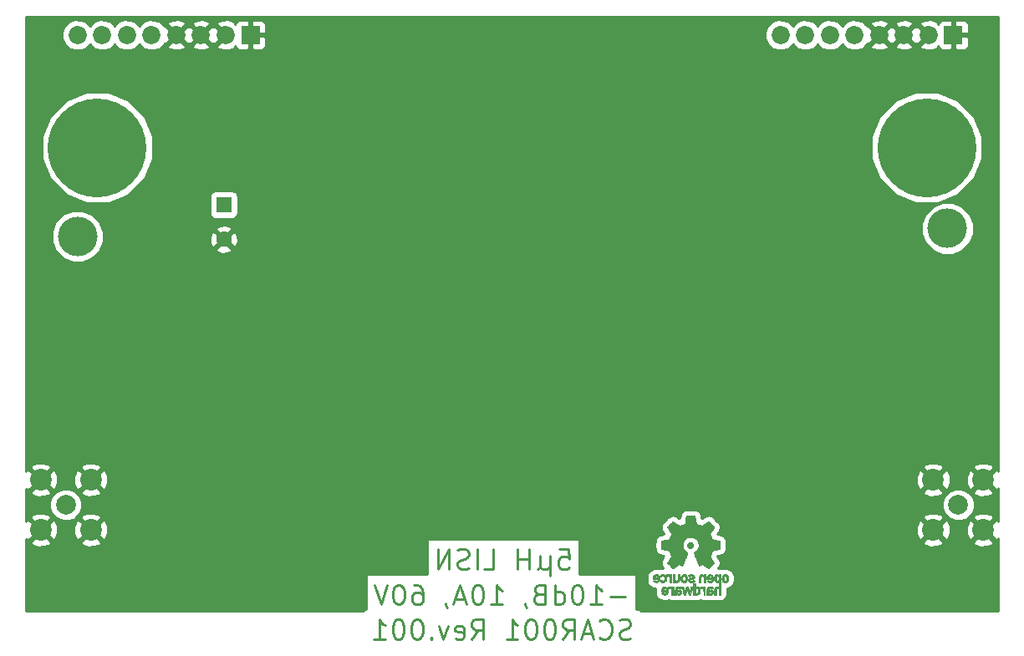
<source format=gbr>
G04 #@! TF.FileFunction,Copper,L4,Bot,Signal*
%FSLAX46Y46*%
G04 Gerber Fmt 4.6, Leading zero omitted, Abs format (unit mm)*
G04 Created by KiCad (PCBNEW 4.0.7) date 12/03/17 22:14:14*
%MOMM*%
%LPD*%
G01*
G04 APERTURE LIST*
%ADD10C,0.100000*%
%ADD11C,0.250000*%
%ADD12C,0.010000*%
%ADD13C,0.700000*%
%ADD14R,1.600000X1.600000*%
%ADD15C,1.600000*%
%ADD16C,2.200000*%
%ADD17C,2.000000*%
%ADD18R,1.850000X1.850000*%
%ADD19C,1.850000*%
%ADD20C,10.000000*%
%ADD21C,7.000000*%
%ADD22C,0.800000*%
%ADD23C,4.000000*%
%ADD24C,0.254000*%
G04 APERTURE END LIST*
D10*
D11*
X162000001Y-129109524D02*
X161714286Y-129204762D01*
X161238096Y-129204762D01*
X161047620Y-129109524D01*
X160952382Y-129014286D01*
X160857143Y-128823810D01*
X160857143Y-128633333D01*
X160952382Y-128442857D01*
X161047620Y-128347619D01*
X161238096Y-128252381D01*
X161619048Y-128157143D01*
X161809524Y-128061905D01*
X161904763Y-127966667D01*
X162000001Y-127776190D01*
X162000001Y-127585714D01*
X161904763Y-127395238D01*
X161809524Y-127300000D01*
X161619048Y-127204762D01*
X161142858Y-127204762D01*
X160857143Y-127300000D01*
X158857143Y-129014286D02*
X158952381Y-129109524D01*
X159238096Y-129204762D01*
X159428572Y-129204762D01*
X159714286Y-129109524D01*
X159904762Y-128919048D01*
X160000001Y-128728571D01*
X160095239Y-128347619D01*
X160095239Y-128061905D01*
X160000001Y-127680952D01*
X159904762Y-127490476D01*
X159714286Y-127300000D01*
X159428572Y-127204762D01*
X159238096Y-127204762D01*
X158952381Y-127300000D01*
X158857143Y-127395238D01*
X158095239Y-128633333D02*
X157142858Y-128633333D01*
X158285715Y-129204762D02*
X157619048Y-127204762D01*
X156952381Y-129204762D01*
X155142857Y-129204762D02*
X155809524Y-128252381D01*
X156285715Y-129204762D02*
X156285715Y-127204762D01*
X155523810Y-127204762D01*
X155333334Y-127300000D01*
X155238095Y-127395238D01*
X155142857Y-127585714D01*
X155142857Y-127871429D01*
X155238095Y-128061905D01*
X155333334Y-128157143D01*
X155523810Y-128252381D01*
X156285715Y-128252381D01*
X153904762Y-127204762D02*
X153714286Y-127204762D01*
X153523810Y-127300000D01*
X153428572Y-127395238D01*
X153333334Y-127585714D01*
X153238095Y-127966667D01*
X153238095Y-128442857D01*
X153333334Y-128823810D01*
X153428572Y-129014286D01*
X153523810Y-129109524D01*
X153714286Y-129204762D01*
X153904762Y-129204762D01*
X154095238Y-129109524D01*
X154190476Y-129014286D01*
X154285715Y-128823810D01*
X154380953Y-128442857D01*
X154380953Y-127966667D01*
X154285715Y-127585714D01*
X154190476Y-127395238D01*
X154095238Y-127300000D01*
X153904762Y-127204762D01*
X152000000Y-127204762D02*
X151809524Y-127204762D01*
X151619048Y-127300000D01*
X151523810Y-127395238D01*
X151428572Y-127585714D01*
X151333333Y-127966667D01*
X151333333Y-128442857D01*
X151428572Y-128823810D01*
X151523810Y-129014286D01*
X151619048Y-129109524D01*
X151809524Y-129204762D01*
X152000000Y-129204762D01*
X152190476Y-129109524D01*
X152285714Y-129014286D01*
X152380953Y-128823810D01*
X152476191Y-128442857D01*
X152476191Y-127966667D01*
X152380953Y-127585714D01*
X152285714Y-127395238D01*
X152190476Y-127300000D01*
X152000000Y-127204762D01*
X149428571Y-129204762D02*
X150571429Y-129204762D01*
X150000000Y-129204762D02*
X150000000Y-127204762D01*
X150190476Y-127490476D01*
X150380952Y-127680952D01*
X150571429Y-127776190D01*
X145904761Y-129204762D02*
X146571428Y-128252381D01*
X147047619Y-129204762D02*
X147047619Y-127204762D01*
X146285714Y-127204762D01*
X146095238Y-127300000D01*
X145999999Y-127395238D01*
X145904761Y-127585714D01*
X145904761Y-127871429D01*
X145999999Y-128061905D01*
X146095238Y-128157143D01*
X146285714Y-128252381D01*
X147047619Y-128252381D01*
X144285714Y-129109524D02*
X144476190Y-129204762D01*
X144857142Y-129204762D01*
X145047619Y-129109524D01*
X145142857Y-128919048D01*
X145142857Y-128157143D01*
X145047619Y-127966667D01*
X144857142Y-127871429D01*
X144476190Y-127871429D01*
X144285714Y-127966667D01*
X144190476Y-128157143D01*
X144190476Y-128347619D01*
X145142857Y-128538095D01*
X143523809Y-127871429D02*
X143047618Y-129204762D01*
X142571428Y-127871429D01*
X141809523Y-129014286D02*
X141714284Y-129109524D01*
X141809523Y-129204762D01*
X141904761Y-129109524D01*
X141809523Y-129014286D01*
X141809523Y-129204762D01*
X140476189Y-127204762D02*
X140285713Y-127204762D01*
X140095237Y-127300000D01*
X139999999Y-127395238D01*
X139904761Y-127585714D01*
X139809522Y-127966667D01*
X139809522Y-128442857D01*
X139904761Y-128823810D01*
X139999999Y-129014286D01*
X140095237Y-129109524D01*
X140285713Y-129204762D01*
X140476189Y-129204762D01*
X140666665Y-129109524D01*
X140761903Y-129014286D01*
X140857142Y-128823810D01*
X140952380Y-128442857D01*
X140952380Y-127966667D01*
X140857142Y-127585714D01*
X140761903Y-127395238D01*
X140666665Y-127300000D01*
X140476189Y-127204762D01*
X138571427Y-127204762D02*
X138380951Y-127204762D01*
X138190475Y-127300000D01*
X138095237Y-127395238D01*
X137999999Y-127585714D01*
X137904760Y-127966667D01*
X137904760Y-128442857D01*
X137999999Y-128823810D01*
X138095237Y-129014286D01*
X138190475Y-129109524D01*
X138380951Y-129204762D01*
X138571427Y-129204762D01*
X138761903Y-129109524D01*
X138857141Y-129014286D01*
X138952380Y-128823810D01*
X139047618Y-128442857D01*
X139047618Y-127966667D01*
X138952380Y-127585714D01*
X138857141Y-127395238D01*
X138761903Y-127300000D01*
X138571427Y-127204762D01*
X135999998Y-129204762D02*
X137142856Y-129204762D01*
X136571427Y-129204762D02*
X136571427Y-127204762D01*
X136761903Y-127490476D01*
X136952379Y-127680952D01*
X137142856Y-127776190D01*
X161471430Y-124942857D02*
X159947620Y-124942857D01*
X157947620Y-125704762D02*
X159090478Y-125704762D01*
X158519049Y-125704762D02*
X158519049Y-123704762D01*
X158709525Y-123990476D01*
X158900001Y-124180952D01*
X159090478Y-124276190D01*
X156709525Y-123704762D02*
X156519049Y-123704762D01*
X156328573Y-123800000D01*
X156233335Y-123895238D01*
X156138097Y-124085714D01*
X156042858Y-124466667D01*
X156042858Y-124942857D01*
X156138097Y-125323810D01*
X156233335Y-125514286D01*
X156328573Y-125609524D01*
X156519049Y-125704762D01*
X156709525Y-125704762D01*
X156900001Y-125609524D01*
X156995239Y-125514286D01*
X157090478Y-125323810D01*
X157185716Y-124942857D01*
X157185716Y-124466667D01*
X157090478Y-124085714D01*
X156995239Y-123895238D01*
X156900001Y-123800000D01*
X156709525Y-123704762D01*
X154328573Y-125704762D02*
X154328573Y-123704762D01*
X154328573Y-125609524D02*
X154519049Y-125704762D01*
X154900001Y-125704762D01*
X155090477Y-125609524D01*
X155185716Y-125514286D01*
X155280954Y-125323810D01*
X155280954Y-124752381D01*
X155185716Y-124561905D01*
X155090477Y-124466667D01*
X154900001Y-124371429D01*
X154519049Y-124371429D01*
X154328573Y-124466667D01*
X152709525Y-124657143D02*
X152423811Y-124752381D01*
X152328572Y-124847619D01*
X152233334Y-125038095D01*
X152233334Y-125323810D01*
X152328572Y-125514286D01*
X152423811Y-125609524D01*
X152614287Y-125704762D01*
X153376192Y-125704762D01*
X153376192Y-123704762D01*
X152709525Y-123704762D01*
X152519049Y-123800000D01*
X152423811Y-123895238D01*
X152328572Y-124085714D01*
X152328572Y-124276190D01*
X152423811Y-124466667D01*
X152519049Y-124561905D01*
X152709525Y-124657143D01*
X153376192Y-124657143D01*
X151280953Y-125609524D02*
X151280953Y-125704762D01*
X151376192Y-125895238D01*
X151471430Y-125990476D01*
X147852381Y-125704762D02*
X148995239Y-125704762D01*
X148423810Y-125704762D02*
X148423810Y-123704762D01*
X148614286Y-123990476D01*
X148804762Y-124180952D01*
X148995239Y-124276190D01*
X146614286Y-123704762D02*
X146423810Y-123704762D01*
X146233334Y-123800000D01*
X146138096Y-123895238D01*
X146042858Y-124085714D01*
X145947619Y-124466667D01*
X145947619Y-124942857D01*
X146042858Y-125323810D01*
X146138096Y-125514286D01*
X146233334Y-125609524D01*
X146423810Y-125704762D01*
X146614286Y-125704762D01*
X146804762Y-125609524D01*
X146900000Y-125514286D01*
X146995239Y-125323810D01*
X147090477Y-124942857D01*
X147090477Y-124466667D01*
X146995239Y-124085714D01*
X146900000Y-123895238D01*
X146804762Y-123800000D01*
X146614286Y-123704762D01*
X145185715Y-125133333D02*
X144233334Y-125133333D01*
X145376191Y-125704762D02*
X144709524Y-123704762D01*
X144042857Y-125704762D01*
X143280952Y-125609524D02*
X143280952Y-125704762D01*
X143376191Y-125895238D01*
X143471429Y-125990476D01*
X140042857Y-123704762D02*
X140423809Y-123704762D01*
X140614285Y-123800000D01*
X140709523Y-123895238D01*
X140900000Y-124180952D01*
X140995238Y-124561905D01*
X140995238Y-125323810D01*
X140900000Y-125514286D01*
X140804761Y-125609524D01*
X140614285Y-125704762D01*
X140233333Y-125704762D01*
X140042857Y-125609524D01*
X139947619Y-125514286D01*
X139852380Y-125323810D01*
X139852380Y-124847619D01*
X139947619Y-124657143D01*
X140042857Y-124561905D01*
X140233333Y-124466667D01*
X140614285Y-124466667D01*
X140804761Y-124561905D01*
X140900000Y-124657143D01*
X140995238Y-124847619D01*
X138614285Y-123704762D02*
X138423809Y-123704762D01*
X138233333Y-123800000D01*
X138138095Y-123895238D01*
X138042857Y-124085714D01*
X137947618Y-124466667D01*
X137947618Y-124942857D01*
X138042857Y-125323810D01*
X138138095Y-125514286D01*
X138233333Y-125609524D01*
X138423809Y-125704762D01*
X138614285Y-125704762D01*
X138804761Y-125609524D01*
X138899999Y-125514286D01*
X138995238Y-125323810D01*
X139090476Y-124942857D01*
X139090476Y-124466667D01*
X138995238Y-124085714D01*
X138899999Y-123895238D01*
X138804761Y-123800000D01*
X138614285Y-123704762D01*
X137376190Y-123704762D02*
X136709523Y-125704762D01*
X136042856Y-123704762D01*
X154766667Y-120104762D02*
X155719048Y-120104762D01*
X155814286Y-121057143D01*
X155719048Y-120961905D01*
X155528571Y-120866667D01*
X155052381Y-120866667D01*
X154861905Y-120961905D01*
X154766667Y-121057143D01*
X154671428Y-121247619D01*
X154671428Y-121723810D01*
X154766667Y-121914286D01*
X154861905Y-122009524D01*
X155052381Y-122104762D01*
X155528571Y-122104762D01*
X155719048Y-122009524D01*
X155814286Y-121914286D01*
X153814286Y-120771429D02*
X153814286Y-122771429D01*
X152861905Y-121819048D02*
X152766666Y-122009524D01*
X152576190Y-122104762D01*
X153814286Y-121819048D02*
X153719047Y-122009524D01*
X153528571Y-122104762D01*
X153147619Y-122104762D01*
X152957143Y-122009524D01*
X152861905Y-121819048D01*
X152861905Y-120771429D01*
X151719048Y-122104762D02*
X151719048Y-120104762D01*
X151719048Y-121057143D02*
X150576190Y-121057143D01*
X150576190Y-122104762D02*
X150576190Y-120104762D01*
X147147619Y-122104762D02*
X148100000Y-122104762D01*
X148100000Y-120104762D01*
X146480952Y-122104762D02*
X146480952Y-120104762D01*
X145623809Y-122009524D02*
X145338094Y-122104762D01*
X144861904Y-122104762D01*
X144671428Y-122009524D01*
X144576190Y-121914286D01*
X144480951Y-121723810D01*
X144480951Y-121533333D01*
X144576190Y-121342857D01*
X144671428Y-121247619D01*
X144861904Y-121152381D01*
X145242856Y-121057143D01*
X145433332Y-120961905D01*
X145528571Y-120866667D01*
X145623809Y-120676190D01*
X145623809Y-120485714D01*
X145528571Y-120295238D01*
X145433332Y-120200000D01*
X145242856Y-120104762D01*
X144766666Y-120104762D01*
X144480951Y-120200000D01*
X143623809Y-122104762D02*
X143623809Y-120104762D01*
X142480951Y-122104762D01*
X142480951Y-120104762D01*
D12*
G36*
X170636640Y-122652468D02*
X170601408Y-122669874D01*
X170557960Y-122700206D01*
X170526294Y-122733283D01*
X170504606Y-122774817D01*
X170491097Y-122830522D01*
X170483962Y-122906111D01*
X170481400Y-123007296D01*
X170481250Y-123050797D01*
X170481688Y-123146135D01*
X170483504Y-123214271D01*
X170487455Y-123261418D01*
X170494298Y-123293790D01*
X170504789Y-123317600D01*
X170515704Y-123333843D01*
X170585381Y-123402952D01*
X170667434Y-123444521D01*
X170755950Y-123457023D01*
X170845019Y-123438934D01*
X170873237Y-123426142D01*
X170940790Y-123390931D01*
X170940790Y-123942700D01*
X170891488Y-123917205D01*
X170826527Y-123897480D01*
X170746680Y-123892427D01*
X170666948Y-123901756D01*
X170606735Y-123922714D01*
X170556792Y-123962627D01*
X170514119Y-124019741D01*
X170510910Y-124025605D01*
X170497378Y-124053227D01*
X170487495Y-124081068D01*
X170480691Y-124114794D01*
X170476399Y-124160071D01*
X170474049Y-124222562D01*
X170473072Y-124307935D01*
X170472895Y-124404010D01*
X170472895Y-124710526D01*
X170656711Y-124710526D01*
X170656711Y-124145339D01*
X170708125Y-124102077D01*
X170761534Y-124067472D01*
X170812112Y-124061180D01*
X170862970Y-124077372D01*
X170890075Y-124093227D01*
X170910249Y-124115810D01*
X170924597Y-124149940D01*
X170934224Y-124200434D01*
X170940237Y-124272111D01*
X170943740Y-124369788D01*
X170944974Y-124434802D01*
X170949145Y-124702171D01*
X171036875Y-124707222D01*
X171124606Y-124712273D01*
X171124606Y-123053101D01*
X170940790Y-123053101D01*
X170936104Y-123145600D01*
X170920312Y-123209809D01*
X170890817Y-123249759D01*
X170845020Y-123269480D01*
X170798750Y-123273421D01*
X170746372Y-123268892D01*
X170711610Y-123251069D01*
X170689872Y-123227519D01*
X170672760Y-123202189D01*
X170662573Y-123173969D01*
X170658040Y-123134431D01*
X170657891Y-123075142D01*
X170659416Y-123025498D01*
X170662919Y-122950710D01*
X170668133Y-122901611D01*
X170676913Y-122870467D01*
X170691114Y-122849545D01*
X170704516Y-122837452D01*
X170760513Y-122811081D01*
X170826789Y-122806822D01*
X170864844Y-122815906D01*
X170902523Y-122848196D01*
X170927481Y-122911006D01*
X170939578Y-123003894D01*
X170940790Y-123053101D01*
X171124606Y-123053101D01*
X171124606Y-122638421D01*
X171032698Y-122638421D01*
X170977517Y-122640603D01*
X170949048Y-122648351D01*
X170940794Y-122663468D01*
X170940790Y-122663916D01*
X170936960Y-122678720D01*
X170920067Y-122677039D01*
X170886481Y-122660772D01*
X170808222Y-122635887D01*
X170720173Y-122633271D01*
X170636640Y-122652468D01*
X170636640Y-122652468D01*
G37*
X170636640Y-122652468D02*
X170601408Y-122669874D01*
X170557960Y-122700206D01*
X170526294Y-122733283D01*
X170504606Y-122774817D01*
X170491097Y-122830522D01*
X170483962Y-122906111D01*
X170481400Y-123007296D01*
X170481250Y-123050797D01*
X170481688Y-123146135D01*
X170483504Y-123214271D01*
X170487455Y-123261418D01*
X170494298Y-123293790D01*
X170504789Y-123317600D01*
X170515704Y-123333843D01*
X170585381Y-123402952D01*
X170667434Y-123444521D01*
X170755950Y-123457023D01*
X170845019Y-123438934D01*
X170873237Y-123426142D01*
X170940790Y-123390931D01*
X170940790Y-123942700D01*
X170891488Y-123917205D01*
X170826527Y-123897480D01*
X170746680Y-123892427D01*
X170666948Y-123901756D01*
X170606735Y-123922714D01*
X170556792Y-123962627D01*
X170514119Y-124019741D01*
X170510910Y-124025605D01*
X170497378Y-124053227D01*
X170487495Y-124081068D01*
X170480691Y-124114794D01*
X170476399Y-124160071D01*
X170474049Y-124222562D01*
X170473072Y-124307935D01*
X170472895Y-124404010D01*
X170472895Y-124710526D01*
X170656711Y-124710526D01*
X170656711Y-124145339D01*
X170708125Y-124102077D01*
X170761534Y-124067472D01*
X170812112Y-124061180D01*
X170862970Y-124077372D01*
X170890075Y-124093227D01*
X170910249Y-124115810D01*
X170924597Y-124149940D01*
X170934224Y-124200434D01*
X170940237Y-124272111D01*
X170943740Y-124369788D01*
X170944974Y-124434802D01*
X170949145Y-124702171D01*
X171036875Y-124707222D01*
X171124606Y-124712273D01*
X171124606Y-123053101D01*
X170940790Y-123053101D01*
X170936104Y-123145600D01*
X170920312Y-123209809D01*
X170890817Y-123249759D01*
X170845020Y-123269480D01*
X170798750Y-123273421D01*
X170746372Y-123268892D01*
X170711610Y-123251069D01*
X170689872Y-123227519D01*
X170672760Y-123202189D01*
X170662573Y-123173969D01*
X170658040Y-123134431D01*
X170657891Y-123075142D01*
X170659416Y-123025498D01*
X170662919Y-122950710D01*
X170668133Y-122901611D01*
X170676913Y-122870467D01*
X170691114Y-122849545D01*
X170704516Y-122837452D01*
X170760513Y-122811081D01*
X170826789Y-122806822D01*
X170864844Y-122815906D01*
X170902523Y-122848196D01*
X170927481Y-122911006D01*
X170939578Y-123003894D01*
X170940790Y-123053101D01*
X171124606Y-123053101D01*
X171124606Y-122638421D01*
X171032698Y-122638421D01*
X170977517Y-122640603D01*
X170949048Y-122648351D01*
X170940794Y-122663468D01*
X170940790Y-122663916D01*
X170936960Y-122678720D01*
X170920067Y-122677039D01*
X170886481Y-122660772D01*
X170808222Y-122635887D01*
X170720173Y-122633271D01*
X170636640Y-122652468D01*
G36*
X169939543Y-123898184D02*
X169860930Y-123919160D01*
X169801084Y-123957180D01*
X169758853Y-124006978D01*
X169745725Y-124028230D01*
X169736032Y-124050492D01*
X169729256Y-124078970D01*
X169724877Y-124118871D01*
X169722376Y-124175401D01*
X169721232Y-124253767D01*
X169720928Y-124359176D01*
X169720922Y-124387142D01*
X169720922Y-124710526D01*
X169801132Y-124710526D01*
X169852294Y-124706943D01*
X169890123Y-124697866D01*
X169899601Y-124692268D01*
X169925512Y-124682606D01*
X169951976Y-124692268D01*
X169995548Y-124704330D01*
X170058840Y-124709185D01*
X170128990Y-124707078D01*
X170193140Y-124698256D01*
X170230593Y-124686937D01*
X170303067Y-124640412D01*
X170348360Y-124575846D01*
X170368722Y-124490000D01*
X170368912Y-124487796D01*
X170367125Y-124449713D01*
X170205527Y-124449713D01*
X170191399Y-124493030D01*
X170168388Y-124517408D01*
X170122196Y-124535845D01*
X170061225Y-124543205D01*
X169999051Y-124539583D01*
X169949249Y-124525074D01*
X169935297Y-124515765D01*
X169910915Y-124472753D01*
X169904737Y-124423857D01*
X169904737Y-124359605D01*
X169997182Y-124359605D01*
X170085005Y-124366366D01*
X170151582Y-124385520D01*
X170192998Y-124415376D01*
X170205527Y-124449713D01*
X170367125Y-124449713D01*
X170364510Y-124394004D01*
X170333576Y-124319847D01*
X170275419Y-124263767D01*
X170267380Y-124258665D01*
X170232837Y-124242055D01*
X170190082Y-124231996D01*
X170130314Y-124227107D01*
X170059310Y-124225983D01*
X169904737Y-124225921D01*
X169904737Y-124161125D01*
X169911294Y-124110850D01*
X169928025Y-124077169D01*
X169929984Y-124075376D01*
X169967217Y-124060642D01*
X170023420Y-124054931D01*
X170085533Y-124057737D01*
X170140490Y-124068556D01*
X170173101Y-124084782D01*
X170190772Y-124097780D01*
X170209431Y-124100262D01*
X170235181Y-124089613D01*
X170274127Y-124063218D01*
X170332370Y-124018465D01*
X170337716Y-124014273D01*
X170334977Y-123998760D01*
X170312124Y-123972960D01*
X170277391Y-123944289D01*
X170239010Y-123920166D01*
X170226952Y-123914470D01*
X170182966Y-123903103D01*
X170118513Y-123894995D01*
X170046503Y-123891743D01*
X170043136Y-123891736D01*
X169939543Y-123898184D01*
X169939543Y-123898184D01*
G37*
X169939543Y-123898184D02*
X169860930Y-123919160D01*
X169801084Y-123957180D01*
X169758853Y-124006978D01*
X169745725Y-124028230D01*
X169736032Y-124050492D01*
X169729256Y-124078970D01*
X169724877Y-124118871D01*
X169722376Y-124175401D01*
X169721232Y-124253767D01*
X169720928Y-124359176D01*
X169720922Y-124387142D01*
X169720922Y-124710526D01*
X169801132Y-124710526D01*
X169852294Y-124706943D01*
X169890123Y-124697866D01*
X169899601Y-124692268D01*
X169925512Y-124682606D01*
X169951976Y-124692268D01*
X169995548Y-124704330D01*
X170058840Y-124709185D01*
X170128990Y-124707078D01*
X170193140Y-124698256D01*
X170230593Y-124686937D01*
X170303067Y-124640412D01*
X170348360Y-124575846D01*
X170368722Y-124490000D01*
X170368912Y-124487796D01*
X170367125Y-124449713D01*
X170205527Y-124449713D01*
X170191399Y-124493030D01*
X170168388Y-124517408D01*
X170122196Y-124535845D01*
X170061225Y-124543205D01*
X169999051Y-124539583D01*
X169949249Y-124525074D01*
X169935297Y-124515765D01*
X169910915Y-124472753D01*
X169904737Y-124423857D01*
X169904737Y-124359605D01*
X169997182Y-124359605D01*
X170085005Y-124366366D01*
X170151582Y-124385520D01*
X170192998Y-124415376D01*
X170205527Y-124449713D01*
X170367125Y-124449713D01*
X170364510Y-124394004D01*
X170333576Y-124319847D01*
X170275419Y-124263767D01*
X170267380Y-124258665D01*
X170232837Y-124242055D01*
X170190082Y-124231996D01*
X170130314Y-124227107D01*
X170059310Y-124225983D01*
X169904737Y-124225921D01*
X169904737Y-124161125D01*
X169911294Y-124110850D01*
X169928025Y-124077169D01*
X169929984Y-124075376D01*
X169967217Y-124060642D01*
X170023420Y-124054931D01*
X170085533Y-124057737D01*
X170140490Y-124068556D01*
X170173101Y-124084782D01*
X170190772Y-124097780D01*
X170209431Y-124100262D01*
X170235181Y-124089613D01*
X170274127Y-124063218D01*
X170332370Y-124018465D01*
X170337716Y-124014273D01*
X170334977Y-123998760D01*
X170312124Y-123972960D01*
X170277391Y-123944289D01*
X170239010Y-123920166D01*
X170226952Y-123914470D01*
X170182966Y-123903103D01*
X170118513Y-123894995D01*
X170046503Y-123891743D01*
X170043136Y-123891736D01*
X169939543Y-123898184D01*
G36*
X169420119Y-123893486D02*
X169395112Y-123900982D01*
X169387050Y-123917451D01*
X169386711Y-123924886D01*
X169385264Y-123945594D01*
X169375302Y-123948845D01*
X169348388Y-123934648D01*
X169332402Y-123924948D01*
X169281967Y-123904175D01*
X169221728Y-123893904D01*
X169158566Y-123893114D01*
X169099363Y-123900786D01*
X169050998Y-123915898D01*
X169020354Y-123937432D01*
X169014311Y-123964366D01*
X169017361Y-123971660D01*
X169039594Y-124001937D01*
X169074070Y-124039175D01*
X169080306Y-124045195D01*
X169113167Y-124072875D01*
X169141520Y-124081818D01*
X169181173Y-124075576D01*
X169197058Y-124071429D01*
X169246491Y-124061467D01*
X169281248Y-124065947D01*
X169310600Y-124081746D01*
X169337487Y-124102949D01*
X169357290Y-124129614D01*
X169371052Y-124166827D01*
X169379816Y-124219673D01*
X169384626Y-124293237D01*
X169386526Y-124392605D01*
X169386711Y-124452601D01*
X169386711Y-124710526D01*
X169553816Y-124710526D01*
X169553816Y-123891710D01*
X169470264Y-123891710D01*
X169420119Y-123893486D01*
X169420119Y-123893486D01*
G37*
X169420119Y-123893486D02*
X169395112Y-123900982D01*
X169387050Y-123917451D01*
X169386711Y-123924886D01*
X169385264Y-123945594D01*
X169375302Y-123948845D01*
X169348388Y-123934648D01*
X169332402Y-123924948D01*
X169281967Y-123904175D01*
X169221728Y-123893904D01*
X169158566Y-123893114D01*
X169099363Y-123900786D01*
X169050998Y-123915898D01*
X169020354Y-123937432D01*
X169014311Y-123964366D01*
X169017361Y-123971660D01*
X169039594Y-124001937D01*
X169074070Y-124039175D01*
X169080306Y-124045195D01*
X169113167Y-124072875D01*
X169141520Y-124081818D01*
X169181173Y-124075576D01*
X169197058Y-124071429D01*
X169246491Y-124061467D01*
X169281248Y-124065947D01*
X169310600Y-124081746D01*
X169337487Y-124102949D01*
X169357290Y-124129614D01*
X169371052Y-124166827D01*
X169379816Y-124219673D01*
X169384626Y-124293237D01*
X169386526Y-124392605D01*
X169386711Y-124452601D01*
X169386711Y-124710526D01*
X169553816Y-124710526D01*
X169553816Y-123891710D01*
X169470264Y-123891710D01*
X169420119Y-123893486D01*
G36*
X168367369Y-124710526D02*
X168459277Y-124710526D01*
X168512623Y-124708962D01*
X168540407Y-124702485D01*
X168550410Y-124688418D01*
X168551185Y-124678906D01*
X168552872Y-124659832D01*
X168563510Y-124656174D01*
X168591465Y-124667932D01*
X168613205Y-124678906D01*
X168696668Y-124704911D01*
X168787396Y-124706416D01*
X168861158Y-124687021D01*
X168929846Y-124640165D01*
X168982206Y-124571004D01*
X169010878Y-124489427D01*
X169011608Y-124484866D01*
X169015868Y-124435101D01*
X169017986Y-124363659D01*
X169017816Y-124309626D01*
X168835280Y-124309626D01*
X168831051Y-124381441D01*
X168821432Y-124440634D01*
X168808410Y-124474060D01*
X168759144Y-124519740D01*
X168700650Y-124536115D01*
X168640329Y-124522873D01*
X168588783Y-124483373D01*
X168569262Y-124456807D01*
X168557848Y-124425106D01*
X168552502Y-124378832D01*
X168551185Y-124309328D01*
X168553542Y-124240499D01*
X168559767Y-124180026D01*
X168568592Y-124139556D01*
X168570063Y-124135929D01*
X168605653Y-124092802D01*
X168657600Y-124069124D01*
X168715722Y-124065301D01*
X168769840Y-124081738D01*
X168809774Y-124118840D01*
X168813917Y-124126222D01*
X168826884Y-124171239D01*
X168833948Y-124235967D01*
X168835280Y-124309626D01*
X169017816Y-124309626D01*
X169017729Y-124282230D01*
X169016528Y-124238405D01*
X169008355Y-124129988D01*
X168991370Y-124048588D01*
X168963113Y-123988412D01*
X168921128Y-123943666D01*
X168880368Y-123917400D01*
X168823419Y-123898935D01*
X168752589Y-123892602D01*
X168680059Y-123897760D01*
X168618014Y-123913769D01*
X168585232Y-123932920D01*
X168551185Y-123963732D01*
X168551185Y-123574210D01*
X168367369Y-123574210D01*
X168367369Y-124710526D01*
X168367369Y-124710526D01*
G37*
X168367369Y-124710526D02*
X168459277Y-124710526D01*
X168512623Y-124708962D01*
X168540407Y-124702485D01*
X168550410Y-124688418D01*
X168551185Y-124678906D01*
X168552872Y-124659832D01*
X168563510Y-124656174D01*
X168591465Y-124667932D01*
X168613205Y-124678906D01*
X168696668Y-124704911D01*
X168787396Y-124706416D01*
X168861158Y-124687021D01*
X168929846Y-124640165D01*
X168982206Y-124571004D01*
X169010878Y-124489427D01*
X169011608Y-124484866D01*
X169015868Y-124435101D01*
X169017986Y-124363659D01*
X169017816Y-124309626D01*
X168835280Y-124309626D01*
X168831051Y-124381441D01*
X168821432Y-124440634D01*
X168808410Y-124474060D01*
X168759144Y-124519740D01*
X168700650Y-124536115D01*
X168640329Y-124522873D01*
X168588783Y-124483373D01*
X168569262Y-124456807D01*
X168557848Y-124425106D01*
X168552502Y-124378832D01*
X168551185Y-124309328D01*
X168553542Y-124240499D01*
X168559767Y-124180026D01*
X168568592Y-124139556D01*
X168570063Y-124135929D01*
X168605653Y-124092802D01*
X168657600Y-124069124D01*
X168715722Y-124065301D01*
X168769840Y-124081738D01*
X168809774Y-124118840D01*
X168813917Y-124126222D01*
X168826884Y-124171239D01*
X168833948Y-124235967D01*
X168835280Y-124309626D01*
X169017816Y-124309626D01*
X169017729Y-124282230D01*
X169016528Y-124238405D01*
X169008355Y-124129988D01*
X168991370Y-124048588D01*
X168963113Y-123988412D01*
X168921128Y-123943666D01*
X168880368Y-123917400D01*
X168823419Y-123898935D01*
X168752589Y-123892602D01*
X168680059Y-123897760D01*
X168618014Y-123913769D01*
X168585232Y-123932920D01*
X168551185Y-123963732D01*
X168551185Y-123574210D01*
X168367369Y-123574210D01*
X168367369Y-124710526D01*
G36*
X167725870Y-123895104D02*
X167659780Y-123900066D01*
X167573374Y-124159079D01*
X167486969Y-124418092D01*
X167459876Y-124326184D01*
X167443572Y-124269384D01*
X167422125Y-124192625D01*
X167398965Y-124108251D01*
X167386720Y-124062993D01*
X167340656Y-123891710D01*
X167150613Y-123891710D01*
X167207418Y-124071349D01*
X167235393Y-124159704D01*
X167269187Y-124266281D01*
X167304480Y-124377454D01*
X167335987Y-124476579D01*
X167407750Y-124702171D01*
X167562714Y-124712253D01*
X167604730Y-124573528D01*
X167630641Y-124487351D01*
X167658917Y-124392347D01*
X167683631Y-124308441D01*
X167684606Y-124305102D01*
X167703065Y-124248248D01*
X167719351Y-124209456D01*
X167730758Y-124194787D01*
X167733102Y-124196483D01*
X167741329Y-124219225D01*
X167756962Y-124267940D01*
X167778096Y-124336502D01*
X167802830Y-124418785D01*
X167816213Y-124464046D01*
X167888689Y-124710526D01*
X168042505Y-124710526D01*
X168165469Y-124322006D01*
X168200012Y-124213022D01*
X168231479Y-124114048D01*
X168258384Y-124029736D01*
X168279241Y-123964734D01*
X168292562Y-123923692D01*
X168296612Y-123911701D01*
X168293406Y-123899423D01*
X168268235Y-123894046D01*
X168215854Y-123894584D01*
X168207655Y-123894990D01*
X168110518Y-123900066D01*
X168046900Y-124134013D01*
X168023516Y-124219333D01*
X168002619Y-124294335D01*
X167986049Y-124352507D01*
X167975646Y-124387337D01*
X167973724Y-124393016D01*
X167965759Y-124386486D01*
X167949696Y-124352654D01*
X167927379Y-124296127D01*
X167900655Y-124221510D01*
X167878063Y-124154107D01*
X167791959Y-123890143D01*
X167725870Y-123895104D01*
X167725870Y-123895104D01*
G37*
X167725870Y-123895104D02*
X167659780Y-123900066D01*
X167573374Y-124159079D01*
X167486969Y-124418092D01*
X167459876Y-124326184D01*
X167443572Y-124269384D01*
X167422125Y-124192625D01*
X167398965Y-124108251D01*
X167386720Y-124062993D01*
X167340656Y-123891710D01*
X167150613Y-123891710D01*
X167207418Y-124071349D01*
X167235393Y-124159704D01*
X167269187Y-124266281D01*
X167304480Y-124377454D01*
X167335987Y-124476579D01*
X167407750Y-124702171D01*
X167562714Y-124712253D01*
X167604730Y-124573528D01*
X167630641Y-124487351D01*
X167658917Y-124392347D01*
X167683631Y-124308441D01*
X167684606Y-124305102D01*
X167703065Y-124248248D01*
X167719351Y-124209456D01*
X167730758Y-124194787D01*
X167733102Y-124196483D01*
X167741329Y-124219225D01*
X167756962Y-124267940D01*
X167778096Y-124336502D01*
X167802830Y-124418785D01*
X167816213Y-124464046D01*
X167888689Y-124710526D01*
X168042505Y-124710526D01*
X168165469Y-124322006D01*
X168200012Y-124213022D01*
X168231479Y-124114048D01*
X168258384Y-124029736D01*
X168279241Y-123964734D01*
X168292562Y-123923692D01*
X168296612Y-123911701D01*
X168293406Y-123899423D01*
X168268235Y-123894046D01*
X168215854Y-123894584D01*
X168207655Y-123894990D01*
X168110518Y-123900066D01*
X168046900Y-124134013D01*
X168023516Y-124219333D01*
X168002619Y-124294335D01*
X167986049Y-124352507D01*
X167975646Y-124387337D01*
X167973724Y-124393016D01*
X167965759Y-124386486D01*
X167949696Y-124352654D01*
X167927379Y-124296127D01*
X167900655Y-124221510D01*
X167878063Y-124154107D01*
X167791959Y-123890143D01*
X167725870Y-123895104D01*
G36*
X166720008Y-123896673D02*
X166649573Y-123913780D01*
X166629213Y-123922844D01*
X166589747Y-123946583D01*
X166559459Y-123973321D01*
X166537048Y-124007699D01*
X166521214Y-124054360D01*
X166510657Y-124117946D01*
X166504076Y-124203099D01*
X166500172Y-124314462D01*
X166498690Y-124388849D01*
X166493235Y-124710526D01*
X166586420Y-124710526D01*
X166642953Y-124708156D01*
X166672078Y-124700055D01*
X166679606Y-124686451D01*
X166683580Y-124671741D01*
X166701348Y-124674554D01*
X166725560Y-124686348D01*
X166786172Y-124704427D01*
X166864071Y-124709299D01*
X166946005Y-124701330D01*
X167018719Y-124680889D01*
X167025241Y-124678051D01*
X167091698Y-124631365D01*
X167135509Y-124566464D01*
X167155668Y-124490600D01*
X167154128Y-124463344D01*
X166989655Y-124463344D01*
X166975163Y-124500024D01*
X166932195Y-124526309D01*
X166862871Y-124540417D01*
X166825823Y-124542290D01*
X166764081Y-124537494D01*
X166723040Y-124518858D01*
X166713027Y-124510000D01*
X166685900Y-124461806D01*
X166679606Y-124418092D01*
X166679606Y-124359605D01*
X166761070Y-124359605D01*
X166855766Y-124364432D01*
X166922187Y-124379613D01*
X166964154Y-124406200D01*
X166973551Y-124418052D01*
X166989655Y-124463344D01*
X167154128Y-124463344D01*
X167151171Y-124411026D01*
X167121015Y-124334995D01*
X167079869Y-124283612D01*
X167054948Y-124261397D01*
X167030552Y-124246798D01*
X166998809Y-124237897D01*
X166951848Y-124232775D01*
X166881796Y-124229515D01*
X166854010Y-124228577D01*
X166679606Y-124222879D01*
X166679862Y-124170091D01*
X166686616Y-124114603D01*
X166711036Y-124081052D01*
X166760370Y-124059618D01*
X166761694Y-124059236D01*
X166831640Y-124050808D01*
X166900086Y-124061816D01*
X166950953Y-124088585D01*
X166971363Y-124101803D01*
X166993346Y-124099974D01*
X167027174Y-124080824D01*
X167047039Y-124067308D01*
X167085894Y-124038432D01*
X167109962Y-124016786D01*
X167113824Y-124010589D01*
X167097921Y-123978519D01*
X167050935Y-123940219D01*
X167030527Y-123927297D01*
X166971857Y-123905041D01*
X166892788Y-123892432D01*
X166804959Y-123889600D01*
X166720008Y-123896673D01*
X166720008Y-123896673D01*
G37*
X166720008Y-123896673D02*
X166649573Y-123913780D01*
X166629213Y-123922844D01*
X166589747Y-123946583D01*
X166559459Y-123973321D01*
X166537048Y-124007699D01*
X166521214Y-124054360D01*
X166510657Y-124117946D01*
X166504076Y-124203099D01*
X166500172Y-124314462D01*
X166498690Y-124388849D01*
X166493235Y-124710526D01*
X166586420Y-124710526D01*
X166642953Y-124708156D01*
X166672078Y-124700055D01*
X166679606Y-124686451D01*
X166683580Y-124671741D01*
X166701348Y-124674554D01*
X166725560Y-124686348D01*
X166786172Y-124704427D01*
X166864071Y-124709299D01*
X166946005Y-124701330D01*
X167018719Y-124680889D01*
X167025241Y-124678051D01*
X167091698Y-124631365D01*
X167135509Y-124566464D01*
X167155668Y-124490600D01*
X167154128Y-124463344D01*
X166989655Y-124463344D01*
X166975163Y-124500024D01*
X166932195Y-124526309D01*
X166862871Y-124540417D01*
X166825823Y-124542290D01*
X166764081Y-124537494D01*
X166723040Y-124518858D01*
X166713027Y-124510000D01*
X166685900Y-124461806D01*
X166679606Y-124418092D01*
X166679606Y-124359605D01*
X166761070Y-124359605D01*
X166855766Y-124364432D01*
X166922187Y-124379613D01*
X166964154Y-124406200D01*
X166973551Y-124418052D01*
X166989655Y-124463344D01*
X167154128Y-124463344D01*
X167151171Y-124411026D01*
X167121015Y-124334995D01*
X167079869Y-124283612D01*
X167054948Y-124261397D01*
X167030552Y-124246798D01*
X166998809Y-124237897D01*
X166951848Y-124232775D01*
X166881796Y-124229515D01*
X166854010Y-124228577D01*
X166679606Y-124222879D01*
X166679862Y-124170091D01*
X166686616Y-124114603D01*
X166711036Y-124081052D01*
X166760370Y-124059618D01*
X166761694Y-124059236D01*
X166831640Y-124050808D01*
X166900086Y-124061816D01*
X166950953Y-124088585D01*
X166971363Y-124101803D01*
X166993346Y-124099974D01*
X167027174Y-124080824D01*
X167047039Y-124067308D01*
X167085894Y-124038432D01*
X167109962Y-124016786D01*
X167113824Y-124010589D01*
X167097921Y-123978519D01*
X167050935Y-123940219D01*
X167030527Y-123927297D01*
X166971857Y-123905041D01*
X166892788Y-123892432D01*
X166804959Y-123889600D01*
X166720008Y-123896673D01*
G36*
X165926833Y-123891447D02*
X165862592Y-123904112D01*
X165826020Y-123922864D01*
X165787547Y-123954017D01*
X165842283Y-124023127D01*
X165876031Y-124064979D01*
X165898947Y-124085398D01*
X165921721Y-124088517D01*
X165955044Y-124078472D01*
X165970686Y-124072789D01*
X166034458Y-124064404D01*
X166092860Y-124082378D01*
X166135736Y-124122982D01*
X166142701Y-124135929D01*
X166150287Y-124170224D01*
X166156141Y-124233427D01*
X166159989Y-124321060D01*
X166161557Y-124428640D01*
X166161579Y-124443944D01*
X166161579Y-124710526D01*
X166345395Y-124710526D01*
X166345395Y-123891710D01*
X166253487Y-123891710D01*
X166200493Y-123893094D01*
X166172885Y-123899252D01*
X166162676Y-123913194D01*
X166161579Y-123926344D01*
X166161579Y-123960978D01*
X166117550Y-123926344D01*
X166067063Y-123902716D01*
X165999240Y-123891033D01*
X165926833Y-123891447D01*
X165926833Y-123891447D01*
G37*
X165926833Y-123891447D02*
X165862592Y-123904112D01*
X165826020Y-123922864D01*
X165787547Y-123954017D01*
X165842283Y-124023127D01*
X165876031Y-124064979D01*
X165898947Y-124085398D01*
X165921721Y-124088517D01*
X165955044Y-124078472D01*
X165970686Y-124072789D01*
X166034458Y-124064404D01*
X166092860Y-124082378D01*
X166135736Y-124122982D01*
X166142701Y-124135929D01*
X166150287Y-124170224D01*
X166156141Y-124233427D01*
X166159989Y-124321060D01*
X166161557Y-124428640D01*
X166161579Y-124443944D01*
X166161579Y-124710526D01*
X166345395Y-124710526D01*
X166345395Y-123891710D01*
X166253487Y-123891710D01*
X166200493Y-123893094D01*
X166172885Y-123899252D01*
X166162676Y-123913194D01*
X166161579Y-123926344D01*
X166161579Y-123960978D01*
X166117550Y-123926344D01*
X166067063Y-123902716D01*
X165999240Y-123891033D01*
X165926833Y-123891447D01*
G36*
X165398807Y-123896078D02*
X165318932Y-123916845D01*
X165252038Y-123959705D01*
X165219649Y-123991723D01*
X165166555Y-124067413D01*
X165136127Y-124155216D01*
X165125673Y-124263150D01*
X165125620Y-124271875D01*
X165125527Y-124359605D01*
X165630466Y-124359605D01*
X165619702Y-124405559D01*
X165600268Y-124447178D01*
X165566255Y-124490544D01*
X165559140Y-124497467D01*
X165497997Y-124534935D01*
X165428271Y-124541289D01*
X165348013Y-124516638D01*
X165334408Y-124510000D01*
X165292681Y-124489819D01*
X165264732Y-124478321D01*
X165259855Y-124477258D01*
X165242832Y-124487583D01*
X165210367Y-124512845D01*
X165193886Y-124526650D01*
X165159736Y-124558361D01*
X165148522Y-124579299D01*
X165156305Y-124598560D01*
X165160465Y-124603827D01*
X165188643Y-124626878D01*
X165235138Y-124654892D01*
X165267566Y-124671246D01*
X165359615Y-124700059D01*
X165461524Y-124709395D01*
X165558037Y-124698332D01*
X165585066Y-124690412D01*
X165668724Y-124645581D01*
X165730734Y-124576598D01*
X165771455Y-124482794D01*
X165791245Y-124363498D01*
X165793418Y-124301118D01*
X165787074Y-124210298D01*
X165626843Y-124210298D01*
X165611345Y-124217012D01*
X165569688Y-124222280D01*
X165509124Y-124225389D01*
X165468093Y-124225921D01*
X165394289Y-124225408D01*
X165347707Y-124223006D01*
X165322152Y-124217422D01*
X165311431Y-124207361D01*
X165309343Y-124192763D01*
X165323669Y-124147796D01*
X165359738Y-124103353D01*
X165407185Y-124069242D01*
X165454651Y-124055288D01*
X165519121Y-124067666D01*
X165574930Y-124103452D01*
X165613626Y-124155033D01*
X165626843Y-124210298D01*
X165787074Y-124210298D01*
X165784179Y-124168866D01*
X165755664Y-124063498D01*
X165707271Y-123984178D01*
X165638396Y-123930071D01*
X165548435Y-123900343D01*
X165499700Y-123894618D01*
X165398807Y-123896078D01*
X165398807Y-123896078D01*
G37*
X165398807Y-123896078D02*
X165318932Y-123916845D01*
X165252038Y-123959705D01*
X165219649Y-123991723D01*
X165166555Y-124067413D01*
X165136127Y-124155216D01*
X165125673Y-124263150D01*
X165125620Y-124271875D01*
X165125527Y-124359605D01*
X165630466Y-124359605D01*
X165619702Y-124405559D01*
X165600268Y-124447178D01*
X165566255Y-124490544D01*
X165559140Y-124497467D01*
X165497997Y-124534935D01*
X165428271Y-124541289D01*
X165348013Y-124516638D01*
X165334408Y-124510000D01*
X165292681Y-124489819D01*
X165264732Y-124478321D01*
X165259855Y-124477258D01*
X165242832Y-124487583D01*
X165210367Y-124512845D01*
X165193886Y-124526650D01*
X165159736Y-124558361D01*
X165148522Y-124579299D01*
X165156305Y-124598560D01*
X165160465Y-124603827D01*
X165188643Y-124626878D01*
X165235138Y-124654892D01*
X165267566Y-124671246D01*
X165359615Y-124700059D01*
X165461524Y-124709395D01*
X165558037Y-124698332D01*
X165585066Y-124690412D01*
X165668724Y-124645581D01*
X165730734Y-124576598D01*
X165771455Y-124482794D01*
X165791245Y-124363498D01*
X165793418Y-124301118D01*
X165787074Y-124210298D01*
X165626843Y-124210298D01*
X165611345Y-124217012D01*
X165569688Y-124222280D01*
X165509124Y-124225389D01*
X165468093Y-124225921D01*
X165394289Y-124225408D01*
X165347707Y-124223006D01*
X165322152Y-124217422D01*
X165311431Y-124207361D01*
X165309343Y-124192763D01*
X165323669Y-124147796D01*
X165359738Y-124103353D01*
X165407185Y-124069242D01*
X165454651Y-124055288D01*
X165519121Y-124067666D01*
X165574930Y-124103452D01*
X165613626Y-124155033D01*
X165626843Y-124210298D01*
X165787074Y-124210298D01*
X165784179Y-124168866D01*
X165755664Y-124063498D01*
X165707271Y-123984178D01*
X165638396Y-123930071D01*
X165548435Y-123900343D01*
X165499700Y-123894618D01*
X165398807Y-123896078D01*
G36*
X171473216Y-122647104D02*
X171385795Y-122685754D01*
X171319430Y-122750290D01*
X171274024Y-122840812D01*
X171249482Y-122957418D01*
X171247723Y-122975624D01*
X171246344Y-123103984D01*
X171264216Y-123216496D01*
X171300250Y-123307688D01*
X171319545Y-123337022D01*
X171386755Y-123399106D01*
X171472350Y-123439316D01*
X171568110Y-123456003D01*
X171665813Y-123447517D01*
X171740083Y-123421380D01*
X171803953Y-123377335D01*
X171856154Y-123319587D01*
X171857057Y-123318236D01*
X171878256Y-123282593D01*
X171892033Y-123246752D01*
X171900376Y-123201519D01*
X171905273Y-123137701D01*
X171907431Y-123085368D01*
X171908329Y-123037910D01*
X171741257Y-123037910D01*
X171739624Y-123085154D01*
X171733696Y-123148046D01*
X171723239Y-123188407D01*
X171704381Y-123217122D01*
X171686719Y-123233896D01*
X171624106Y-123269016D01*
X171558592Y-123273710D01*
X171497579Y-123248440D01*
X171467072Y-123220124D01*
X171445089Y-123191589D01*
X171432231Y-123164284D01*
X171426588Y-123128750D01*
X171426249Y-123075524D01*
X171427988Y-123026506D01*
X171431729Y-122956482D01*
X171437659Y-122911064D01*
X171448347Y-122881440D01*
X171466361Y-122858797D01*
X171480637Y-122845855D01*
X171540349Y-122811860D01*
X171604766Y-122810165D01*
X171658781Y-122830301D01*
X171704860Y-122872352D01*
X171732311Y-122941428D01*
X171741257Y-123037910D01*
X171908329Y-123037910D01*
X171909401Y-122981299D01*
X171906036Y-122903468D01*
X171895955Y-122844930D01*
X171877774Y-122798737D01*
X171850110Y-122757942D01*
X171839854Y-122745828D01*
X171775722Y-122685474D01*
X171706934Y-122650220D01*
X171622811Y-122635450D01*
X171581791Y-122634243D01*
X171473216Y-122647104D01*
X171473216Y-122647104D01*
G37*
X171473216Y-122647104D02*
X171385795Y-122685754D01*
X171319430Y-122750290D01*
X171274024Y-122840812D01*
X171249482Y-122957418D01*
X171247723Y-122975624D01*
X171246344Y-123103984D01*
X171264216Y-123216496D01*
X171300250Y-123307688D01*
X171319545Y-123337022D01*
X171386755Y-123399106D01*
X171472350Y-123439316D01*
X171568110Y-123456003D01*
X171665813Y-123447517D01*
X171740083Y-123421380D01*
X171803953Y-123377335D01*
X171856154Y-123319587D01*
X171857057Y-123318236D01*
X171878256Y-123282593D01*
X171892033Y-123246752D01*
X171900376Y-123201519D01*
X171905273Y-123137701D01*
X171907431Y-123085368D01*
X171908329Y-123037910D01*
X171741257Y-123037910D01*
X171739624Y-123085154D01*
X171733696Y-123148046D01*
X171723239Y-123188407D01*
X171704381Y-123217122D01*
X171686719Y-123233896D01*
X171624106Y-123269016D01*
X171558592Y-123273710D01*
X171497579Y-123248440D01*
X171467072Y-123220124D01*
X171445089Y-123191589D01*
X171432231Y-123164284D01*
X171426588Y-123128750D01*
X171426249Y-123075524D01*
X171427988Y-123026506D01*
X171431729Y-122956482D01*
X171437659Y-122911064D01*
X171448347Y-122881440D01*
X171466361Y-122858797D01*
X171480637Y-122845855D01*
X171540349Y-122811860D01*
X171604766Y-122810165D01*
X171658781Y-122830301D01*
X171704860Y-122872352D01*
X171732311Y-122941428D01*
X171741257Y-123037910D01*
X171908329Y-123037910D01*
X171909401Y-122981299D01*
X171906036Y-122903468D01*
X171895955Y-122844930D01*
X171877774Y-122798737D01*
X171850110Y-122757942D01*
X171839854Y-122745828D01*
X171775722Y-122685474D01*
X171706934Y-122650220D01*
X171622811Y-122635450D01*
X171581791Y-122634243D01*
X171473216Y-122647104D01*
G36*
X169902982Y-122657027D02*
X169886330Y-122664866D01*
X169828695Y-122707086D01*
X169774195Y-122768700D01*
X169733501Y-122836543D01*
X169721926Y-122867734D01*
X169711366Y-122923449D01*
X169705069Y-122990781D01*
X169704304Y-123018585D01*
X169704211Y-123106316D01*
X170209150Y-123106316D01*
X170198387Y-123152270D01*
X170171967Y-123206620D01*
X170125778Y-123253591D01*
X170070828Y-123283848D01*
X170035811Y-123290131D01*
X169988323Y-123282506D01*
X169931665Y-123263383D01*
X169912418Y-123254584D01*
X169841241Y-123219036D01*
X169780498Y-123265367D01*
X169745448Y-123296703D01*
X169726798Y-123322567D01*
X169725853Y-123330158D01*
X169742515Y-123348556D01*
X169779030Y-123376515D01*
X169812172Y-123398327D01*
X169901607Y-123437537D01*
X170001871Y-123455285D01*
X170101246Y-123450670D01*
X170180461Y-123426551D01*
X170262120Y-123374884D01*
X170320151Y-123306856D01*
X170356454Y-123218843D01*
X170372928Y-123107216D01*
X170374389Y-123056138D01*
X170368543Y-122939091D01*
X170367825Y-122935686D01*
X170200511Y-122935686D01*
X170195903Y-122946662D01*
X170176964Y-122952715D01*
X170137902Y-122955310D01*
X170072923Y-122955910D01*
X170047903Y-122955921D01*
X169971779Y-122955014D01*
X169923504Y-122951720D01*
X169897540Y-122945181D01*
X169888352Y-122934537D01*
X169888027Y-122931119D01*
X169898513Y-122903956D01*
X169924758Y-122865903D01*
X169936041Y-122852579D01*
X169977928Y-122814896D01*
X170021591Y-122800080D01*
X170045115Y-122798842D01*
X170108757Y-122814329D01*
X170162127Y-122855930D01*
X170195981Y-122916353D01*
X170196581Y-122918322D01*
X170200511Y-122935686D01*
X170367825Y-122935686D01*
X170349101Y-122846928D01*
X170314078Y-122773190D01*
X170271244Y-122720848D01*
X170192052Y-122664092D01*
X170098960Y-122633762D01*
X169999945Y-122631021D01*
X169902982Y-122657027D01*
X169902982Y-122657027D01*
G37*
X169902982Y-122657027D02*
X169886330Y-122664866D01*
X169828695Y-122707086D01*
X169774195Y-122768700D01*
X169733501Y-122836543D01*
X169721926Y-122867734D01*
X169711366Y-122923449D01*
X169705069Y-122990781D01*
X169704304Y-123018585D01*
X169704211Y-123106316D01*
X170209150Y-123106316D01*
X170198387Y-123152270D01*
X170171967Y-123206620D01*
X170125778Y-123253591D01*
X170070828Y-123283848D01*
X170035811Y-123290131D01*
X169988323Y-123282506D01*
X169931665Y-123263383D01*
X169912418Y-123254584D01*
X169841241Y-123219036D01*
X169780498Y-123265367D01*
X169745448Y-123296703D01*
X169726798Y-123322567D01*
X169725853Y-123330158D01*
X169742515Y-123348556D01*
X169779030Y-123376515D01*
X169812172Y-123398327D01*
X169901607Y-123437537D01*
X170001871Y-123455285D01*
X170101246Y-123450670D01*
X170180461Y-123426551D01*
X170262120Y-123374884D01*
X170320151Y-123306856D01*
X170356454Y-123218843D01*
X170372928Y-123107216D01*
X170374389Y-123056138D01*
X170368543Y-122939091D01*
X170367825Y-122935686D01*
X170200511Y-122935686D01*
X170195903Y-122946662D01*
X170176964Y-122952715D01*
X170137902Y-122955310D01*
X170072923Y-122955910D01*
X170047903Y-122955921D01*
X169971779Y-122955014D01*
X169923504Y-122951720D01*
X169897540Y-122945181D01*
X169888352Y-122934537D01*
X169888027Y-122931119D01*
X169898513Y-122903956D01*
X169924758Y-122865903D01*
X169936041Y-122852579D01*
X169977928Y-122814896D01*
X170021591Y-122800080D01*
X170045115Y-122798842D01*
X170108757Y-122814329D01*
X170162127Y-122855930D01*
X170195981Y-122916353D01*
X170196581Y-122918322D01*
X170200511Y-122935686D01*
X170367825Y-122935686D01*
X170349101Y-122846928D01*
X170314078Y-122773190D01*
X170271244Y-122720848D01*
X170192052Y-122664092D01*
X170098960Y-122633762D01*
X169999945Y-122631021D01*
X169902982Y-122657027D01*
G36*
X168081372Y-122635547D02*
X168018092Y-122647548D01*
X167952443Y-122672648D01*
X167945428Y-122675848D01*
X167895644Y-122702026D01*
X167861166Y-122726353D01*
X167850022Y-122741937D01*
X167860634Y-122767353D01*
X167886412Y-122804853D01*
X167897854Y-122818852D01*
X167945008Y-122873954D01*
X168005799Y-122838086D01*
X168063653Y-122814192D01*
X168130500Y-122801420D01*
X168194606Y-122800613D01*
X168244236Y-122812615D01*
X168256146Y-122820105D01*
X168278828Y-122854450D01*
X168281584Y-122894013D01*
X168264612Y-122924920D01*
X168254573Y-122930913D01*
X168224490Y-122938357D01*
X168171611Y-122947106D01*
X168106425Y-122955467D01*
X168094400Y-122956778D01*
X167989703Y-122974888D01*
X167913768Y-123005651D01*
X167863408Y-123051907D01*
X167835436Y-123116497D01*
X167826722Y-123195387D01*
X167838760Y-123285065D01*
X167877849Y-123355486D01*
X167944145Y-123406777D01*
X168037806Y-123439067D01*
X168141777Y-123451807D01*
X168226562Y-123451654D01*
X168295335Y-123440083D01*
X168342303Y-123424109D01*
X168401650Y-123396275D01*
X168456494Y-123363973D01*
X168475987Y-123349755D01*
X168526119Y-123308835D01*
X168405197Y-123186477D01*
X168336457Y-123231967D01*
X168267512Y-123266133D01*
X168193889Y-123284004D01*
X168123117Y-123285889D01*
X168062726Y-123272101D01*
X168020243Y-123242949D01*
X168006526Y-123218352D01*
X168008583Y-123178904D01*
X168042670Y-123148737D01*
X168108692Y-123127906D01*
X168181026Y-123118279D01*
X168292348Y-123099910D01*
X168375048Y-123065254D01*
X168430235Y-123013297D01*
X168459012Y-122943023D01*
X168462999Y-122859707D01*
X168443307Y-122772681D01*
X168398411Y-122706902D01*
X168327909Y-122662068D01*
X168231399Y-122637879D01*
X168159900Y-122633137D01*
X168081372Y-122635547D01*
X168081372Y-122635547D01*
G37*
X168081372Y-122635547D02*
X168018092Y-122647548D01*
X167952443Y-122672648D01*
X167945428Y-122675848D01*
X167895644Y-122702026D01*
X167861166Y-122726353D01*
X167850022Y-122741937D01*
X167860634Y-122767353D01*
X167886412Y-122804853D01*
X167897854Y-122818852D01*
X167945008Y-122873954D01*
X168005799Y-122838086D01*
X168063653Y-122814192D01*
X168130500Y-122801420D01*
X168194606Y-122800613D01*
X168244236Y-122812615D01*
X168256146Y-122820105D01*
X168278828Y-122854450D01*
X168281584Y-122894013D01*
X168264612Y-122924920D01*
X168254573Y-122930913D01*
X168224490Y-122938357D01*
X168171611Y-122947106D01*
X168106425Y-122955467D01*
X168094400Y-122956778D01*
X167989703Y-122974888D01*
X167913768Y-123005651D01*
X167863408Y-123051907D01*
X167835436Y-123116497D01*
X167826722Y-123195387D01*
X167838760Y-123285065D01*
X167877849Y-123355486D01*
X167944145Y-123406777D01*
X168037806Y-123439067D01*
X168141777Y-123451807D01*
X168226562Y-123451654D01*
X168295335Y-123440083D01*
X168342303Y-123424109D01*
X168401650Y-123396275D01*
X168456494Y-123363973D01*
X168475987Y-123349755D01*
X168526119Y-123308835D01*
X168405197Y-123186477D01*
X168336457Y-123231967D01*
X168267512Y-123266133D01*
X168193889Y-123284004D01*
X168123117Y-123285889D01*
X168062726Y-123272101D01*
X168020243Y-123242949D01*
X168006526Y-123218352D01*
X168008583Y-123178904D01*
X168042670Y-123148737D01*
X168108692Y-123127906D01*
X168181026Y-123118279D01*
X168292348Y-123099910D01*
X168375048Y-123065254D01*
X168430235Y-123013297D01*
X168459012Y-122943023D01*
X168462999Y-122859707D01*
X168443307Y-122772681D01*
X168398411Y-122706902D01*
X168327909Y-122662068D01*
X168231399Y-122637879D01*
X168159900Y-122633137D01*
X168081372Y-122635547D01*
G36*
X167288331Y-122648310D02*
X167203808Y-122694340D01*
X167137679Y-122767006D01*
X167106522Y-122826106D01*
X167093145Y-122878305D01*
X167084478Y-122952719D01*
X167080763Y-123038442D01*
X167082246Y-123124569D01*
X167089169Y-123200193D01*
X167097255Y-123240584D01*
X167124535Y-123295840D01*
X167171780Y-123354530D01*
X167228718Y-123405852D01*
X167285076Y-123439005D01*
X167286450Y-123439531D01*
X167356384Y-123454018D01*
X167439263Y-123454377D01*
X167518023Y-123441188D01*
X167548434Y-123430617D01*
X167626761Y-123386201D01*
X167682857Y-123328007D01*
X167719714Y-123250965D01*
X167740320Y-123150001D01*
X167744982Y-123097116D01*
X167744387Y-123030663D01*
X167565264Y-123030663D01*
X167559230Y-123127630D01*
X167541862Y-123201523D01*
X167514260Y-123248736D01*
X167494596Y-123262237D01*
X167444213Y-123271651D01*
X167384327Y-123268864D01*
X167332551Y-123255316D01*
X167318973Y-123247862D01*
X167283151Y-123204451D01*
X167259507Y-123138014D01*
X167249442Y-123057161D01*
X167254358Y-122970502D01*
X167265345Y-122918349D01*
X167296891Y-122857951D01*
X167346689Y-122820197D01*
X167406663Y-122807143D01*
X167468736Y-122820849D01*
X167516418Y-122854372D01*
X167541475Y-122882031D01*
X167556100Y-122909294D01*
X167563071Y-122946190D01*
X167565167Y-123002750D01*
X167565264Y-123030663D01*
X167744387Y-123030663D01*
X167743718Y-122955994D01*
X167720735Y-122840271D01*
X167676028Y-122749941D01*
X167609595Y-122685000D01*
X167521435Y-122645445D01*
X167502505Y-122640858D01*
X167388734Y-122630090D01*
X167288331Y-122648310D01*
X167288331Y-122648310D01*
G37*
X167288331Y-122648310D02*
X167203808Y-122694340D01*
X167137679Y-122767006D01*
X167106522Y-122826106D01*
X167093145Y-122878305D01*
X167084478Y-122952719D01*
X167080763Y-123038442D01*
X167082246Y-123124569D01*
X167089169Y-123200193D01*
X167097255Y-123240584D01*
X167124535Y-123295840D01*
X167171780Y-123354530D01*
X167228718Y-123405852D01*
X167285076Y-123439005D01*
X167286450Y-123439531D01*
X167356384Y-123454018D01*
X167439263Y-123454377D01*
X167518023Y-123441188D01*
X167548434Y-123430617D01*
X167626761Y-123386201D01*
X167682857Y-123328007D01*
X167719714Y-123250965D01*
X167740320Y-123150001D01*
X167744982Y-123097116D01*
X167744387Y-123030663D01*
X167565264Y-123030663D01*
X167559230Y-123127630D01*
X167541862Y-123201523D01*
X167514260Y-123248736D01*
X167494596Y-123262237D01*
X167444213Y-123271651D01*
X167384327Y-123268864D01*
X167332551Y-123255316D01*
X167318973Y-123247862D01*
X167283151Y-123204451D01*
X167259507Y-123138014D01*
X167249442Y-123057161D01*
X167254358Y-122970502D01*
X167265345Y-122918349D01*
X167296891Y-122857951D01*
X167346689Y-122820197D01*
X167406663Y-122807143D01*
X167468736Y-122820849D01*
X167516418Y-122854372D01*
X167541475Y-122882031D01*
X167556100Y-122909294D01*
X167563071Y-122946190D01*
X167565167Y-123002750D01*
X167565264Y-123030663D01*
X167744387Y-123030663D01*
X167743718Y-122955994D01*
X167720735Y-122840271D01*
X167676028Y-122749941D01*
X167609595Y-122685000D01*
X167521435Y-122645445D01*
X167502505Y-122640858D01*
X167388734Y-122630090D01*
X167288331Y-122648310D01*
G36*
X166779869Y-122898533D02*
X166778290Y-123021089D01*
X166772519Y-123114179D01*
X166761009Y-123181651D01*
X166742210Y-123227355D01*
X166714574Y-123255139D01*
X166676552Y-123268854D01*
X166629474Y-123272358D01*
X166580168Y-123268432D01*
X166542717Y-123254089D01*
X166515572Y-123225478D01*
X166497185Y-123178751D01*
X166486007Y-123110058D01*
X166480489Y-123015550D01*
X166479079Y-122898533D01*
X166479079Y-122638421D01*
X166295264Y-122638421D01*
X166295264Y-123440526D01*
X166387172Y-123440526D01*
X166442578Y-123438281D01*
X166471109Y-123430396D01*
X166479079Y-123415428D01*
X166483880Y-123402097D01*
X166502986Y-123404917D01*
X166541496Y-123423783D01*
X166629761Y-123452887D01*
X166723377Y-123450825D01*
X166813079Y-123419221D01*
X166855796Y-123394257D01*
X166888379Y-123367226D01*
X166912183Y-123333405D01*
X166928561Y-123288068D01*
X166938869Y-123226489D01*
X166944459Y-123143943D01*
X166946688Y-123035705D01*
X166946974Y-122952004D01*
X166946974Y-122638421D01*
X166779869Y-122638421D01*
X166779869Y-122898533D01*
X166779869Y-122898533D01*
G37*
X166779869Y-122898533D02*
X166778290Y-123021089D01*
X166772519Y-123114179D01*
X166761009Y-123181651D01*
X166742210Y-123227355D01*
X166714574Y-123255139D01*
X166676552Y-123268854D01*
X166629474Y-123272358D01*
X166580168Y-123268432D01*
X166542717Y-123254089D01*
X166515572Y-123225478D01*
X166497185Y-123178751D01*
X166486007Y-123110058D01*
X166480489Y-123015550D01*
X166479079Y-122898533D01*
X166479079Y-122638421D01*
X166295264Y-122638421D01*
X166295264Y-123440526D01*
X166387172Y-123440526D01*
X166442578Y-123438281D01*
X166471109Y-123430396D01*
X166479079Y-123415428D01*
X166483880Y-123402097D01*
X166502986Y-123404917D01*
X166541496Y-123423783D01*
X166629761Y-123452887D01*
X166723377Y-123450825D01*
X166813079Y-123419221D01*
X166855796Y-123394257D01*
X166888379Y-123367226D01*
X166912183Y-123333405D01*
X166928561Y-123288068D01*
X166938869Y-123226489D01*
X166944459Y-123143943D01*
X166946688Y-123035705D01*
X166946974Y-122952004D01*
X166946974Y-122638421D01*
X166779869Y-122638421D01*
X166779869Y-122898533D01*
G36*
X165153424Y-122645419D02*
X165056605Y-122686549D01*
X165026110Y-122706571D01*
X164987135Y-122737340D01*
X164962669Y-122761533D01*
X164958422Y-122769413D01*
X164970416Y-122786899D01*
X165001113Y-122816570D01*
X165025688Y-122837279D01*
X165092954Y-122891336D01*
X165146070Y-122846642D01*
X165187116Y-122817789D01*
X165227137Y-122807829D01*
X165272941Y-122810261D01*
X165345676Y-122828345D01*
X165395744Y-122865881D01*
X165426171Y-122926562D01*
X165439983Y-123014081D01*
X165439987Y-123014136D01*
X165438792Y-123111958D01*
X165420228Y-123183730D01*
X165383196Y-123232595D01*
X165357950Y-123249143D01*
X165290903Y-123269749D01*
X165219291Y-123269762D01*
X165156985Y-123249768D01*
X165142237Y-123240000D01*
X165105250Y-123215047D01*
X165076332Y-123210958D01*
X165045144Y-123229530D01*
X165010664Y-123262887D01*
X164956088Y-123319196D01*
X165016682Y-123369142D01*
X165110302Y-123425513D01*
X165215875Y-123453293D01*
X165326202Y-123451282D01*
X165398657Y-123432862D01*
X165483344Y-123387310D01*
X165551073Y-123315650D01*
X165581843Y-123265066D01*
X165606764Y-123192488D01*
X165619234Y-123100569D01*
X165619330Y-123000948D01*
X165607130Y-122905267D01*
X165582710Y-122825169D01*
X165578864Y-122816956D01*
X165521907Y-122736413D01*
X165444791Y-122677771D01*
X165353610Y-122642247D01*
X165254457Y-122631057D01*
X165153424Y-122645419D01*
X165153424Y-122645419D01*
G37*
X165153424Y-122645419D02*
X165056605Y-122686549D01*
X165026110Y-122706571D01*
X164987135Y-122737340D01*
X164962669Y-122761533D01*
X164958422Y-122769413D01*
X164970416Y-122786899D01*
X165001113Y-122816570D01*
X165025688Y-122837279D01*
X165092954Y-122891336D01*
X165146070Y-122846642D01*
X165187116Y-122817789D01*
X165227137Y-122807829D01*
X165272941Y-122810261D01*
X165345676Y-122828345D01*
X165395744Y-122865881D01*
X165426171Y-122926562D01*
X165439983Y-123014081D01*
X165439987Y-123014136D01*
X165438792Y-123111958D01*
X165420228Y-123183730D01*
X165383196Y-123232595D01*
X165357950Y-123249143D01*
X165290903Y-123269749D01*
X165219291Y-123269762D01*
X165156985Y-123249768D01*
X165142237Y-123240000D01*
X165105250Y-123215047D01*
X165076332Y-123210958D01*
X165045144Y-123229530D01*
X165010664Y-123262887D01*
X164956088Y-123319196D01*
X165016682Y-123369142D01*
X165110302Y-123425513D01*
X165215875Y-123453293D01*
X165326202Y-123451282D01*
X165398657Y-123432862D01*
X165483344Y-123387310D01*
X165551073Y-123315650D01*
X165581843Y-123265066D01*
X165606764Y-123192488D01*
X165619234Y-123100569D01*
X165619330Y-123000948D01*
X165607130Y-122905267D01*
X165582710Y-122825169D01*
X165578864Y-122816956D01*
X165521907Y-122736413D01*
X165444791Y-122677771D01*
X165353610Y-122642247D01*
X165254457Y-122631057D01*
X165153424Y-122645419D01*
G36*
X164541216Y-122635554D02*
X164498426Y-122645949D01*
X164416391Y-122684013D01*
X164346243Y-122742149D01*
X164297695Y-122811852D01*
X164291025Y-122827502D01*
X164281876Y-122868496D01*
X164275471Y-122929138D01*
X164273290Y-122990430D01*
X164273290Y-123106316D01*
X164515593Y-123106316D01*
X164615529Y-123106693D01*
X164685931Y-123108987D01*
X164730687Y-123114938D01*
X164753685Y-123126285D01*
X164758811Y-123144771D01*
X164749952Y-123172136D01*
X164734083Y-123204155D01*
X164689816Y-123257592D01*
X164628301Y-123284215D01*
X164553115Y-123283347D01*
X164467947Y-123254371D01*
X164394341Y-123218611D01*
X164333266Y-123266904D01*
X164272190Y-123315197D01*
X164329649Y-123368285D01*
X164406359Y-123418445D01*
X164500698Y-123448688D01*
X164602173Y-123457151D01*
X164700289Y-123441974D01*
X164716119Y-123436824D01*
X164802353Y-123391791D01*
X164866499Y-123324652D01*
X164909909Y-123233405D01*
X164933936Y-123116044D01*
X164934216Y-123113529D01*
X164936367Y-122985627D01*
X164927671Y-122939997D01*
X164757895Y-122939997D01*
X164742303Y-122947013D01*
X164699971Y-122952388D01*
X164637566Y-122955457D01*
X164598019Y-122955921D01*
X164524272Y-122955630D01*
X164478160Y-122953783D01*
X164453900Y-122948912D01*
X164445706Y-122939555D01*
X164447794Y-122924245D01*
X164449545Y-122918322D01*
X164479440Y-122862668D01*
X164526458Y-122817815D01*
X164567951Y-122798105D01*
X164623074Y-122799295D01*
X164678932Y-122823875D01*
X164725788Y-122864570D01*
X164753906Y-122914108D01*
X164757895Y-122939997D01*
X164927671Y-122939997D01*
X164914926Y-122873133D01*
X164872389Y-122778727D01*
X164811253Y-122705088D01*
X164734015Y-122654893D01*
X164643170Y-122630822D01*
X164541216Y-122635554D01*
X164541216Y-122635554D01*
G37*
X164541216Y-122635554D02*
X164498426Y-122645949D01*
X164416391Y-122684013D01*
X164346243Y-122742149D01*
X164297695Y-122811852D01*
X164291025Y-122827502D01*
X164281876Y-122868496D01*
X164275471Y-122929138D01*
X164273290Y-122990430D01*
X164273290Y-123106316D01*
X164515593Y-123106316D01*
X164615529Y-123106693D01*
X164685931Y-123108987D01*
X164730687Y-123114938D01*
X164753685Y-123126285D01*
X164758811Y-123144771D01*
X164749952Y-123172136D01*
X164734083Y-123204155D01*
X164689816Y-123257592D01*
X164628301Y-123284215D01*
X164553115Y-123283347D01*
X164467947Y-123254371D01*
X164394341Y-123218611D01*
X164333266Y-123266904D01*
X164272190Y-123315197D01*
X164329649Y-123368285D01*
X164406359Y-123418445D01*
X164500698Y-123448688D01*
X164602173Y-123457151D01*
X164700289Y-123441974D01*
X164716119Y-123436824D01*
X164802353Y-123391791D01*
X164866499Y-123324652D01*
X164909909Y-123233405D01*
X164933936Y-123116044D01*
X164934216Y-123113529D01*
X164936367Y-122985627D01*
X164927671Y-122939997D01*
X164757895Y-122939997D01*
X164742303Y-122947013D01*
X164699971Y-122952388D01*
X164637566Y-122955457D01*
X164598019Y-122955921D01*
X164524272Y-122955630D01*
X164478160Y-122953783D01*
X164453900Y-122948912D01*
X164445706Y-122939555D01*
X164447794Y-122924245D01*
X164449545Y-122918322D01*
X164479440Y-122862668D01*
X164526458Y-122817815D01*
X164567951Y-122798105D01*
X164623074Y-122799295D01*
X164678932Y-122823875D01*
X164725788Y-122864570D01*
X164753906Y-122914108D01*
X164757895Y-122939997D01*
X164927671Y-122939997D01*
X164914926Y-122873133D01*
X164872389Y-122778727D01*
X164811253Y-122705088D01*
X164734015Y-122654893D01*
X164643170Y-122630822D01*
X164541216Y-122635554D01*
G36*
X169102043Y-122652226D02*
X169060454Y-122672090D01*
X169020175Y-122700784D01*
X168989490Y-122733809D01*
X168967139Y-122775931D01*
X168951864Y-122831915D01*
X168942408Y-122906528D01*
X168937513Y-123004535D01*
X168935919Y-123130702D01*
X168935894Y-123143914D01*
X168935527Y-123440526D01*
X169119343Y-123440526D01*
X169119343Y-123167081D01*
X169119473Y-123065777D01*
X169120379Y-122992353D01*
X169122827Y-122941271D01*
X169127586Y-122906990D01*
X169135426Y-122883971D01*
X169147115Y-122866673D01*
X169163398Y-122849581D01*
X169220366Y-122812857D01*
X169282555Y-122806042D01*
X169341801Y-122829261D01*
X169362405Y-122846543D01*
X169377530Y-122862791D01*
X169388390Y-122880191D01*
X169395690Y-122904212D01*
X169400137Y-122940322D01*
X169402436Y-122993988D01*
X169403296Y-123070680D01*
X169403422Y-123164043D01*
X169403422Y-123440526D01*
X169587237Y-123440526D01*
X169587237Y-122638421D01*
X169495329Y-122638421D01*
X169440149Y-122640603D01*
X169411680Y-122648351D01*
X169403425Y-122663468D01*
X169403422Y-122663916D01*
X169399592Y-122678720D01*
X169382699Y-122677040D01*
X169349112Y-122660773D01*
X169272937Y-122636840D01*
X169185800Y-122634178D01*
X169102043Y-122652226D01*
X169102043Y-122652226D01*
G37*
X169102043Y-122652226D02*
X169060454Y-122672090D01*
X169020175Y-122700784D01*
X168989490Y-122733809D01*
X168967139Y-122775931D01*
X168951864Y-122831915D01*
X168942408Y-122906528D01*
X168937513Y-123004535D01*
X168935919Y-123130702D01*
X168935894Y-123143914D01*
X168935527Y-123440526D01*
X169119343Y-123440526D01*
X169119343Y-123167081D01*
X169119473Y-123065777D01*
X169120379Y-122992353D01*
X169122827Y-122941271D01*
X169127586Y-122906990D01*
X169135426Y-122883971D01*
X169147115Y-122866673D01*
X169163398Y-122849581D01*
X169220366Y-122812857D01*
X169282555Y-122806042D01*
X169341801Y-122829261D01*
X169362405Y-122846543D01*
X169377530Y-122862791D01*
X169388390Y-122880191D01*
X169395690Y-122904212D01*
X169400137Y-122940322D01*
X169402436Y-122993988D01*
X169403296Y-123070680D01*
X169403422Y-123164043D01*
X169403422Y-123440526D01*
X169587237Y-123440526D01*
X169587237Y-122638421D01*
X169495329Y-122638421D01*
X169440149Y-122640603D01*
X169411680Y-122648351D01*
X169403425Y-122663468D01*
X169403422Y-122663916D01*
X169399592Y-122678720D01*
X169382699Y-122677040D01*
X169349112Y-122660773D01*
X169272937Y-122636840D01*
X169185800Y-122634178D01*
X169102043Y-122652226D01*
G36*
X165708612Y-122637645D02*
X165651135Y-122655206D01*
X165614128Y-122677395D01*
X165602073Y-122694942D01*
X165605391Y-122715742D01*
X165626921Y-122748419D01*
X165645126Y-122771562D01*
X165682656Y-122813402D01*
X165710852Y-122831005D01*
X165734889Y-122829856D01*
X165806192Y-122811710D01*
X165858558Y-122812534D01*
X165901082Y-122833098D01*
X165915358Y-122845134D01*
X165961053Y-122887483D01*
X165961053Y-123440526D01*
X166144869Y-123440526D01*
X166144869Y-122638421D01*
X166052961Y-122638421D01*
X165997781Y-122640603D01*
X165969312Y-122648351D01*
X165961057Y-122663468D01*
X165961053Y-122663916D01*
X165957155Y-122679749D01*
X165939526Y-122677684D01*
X165915099Y-122666261D01*
X165864650Y-122645005D01*
X165823684Y-122632216D01*
X165770972Y-122628938D01*
X165708612Y-122637645D01*
X165708612Y-122637645D01*
G37*
X165708612Y-122637645D02*
X165651135Y-122655206D01*
X165614128Y-122677395D01*
X165602073Y-122694942D01*
X165605391Y-122715742D01*
X165626921Y-122748419D01*
X165645126Y-122771562D01*
X165682656Y-122813402D01*
X165710852Y-122831005D01*
X165734889Y-122829856D01*
X165806192Y-122811710D01*
X165858558Y-122812534D01*
X165901082Y-122833098D01*
X165915358Y-122845134D01*
X165961053Y-122887483D01*
X165961053Y-123440526D01*
X166144869Y-123440526D01*
X166144869Y-122638421D01*
X166052961Y-122638421D01*
X165997781Y-122640603D01*
X165969312Y-122648351D01*
X165961057Y-122663468D01*
X165961053Y-122663916D01*
X165957155Y-122679749D01*
X165939526Y-122677684D01*
X165915099Y-122666261D01*
X165864650Y-122645005D01*
X165823684Y-122632216D01*
X165770972Y-122628938D01*
X165708612Y-122637645D01*
G36*
X167599036Y-117098576D02*
X167523487Y-117499322D01*
X166965959Y-117729154D01*
X166631535Y-117501748D01*
X166537878Y-117438431D01*
X166453218Y-117381896D01*
X166381505Y-117334727D01*
X166326689Y-117299502D01*
X166292720Y-117278805D01*
X166283470Y-117274342D01*
X166266805Y-117285820D01*
X166231194Y-117317551D01*
X166180629Y-117365483D01*
X166119100Y-117425562D01*
X166050601Y-117493733D01*
X165979121Y-117565945D01*
X165908653Y-117638142D01*
X165843189Y-117706273D01*
X165786720Y-117766283D01*
X165743237Y-117814119D01*
X165716732Y-117845727D01*
X165710395Y-117856305D01*
X165719514Y-117875806D01*
X165745080Y-117918531D01*
X165784403Y-117980298D01*
X165834797Y-118056931D01*
X165893573Y-118144248D01*
X165927632Y-118194052D01*
X165989711Y-118284993D01*
X166044874Y-118367059D01*
X166090446Y-118436163D01*
X166123750Y-118488222D01*
X166142110Y-118519150D01*
X166144869Y-118525650D01*
X166138615Y-118544121D01*
X166121566Y-118587172D01*
X166096297Y-118648749D01*
X166065378Y-118722799D01*
X166031382Y-118803270D01*
X165996882Y-118884107D01*
X165964449Y-118959258D01*
X165936657Y-119022671D01*
X165916077Y-119068293D01*
X165905281Y-119090069D01*
X165904644Y-119090926D01*
X165887693Y-119095084D01*
X165842549Y-119104361D01*
X165773890Y-119117844D01*
X165686398Y-119134621D01*
X165584750Y-119153781D01*
X165525444Y-119164830D01*
X165416828Y-119185510D01*
X165318723Y-119205189D01*
X165236091Y-119222789D01*
X165173896Y-119237233D01*
X165137101Y-119247446D01*
X165129704Y-119250686D01*
X165122460Y-119272617D01*
X165116615Y-119322147D01*
X165112165Y-119393485D01*
X165109107Y-119480839D01*
X165107435Y-119578417D01*
X165107147Y-119680426D01*
X165108239Y-119781075D01*
X165110706Y-119874572D01*
X165114544Y-119955125D01*
X165119750Y-120016942D01*
X165126319Y-120054230D01*
X165130259Y-120061993D01*
X165153812Y-120071298D01*
X165203718Y-120084600D01*
X165273377Y-120100337D01*
X165356187Y-120116946D01*
X165385095Y-120122319D01*
X165524469Y-120147848D01*
X165634564Y-120168408D01*
X165719018Y-120184815D01*
X165781470Y-120197887D01*
X165825556Y-120208441D01*
X165854915Y-120217294D01*
X165873185Y-120225263D01*
X165884002Y-120233165D01*
X165885515Y-120234727D01*
X165900623Y-120259886D01*
X165923671Y-120308850D01*
X165952356Y-120375621D01*
X165984378Y-120454205D01*
X166017435Y-120538607D01*
X166049227Y-120622830D01*
X166077451Y-120700879D01*
X166099807Y-120766759D01*
X166113993Y-120814473D01*
X166117707Y-120838027D01*
X166117398Y-120838852D01*
X166104811Y-120858104D01*
X166076256Y-120900463D01*
X166034733Y-120961521D01*
X165983244Y-121036868D01*
X165924789Y-121122096D01*
X165908142Y-121146315D01*
X165848785Y-121234123D01*
X165796553Y-121314238D01*
X165754292Y-121382062D01*
X165724847Y-121432993D01*
X165711063Y-121462431D01*
X165710395Y-121466048D01*
X165721976Y-121485057D01*
X165753976Y-121522714D01*
X165802282Y-121574973D01*
X165862780Y-121637786D01*
X165931356Y-121707106D01*
X166003896Y-121778885D01*
X166076288Y-121849077D01*
X166144416Y-121913635D01*
X166204168Y-121968510D01*
X166251429Y-122009656D01*
X166282087Y-122033026D01*
X166290568Y-122036842D01*
X166310309Y-122027855D01*
X166350726Y-122003616D01*
X166405237Y-121968209D01*
X166447177Y-121939711D01*
X166523171Y-121887418D01*
X166613166Y-121825845D01*
X166703436Y-121764370D01*
X166751968Y-121731469D01*
X166916238Y-121620359D01*
X167054131Y-121694916D01*
X167116951Y-121727578D01*
X167170371Y-121752966D01*
X167206516Y-121767446D01*
X167215716Y-121769460D01*
X167226779Y-121754584D01*
X167248606Y-121712547D01*
X167279566Y-121647227D01*
X167318030Y-121562500D01*
X167362368Y-121462245D01*
X167410953Y-121350339D01*
X167462154Y-121230659D01*
X167514341Y-121107084D01*
X167565887Y-120983491D01*
X167615160Y-120863757D01*
X167660533Y-120751759D01*
X167700375Y-120651377D01*
X167733058Y-120566486D01*
X167756951Y-120500965D01*
X167770426Y-120458690D01*
X167772594Y-120444172D01*
X167755417Y-120425653D01*
X167717810Y-120395590D01*
X167667634Y-120360232D01*
X167663422Y-120357434D01*
X167533736Y-120253625D01*
X167429166Y-120132515D01*
X167350619Y-119997976D01*
X167299001Y-119853882D01*
X167275218Y-119704105D01*
X167280177Y-119552517D01*
X167314783Y-119402992D01*
X167379943Y-119259400D01*
X167399114Y-119227984D01*
X167498826Y-119101125D01*
X167616623Y-118999255D01*
X167748429Y-118922904D01*
X167890167Y-118872602D01*
X168037758Y-118848879D01*
X168187127Y-118852265D01*
X168334197Y-118883288D01*
X168474889Y-118942480D01*
X168605127Y-119030369D01*
X168645414Y-119066042D01*
X168747945Y-119177706D01*
X168822659Y-119295257D01*
X168873910Y-119427020D01*
X168902454Y-119557507D01*
X168909500Y-119704216D01*
X168886004Y-119851653D01*
X168834351Y-119994834D01*
X168756929Y-120128777D01*
X168656125Y-120248498D01*
X168534324Y-120349014D01*
X168518316Y-120359609D01*
X168467602Y-120394306D01*
X168429050Y-120424370D01*
X168410619Y-120443565D01*
X168410351Y-120444172D01*
X168414308Y-120464936D01*
X168429993Y-120512062D01*
X168455778Y-120581673D01*
X168490031Y-120669893D01*
X168531123Y-120772844D01*
X168577424Y-120886650D01*
X168627304Y-121007435D01*
X168679133Y-121131321D01*
X168731281Y-121254432D01*
X168782118Y-121372891D01*
X168830013Y-121482823D01*
X168873338Y-121580349D01*
X168910462Y-121661593D01*
X168939756Y-121722679D01*
X168959588Y-121759730D01*
X168967574Y-121769460D01*
X168991979Y-121761883D01*
X169037642Y-121741560D01*
X169096690Y-121712125D01*
X169129160Y-121694916D01*
X169267053Y-121620359D01*
X169431323Y-121731469D01*
X169515179Y-121788390D01*
X169606987Y-121851030D01*
X169693020Y-121910011D01*
X169736113Y-121939711D01*
X169796723Y-121980410D01*
X169848045Y-122012663D01*
X169883385Y-122032384D01*
X169894863Y-122036554D01*
X169911570Y-122025307D01*
X169948546Y-121993911D01*
X170002205Y-121945624D01*
X170068962Y-121883708D01*
X170145234Y-121811421D01*
X170193473Y-121765008D01*
X170277867Y-121682087D01*
X170350803Y-121607920D01*
X170409331Y-121545680D01*
X170450503Y-121498541D01*
X170471372Y-121469673D01*
X170473374Y-121463815D01*
X170464083Y-121441532D01*
X170438409Y-121396477D01*
X170399200Y-121333211D01*
X170349303Y-121256295D01*
X170291567Y-121170292D01*
X170275149Y-121146315D01*
X170215323Y-121059170D01*
X170161650Y-120980710D01*
X170117130Y-120915345D01*
X170084765Y-120867484D01*
X170067555Y-120841535D01*
X170065893Y-120838852D01*
X170068379Y-120818172D01*
X170081577Y-120772704D01*
X170103186Y-120708444D01*
X170130904Y-120631387D01*
X170162430Y-120547529D01*
X170195463Y-120462866D01*
X170227701Y-120383392D01*
X170256843Y-120315104D01*
X170280588Y-120263997D01*
X170296635Y-120236067D01*
X170297775Y-120234727D01*
X170307588Y-120226745D01*
X170324161Y-120218851D01*
X170351132Y-120210229D01*
X170392139Y-120200062D01*
X170450820Y-120187531D01*
X170530813Y-120171821D01*
X170635755Y-120152113D01*
X170769285Y-120127592D01*
X170798196Y-120122319D01*
X170883882Y-120105764D01*
X170958582Y-120089569D01*
X171015694Y-120075296D01*
X171048617Y-120064508D01*
X171053031Y-120061993D01*
X171060306Y-120039696D01*
X171066219Y-119989869D01*
X171070766Y-119918304D01*
X171073945Y-119830793D01*
X171075749Y-119733128D01*
X171076177Y-119631101D01*
X171075223Y-119530503D01*
X171072884Y-119437127D01*
X171069156Y-119356765D01*
X171064034Y-119295209D01*
X171057516Y-119258250D01*
X171053586Y-119250686D01*
X171031708Y-119243056D01*
X170981891Y-119230642D01*
X170909097Y-119214522D01*
X170818289Y-119195773D01*
X170714431Y-119175471D01*
X170657846Y-119164830D01*
X170550486Y-119144760D01*
X170454746Y-119126580D01*
X170375306Y-119111199D01*
X170316846Y-119099531D01*
X170284045Y-119092488D01*
X170278646Y-119090926D01*
X170269522Y-119073322D01*
X170250235Y-119030918D01*
X170223355Y-118969772D01*
X170191454Y-118895943D01*
X170157102Y-118815489D01*
X170122871Y-118734468D01*
X170091331Y-118658937D01*
X170065054Y-118594955D01*
X170046611Y-118548580D01*
X170038571Y-118525869D01*
X170038422Y-118524876D01*
X170047535Y-118506961D01*
X170073086Y-118465733D01*
X170112388Y-118405291D01*
X170162757Y-118329731D01*
X170221506Y-118243152D01*
X170255658Y-118193421D01*
X170317890Y-118102236D01*
X170373164Y-118019449D01*
X170418782Y-117949249D01*
X170452048Y-117895824D01*
X170470264Y-117863361D01*
X170472895Y-117856083D01*
X170461586Y-117839145D01*
X170430319Y-117802978D01*
X170383090Y-117751635D01*
X170323892Y-117689167D01*
X170256719Y-117619626D01*
X170185566Y-117547065D01*
X170114426Y-117475535D01*
X170047293Y-117409087D01*
X169988161Y-117351774D01*
X169941025Y-117307647D01*
X169909877Y-117280759D01*
X169899457Y-117274342D01*
X169882491Y-117283365D01*
X169841911Y-117308715D01*
X169781663Y-117347810D01*
X169705693Y-117398071D01*
X169617946Y-117456917D01*
X169551756Y-117501748D01*
X169217332Y-117729154D01*
X168938567Y-117614238D01*
X168659803Y-117499322D01*
X168584254Y-117098576D01*
X168508706Y-116697829D01*
X167674585Y-116697829D01*
X167599036Y-117098576D01*
X167599036Y-117098576D01*
G37*
X167599036Y-117098576D02*
X167523487Y-117499322D01*
X166965959Y-117729154D01*
X166631535Y-117501748D01*
X166537878Y-117438431D01*
X166453218Y-117381896D01*
X166381505Y-117334727D01*
X166326689Y-117299502D01*
X166292720Y-117278805D01*
X166283470Y-117274342D01*
X166266805Y-117285820D01*
X166231194Y-117317551D01*
X166180629Y-117365483D01*
X166119100Y-117425562D01*
X166050601Y-117493733D01*
X165979121Y-117565945D01*
X165908653Y-117638142D01*
X165843189Y-117706273D01*
X165786720Y-117766283D01*
X165743237Y-117814119D01*
X165716732Y-117845727D01*
X165710395Y-117856305D01*
X165719514Y-117875806D01*
X165745080Y-117918531D01*
X165784403Y-117980298D01*
X165834797Y-118056931D01*
X165893573Y-118144248D01*
X165927632Y-118194052D01*
X165989711Y-118284993D01*
X166044874Y-118367059D01*
X166090446Y-118436163D01*
X166123750Y-118488222D01*
X166142110Y-118519150D01*
X166144869Y-118525650D01*
X166138615Y-118544121D01*
X166121566Y-118587172D01*
X166096297Y-118648749D01*
X166065378Y-118722799D01*
X166031382Y-118803270D01*
X165996882Y-118884107D01*
X165964449Y-118959258D01*
X165936657Y-119022671D01*
X165916077Y-119068293D01*
X165905281Y-119090069D01*
X165904644Y-119090926D01*
X165887693Y-119095084D01*
X165842549Y-119104361D01*
X165773890Y-119117844D01*
X165686398Y-119134621D01*
X165584750Y-119153781D01*
X165525444Y-119164830D01*
X165416828Y-119185510D01*
X165318723Y-119205189D01*
X165236091Y-119222789D01*
X165173896Y-119237233D01*
X165137101Y-119247446D01*
X165129704Y-119250686D01*
X165122460Y-119272617D01*
X165116615Y-119322147D01*
X165112165Y-119393485D01*
X165109107Y-119480839D01*
X165107435Y-119578417D01*
X165107147Y-119680426D01*
X165108239Y-119781075D01*
X165110706Y-119874572D01*
X165114544Y-119955125D01*
X165119750Y-120016942D01*
X165126319Y-120054230D01*
X165130259Y-120061993D01*
X165153812Y-120071298D01*
X165203718Y-120084600D01*
X165273377Y-120100337D01*
X165356187Y-120116946D01*
X165385095Y-120122319D01*
X165524469Y-120147848D01*
X165634564Y-120168408D01*
X165719018Y-120184815D01*
X165781470Y-120197887D01*
X165825556Y-120208441D01*
X165854915Y-120217294D01*
X165873185Y-120225263D01*
X165884002Y-120233165D01*
X165885515Y-120234727D01*
X165900623Y-120259886D01*
X165923671Y-120308850D01*
X165952356Y-120375621D01*
X165984378Y-120454205D01*
X166017435Y-120538607D01*
X166049227Y-120622830D01*
X166077451Y-120700879D01*
X166099807Y-120766759D01*
X166113993Y-120814473D01*
X166117707Y-120838027D01*
X166117398Y-120838852D01*
X166104811Y-120858104D01*
X166076256Y-120900463D01*
X166034733Y-120961521D01*
X165983244Y-121036868D01*
X165924789Y-121122096D01*
X165908142Y-121146315D01*
X165848785Y-121234123D01*
X165796553Y-121314238D01*
X165754292Y-121382062D01*
X165724847Y-121432993D01*
X165711063Y-121462431D01*
X165710395Y-121466048D01*
X165721976Y-121485057D01*
X165753976Y-121522714D01*
X165802282Y-121574973D01*
X165862780Y-121637786D01*
X165931356Y-121707106D01*
X166003896Y-121778885D01*
X166076288Y-121849077D01*
X166144416Y-121913635D01*
X166204168Y-121968510D01*
X166251429Y-122009656D01*
X166282087Y-122033026D01*
X166290568Y-122036842D01*
X166310309Y-122027855D01*
X166350726Y-122003616D01*
X166405237Y-121968209D01*
X166447177Y-121939711D01*
X166523171Y-121887418D01*
X166613166Y-121825845D01*
X166703436Y-121764370D01*
X166751968Y-121731469D01*
X166916238Y-121620359D01*
X167054131Y-121694916D01*
X167116951Y-121727578D01*
X167170371Y-121752966D01*
X167206516Y-121767446D01*
X167215716Y-121769460D01*
X167226779Y-121754584D01*
X167248606Y-121712547D01*
X167279566Y-121647227D01*
X167318030Y-121562500D01*
X167362368Y-121462245D01*
X167410953Y-121350339D01*
X167462154Y-121230659D01*
X167514341Y-121107084D01*
X167565887Y-120983491D01*
X167615160Y-120863757D01*
X167660533Y-120751759D01*
X167700375Y-120651377D01*
X167733058Y-120566486D01*
X167756951Y-120500965D01*
X167770426Y-120458690D01*
X167772594Y-120444172D01*
X167755417Y-120425653D01*
X167717810Y-120395590D01*
X167667634Y-120360232D01*
X167663422Y-120357434D01*
X167533736Y-120253625D01*
X167429166Y-120132515D01*
X167350619Y-119997976D01*
X167299001Y-119853882D01*
X167275218Y-119704105D01*
X167280177Y-119552517D01*
X167314783Y-119402992D01*
X167379943Y-119259400D01*
X167399114Y-119227984D01*
X167498826Y-119101125D01*
X167616623Y-118999255D01*
X167748429Y-118922904D01*
X167890167Y-118872602D01*
X168037758Y-118848879D01*
X168187127Y-118852265D01*
X168334197Y-118883288D01*
X168474889Y-118942480D01*
X168605127Y-119030369D01*
X168645414Y-119066042D01*
X168747945Y-119177706D01*
X168822659Y-119295257D01*
X168873910Y-119427020D01*
X168902454Y-119557507D01*
X168909500Y-119704216D01*
X168886004Y-119851653D01*
X168834351Y-119994834D01*
X168756929Y-120128777D01*
X168656125Y-120248498D01*
X168534324Y-120349014D01*
X168518316Y-120359609D01*
X168467602Y-120394306D01*
X168429050Y-120424370D01*
X168410619Y-120443565D01*
X168410351Y-120444172D01*
X168414308Y-120464936D01*
X168429993Y-120512062D01*
X168455778Y-120581673D01*
X168490031Y-120669893D01*
X168531123Y-120772844D01*
X168577424Y-120886650D01*
X168627304Y-121007435D01*
X168679133Y-121131321D01*
X168731281Y-121254432D01*
X168782118Y-121372891D01*
X168830013Y-121482823D01*
X168873338Y-121580349D01*
X168910462Y-121661593D01*
X168939756Y-121722679D01*
X168959588Y-121759730D01*
X168967574Y-121769460D01*
X168991979Y-121761883D01*
X169037642Y-121741560D01*
X169096690Y-121712125D01*
X169129160Y-121694916D01*
X169267053Y-121620359D01*
X169431323Y-121731469D01*
X169515179Y-121788390D01*
X169606987Y-121851030D01*
X169693020Y-121910011D01*
X169736113Y-121939711D01*
X169796723Y-121980410D01*
X169848045Y-122012663D01*
X169883385Y-122032384D01*
X169894863Y-122036554D01*
X169911570Y-122025307D01*
X169948546Y-121993911D01*
X170002205Y-121945624D01*
X170068962Y-121883708D01*
X170145234Y-121811421D01*
X170193473Y-121765008D01*
X170277867Y-121682087D01*
X170350803Y-121607920D01*
X170409331Y-121545680D01*
X170450503Y-121498541D01*
X170471372Y-121469673D01*
X170473374Y-121463815D01*
X170464083Y-121441532D01*
X170438409Y-121396477D01*
X170399200Y-121333211D01*
X170349303Y-121256295D01*
X170291567Y-121170292D01*
X170275149Y-121146315D01*
X170215323Y-121059170D01*
X170161650Y-120980710D01*
X170117130Y-120915345D01*
X170084765Y-120867484D01*
X170067555Y-120841535D01*
X170065893Y-120838852D01*
X170068379Y-120818172D01*
X170081577Y-120772704D01*
X170103186Y-120708444D01*
X170130904Y-120631387D01*
X170162430Y-120547529D01*
X170195463Y-120462866D01*
X170227701Y-120383392D01*
X170256843Y-120315104D01*
X170280588Y-120263997D01*
X170296635Y-120236067D01*
X170297775Y-120234727D01*
X170307588Y-120226745D01*
X170324161Y-120218851D01*
X170351132Y-120210229D01*
X170392139Y-120200062D01*
X170450820Y-120187531D01*
X170530813Y-120171821D01*
X170635755Y-120152113D01*
X170769285Y-120127592D01*
X170798196Y-120122319D01*
X170883882Y-120105764D01*
X170958582Y-120089569D01*
X171015694Y-120075296D01*
X171048617Y-120064508D01*
X171053031Y-120061993D01*
X171060306Y-120039696D01*
X171066219Y-119989869D01*
X171070766Y-119918304D01*
X171073945Y-119830793D01*
X171075749Y-119733128D01*
X171076177Y-119631101D01*
X171075223Y-119530503D01*
X171072884Y-119437127D01*
X171069156Y-119356765D01*
X171064034Y-119295209D01*
X171057516Y-119258250D01*
X171053586Y-119250686D01*
X171031708Y-119243056D01*
X170981891Y-119230642D01*
X170909097Y-119214522D01*
X170818289Y-119195773D01*
X170714431Y-119175471D01*
X170657846Y-119164830D01*
X170550486Y-119144760D01*
X170454746Y-119126580D01*
X170375306Y-119111199D01*
X170316846Y-119099531D01*
X170284045Y-119092488D01*
X170278646Y-119090926D01*
X170269522Y-119073322D01*
X170250235Y-119030918D01*
X170223355Y-118969772D01*
X170191454Y-118895943D01*
X170157102Y-118815489D01*
X170122871Y-118734468D01*
X170091331Y-118658937D01*
X170065054Y-118594955D01*
X170046611Y-118548580D01*
X170038571Y-118525869D01*
X170038422Y-118524876D01*
X170047535Y-118506961D01*
X170073086Y-118465733D01*
X170112388Y-118405291D01*
X170162757Y-118329731D01*
X170221506Y-118243152D01*
X170255658Y-118193421D01*
X170317890Y-118102236D01*
X170373164Y-118019449D01*
X170418782Y-117949249D01*
X170452048Y-117895824D01*
X170470264Y-117863361D01*
X170472895Y-117856083D01*
X170461586Y-117839145D01*
X170430319Y-117802978D01*
X170383090Y-117751635D01*
X170323892Y-117689167D01*
X170256719Y-117619626D01*
X170185566Y-117547065D01*
X170114426Y-117475535D01*
X170047293Y-117409087D01*
X169988161Y-117351774D01*
X169941025Y-117307647D01*
X169909877Y-117280759D01*
X169899457Y-117274342D01*
X169882491Y-117283365D01*
X169841911Y-117308715D01*
X169781663Y-117347810D01*
X169705693Y-117398071D01*
X169617946Y-117456917D01*
X169551756Y-117501748D01*
X169217332Y-117729154D01*
X168938567Y-117614238D01*
X168659803Y-117499322D01*
X168584254Y-117098576D01*
X168508706Y-116697829D01*
X167674585Y-116697829D01*
X167599036Y-117098576D01*
D13*
X180500000Y-113700000D03*
X173900000Y-86100000D03*
X171700000Y-90900000D03*
X172100000Y-97200000D03*
X172800000Y-102000000D03*
X184800000Y-103100000D03*
X180400000Y-102800000D03*
X175800000Y-102700000D03*
X175800000Y-105200000D03*
X180300000Y-105500000D03*
X191800000Y-123000000D03*
X188100000Y-122100000D03*
X185200000Y-110500000D03*
X190500000Y-110500000D03*
X195300000Y-109700000D03*
X190500000Y-107200000D03*
X187700000Y-107200000D03*
X175700000Y-98300000D03*
X180400000Y-98100000D03*
X175800000Y-100500000D03*
X180400000Y-100500000D03*
X193400000Y-107800000D03*
X185300000Y-107200000D03*
X187700000Y-110500000D03*
X181200000Y-110900000D03*
X178800000Y-110900000D03*
X183300000Y-111000000D03*
X185600000Y-115400000D03*
X188300000Y-117800000D03*
X188200000Y-113600000D03*
X183500000Y-106500000D03*
X104800000Y-106300000D03*
X169400000Y-94100000D03*
X191500000Y-90900000D03*
X166700000Y-115500000D03*
X175200000Y-114800000D03*
X175200000Y-120500000D03*
X168100000Y-119700000D03*
X163400000Y-118500000D03*
X159300000Y-115500000D03*
X151700000Y-115200000D03*
X145100000Y-115400000D03*
X138900000Y-117300000D03*
X133600000Y-118600000D03*
X129600000Y-121500000D03*
X126600000Y-117900000D03*
X121600000Y-115100000D03*
X124800000Y-122000000D03*
X111800000Y-122600000D03*
X156400000Y-96700000D03*
X148200000Y-96700000D03*
X149800000Y-93300000D03*
X169400000Y-85900000D03*
X165900000Y-96300000D03*
X168800000Y-100000000D03*
X162900000Y-100400000D03*
X140000000Y-101200000D03*
X130100000Y-100300000D03*
X134700000Y-96900000D03*
X140700000Y-93400000D03*
X142100000Y-88000000D03*
X149700000Y-86000000D03*
X157700000Y-88100000D03*
X159900000Y-94600000D03*
X157300000Y-101500000D03*
X152800000Y-101500000D03*
X145200000Y-101400000D03*
X133600000Y-101000000D03*
X125900000Y-98700000D03*
X129000000Y-95900000D03*
X129000000Y-89600000D03*
X124900000Y-92400000D03*
X122200000Y-96400000D03*
X122300000Y-101400000D03*
X116700000Y-103200000D03*
X111900000Y-106600000D03*
X173900000Y-69300000D03*
X175300000Y-71300000D03*
X175300000Y-73600000D03*
X171800000Y-73600000D03*
X168300000Y-73600000D03*
X168300000Y-70500000D03*
X163100000Y-70500000D03*
X163100000Y-73400000D03*
X159800000Y-73400000D03*
X156400000Y-73400000D03*
X156400000Y-70500000D03*
X151100000Y-70500000D03*
X151100000Y-73500000D03*
X147900000Y-73500000D03*
X144500000Y-73500000D03*
X144500000Y-70500000D03*
X139000000Y-70500000D03*
X139000000Y-73400000D03*
X135900000Y-73400000D03*
X132500000Y-73400000D03*
X132100000Y-70400000D03*
X128100000Y-70400000D03*
X127400000Y-72600000D03*
X124800000Y-71800000D03*
X121800000Y-71800000D03*
X118800000Y-71800000D03*
X116500000Y-71300000D03*
X127700000Y-67000000D03*
X104700000Y-120500000D03*
X108100000Y-120500000D03*
X109800000Y-119300000D03*
X104700000Y-110600000D03*
X108200000Y-110600000D03*
X109600000Y-112000000D03*
X117700000Y-89300000D03*
X124500000Y-87900000D03*
X126300000Y-86100000D03*
X128100000Y-84300000D03*
X130000000Y-82400000D03*
X133200000Y-82400000D03*
X136000000Y-82400000D03*
X138900000Y-82400000D03*
X142100000Y-82400000D03*
X145300000Y-82400000D03*
X148000000Y-82400000D03*
X150800000Y-82400000D03*
X154100000Y-82400000D03*
X157200000Y-82400000D03*
X160100000Y-82400000D03*
X162900000Y-82400000D03*
X166100000Y-82400000D03*
X169200000Y-82400000D03*
X172200000Y-82400000D03*
X175200000Y-82400000D03*
X178000000Y-82400000D03*
X180300000Y-83200000D03*
X183000000Y-83200000D03*
X101400000Y-69600000D03*
X101400000Y-77700000D03*
X101400000Y-66900000D03*
X101400000Y-72400000D03*
X101400000Y-75300000D03*
X101400000Y-80800000D03*
X101400000Y-83500000D03*
X101400000Y-86200000D03*
X101400000Y-88900000D03*
X106800000Y-92200000D03*
X103900000Y-92200000D03*
X101500000Y-94800000D03*
X101500000Y-92200000D03*
X101500000Y-97100000D03*
X101500000Y-100000000D03*
X101500000Y-102600000D03*
X101500000Y-105500000D03*
X101500000Y-108200000D03*
X101500000Y-110600000D03*
X101500000Y-120500000D03*
X101500000Y-123200000D03*
X101500000Y-125700000D03*
X105100000Y-125700000D03*
X108500000Y-125700000D03*
X111700000Y-125700000D03*
X115000000Y-125700000D03*
X118000000Y-125700000D03*
X121100000Y-125700000D03*
X124700000Y-125700000D03*
X128300000Y-125700000D03*
X131800000Y-125700000D03*
X134300000Y-125700000D03*
X134300000Y-123800000D03*
X135700000Y-122400000D03*
X137900000Y-122400000D03*
X142000000Y-118200000D03*
X140500000Y-122400000D03*
X140500000Y-119700000D03*
X144700000Y-118200000D03*
X148600000Y-118200000D03*
X152500000Y-118200000D03*
X156200000Y-118200000D03*
X157800000Y-119700000D03*
X160700000Y-122400000D03*
X157800000Y-122400000D03*
X163300000Y-122400000D03*
X163300000Y-125800000D03*
X167600000Y-125800000D03*
X171100000Y-125800000D03*
X174600000Y-125800000D03*
X178100000Y-125800000D03*
X181300000Y-125800000D03*
X184800000Y-125800000D03*
X187900000Y-125800000D03*
X191400000Y-125800000D03*
X194400000Y-125800000D03*
X197200000Y-125800000D03*
X198200000Y-123200000D03*
X198600000Y-109000000D03*
X198600000Y-106000000D03*
X198600000Y-103000000D03*
X198600000Y-99900000D03*
X198600000Y-97000000D03*
X198600000Y-93900000D03*
X198600000Y-90900000D03*
X198600000Y-88000000D03*
X198600000Y-85000000D03*
X198600000Y-82100000D03*
X198600000Y-79000000D03*
X198600000Y-76000000D03*
X198600000Y-73000000D03*
X198600000Y-70000000D03*
X198600000Y-67000000D03*
X173900000Y-67000000D03*
X168900000Y-67000000D03*
X165600000Y-67000000D03*
X161100000Y-67000000D03*
X157000000Y-67000000D03*
X153300000Y-67000000D03*
X149300000Y-67000000D03*
X145900000Y-67000000D03*
X142000000Y-67000000D03*
X138400000Y-67000000D03*
X135000000Y-67000000D03*
X131600000Y-67000000D03*
X112000000Y-92100000D03*
X109700000Y-90800000D03*
X115500000Y-90100000D03*
X121000000Y-106500000D03*
X118600000Y-112100000D03*
X116200000Y-114500000D03*
X113700000Y-116800000D03*
X110800000Y-113400000D03*
X121300000Y-111100000D03*
X111000000Y-117400000D03*
X112600000Y-112100000D03*
X114600000Y-110100000D03*
X116800000Y-107900000D03*
X119000000Y-107200000D03*
X123100000Y-107100000D03*
X172900000Y-110900000D03*
X185200000Y-88800000D03*
X184400000Y-84400000D03*
X180600000Y-89600000D03*
X183200000Y-89600000D03*
X186800000Y-87200000D03*
X188500000Y-85500000D03*
X185900000Y-83200000D03*
X183400000Y-85900000D03*
X175700000Y-89500000D03*
X177800000Y-87300000D03*
X180600000Y-85900000D03*
X180400000Y-95600000D03*
X175700000Y-92500000D03*
X180600000Y-92500000D03*
X175700000Y-95700000D03*
X176700000Y-110900000D03*
X128300000Y-104000000D03*
X132100000Y-104000000D03*
X135100000Y-104000000D03*
X138900000Y-104000000D03*
X128200000Y-113700000D03*
X132200000Y-113700000D03*
X139000000Y-113700000D03*
X135100000Y-113700000D03*
X158900000Y-105300000D03*
X152900000Y-105300000D03*
X155800000Y-105300000D03*
X133800000Y-105600000D03*
X173300000Y-106600000D03*
X124100000Y-105400000D03*
X127100000Y-105400000D03*
X140700000Y-105400000D03*
X143800000Y-105400000D03*
X146600000Y-105400000D03*
X149800000Y-105400000D03*
X168400000Y-105400000D03*
X171600000Y-105400000D03*
X124000000Y-112200000D03*
X127200000Y-112200000D03*
X140600000Y-112200000D03*
X143900000Y-112200000D03*
X146500000Y-112200000D03*
X149800000Y-112200000D03*
X161800000Y-112200000D03*
X165000000Y-112200000D03*
X168400000Y-112200000D03*
X171600000Y-112200000D03*
X174800000Y-110900000D03*
X139900000Y-110700000D03*
X133700000Y-111300000D03*
X145200000Y-110700000D03*
X151600000Y-110700000D03*
X160000000Y-110700000D03*
X166600000Y-110700000D03*
X153300000Y-111900000D03*
X158300000Y-111900000D03*
X137000000Y-102600000D03*
X130200000Y-102600000D03*
X137000000Y-115000000D03*
X130200000Y-115000000D03*
X125600000Y-113700000D03*
X142200000Y-113700000D03*
X148200000Y-113700000D03*
X155800000Y-113700000D03*
X163400000Y-113700000D03*
X170000000Y-113700000D03*
X125600000Y-103900000D03*
X142200000Y-103900000D03*
X148200000Y-103900000D03*
X170000000Y-103900000D03*
X164900000Y-105300000D03*
X161800000Y-105300000D03*
D14*
X120800000Y-85200000D03*
D15*
X120800000Y-88700000D03*
D16*
X102260000Y-118140000D03*
X102260000Y-113060000D03*
X107340000Y-113060000D03*
X107340000Y-118140000D03*
D17*
X104800000Y-115600000D03*
D18*
X123500000Y-68000000D03*
D19*
X121000000Y-68000000D03*
X118500000Y-68000000D03*
X116000000Y-68000000D03*
X113500000Y-68000000D03*
X111000000Y-68000000D03*
X108500000Y-68000000D03*
X106000000Y-68000000D03*
D18*
X194700000Y-68000000D03*
D19*
X192200000Y-68000000D03*
X189700000Y-68000000D03*
X187200000Y-68000000D03*
X184700000Y-68000000D03*
X182200000Y-68000000D03*
X179700000Y-68000000D03*
X177200000Y-68000000D03*
D20*
X108000000Y-79400000D03*
X108000000Y-98400000D03*
X192000000Y-79400000D03*
X192000000Y-98400000D03*
D21*
X118000000Y-120000000D03*
D22*
X120625000Y-120000000D03*
X119856155Y-121856155D03*
X118000000Y-122625000D03*
X116143845Y-121856155D03*
X115375000Y-120000000D03*
X116143845Y-118143845D03*
X118000000Y-117375000D03*
X119856155Y-118143845D03*
D21*
X182000000Y-120000000D03*
D22*
X184625000Y-120000000D03*
X183856155Y-121856155D03*
X182000000Y-122625000D03*
X180143845Y-121856155D03*
X179375000Y-120000000D03*
X180143845Y-118143845D03*
X182000000Y-117375000D03*
X183856155Y-118143845D03*
D21*
X136000000Y-90000000D03*
D22*
X138625000Y-90000000D03*
X137856155Y-91856155D03*
X136000000Y-92625000D03*
X134143845Y-91856155D03*
X133375000Y-90000000D03*
X134143845Y-88143845D03*
X136000000Y-87375000D03*
X137856155Y-88143845D03*
D21*
X164000000Y-90000000D03*
D22*
X166625000Y-90000000D03*
X165856155Y-91856155D03*
X164000000Y-92625000D03*
X162143845Y-91856155D03*
X161375000Y-90000000D03*
X162143845Y-88143845D03*
X164000000Y-87375000D03*
X165856155Y-88143845D03*
D13*
X163400000Y-103900000D03*
D23*
X106000000Y-88400000D03*
X115400000Y-94000000D03*
X194100000Y-87600000D03*
X186900000Y-91600000D03*
D16*
X192660000Y-118140000D03*
X192660000Y-113060000D03*
X197740000Y-113060000D03*
X197740000Y-118140000D03*
D17*
X195200000Y-115600000D03*
D24*
G36*
X199265000Y-112180929D02*
X199242099Y-112125641D01*
X198964868Y-112014737D01*
X197919605Y-113060000D01*
X198964868Y-114105263D01*
X199242099Y-113994359D01*
X199265000Y-113933539D01*
X199265000Y-117260929D01*
X199242099Y-117205641D01*
X198964868Y-117094737D01*
X197919605Y-118140000D01*
X198964868Y-119185263D01*
X199242099Y-119074359D01*
X199265000Y-119013539D01*
X199265000Y-126373000D01*
X163015954Y-126373000D01*
X163015954Y-126140000D01*
X162582620Y-126140000D01*
X162582620Y-123340483D01*
X163632690Y-123340483D01*
X163650413Y-123414224D01*
X163656473Y-123489817D01*
X163679319Y-123534493D01*
X163691045Y-123583284D01*
X163735636Y-123644626D01*
X163770165Y-123712150D01*
X163808371Y-123744685D01*
X163837875Y-123785272D01*
X163895334Y-123838360D01*
X163941083Y-123866379D01*
X163979392Y-123903934D01*
X164056103Y-123954094D01*
X164135827Y-123986192D01*
X164210983Y-124027894D01*
X164305322Y-124058137D01*
X164377590Y-124066403D01*
X164447507Y-124086474D01*
X164499914Y-124090845D01*
X164499108Y-124093517D01*
X164488654Y-124201451D01*
X164491571Y-124230584D01*
X164485685Y-124259263D01*
X164485632Y-124267987D01*
X164485941Y-124269592D01*
X164485620Y-124271197D01*
X164485527Y-124358927D01*
X164485594Y-124359267D01*
X164485527Y-124359605D01*
X164509744Y-124481352D01*
X164514656Y-124506179D01*
X164511656Y-124516038D01*
X164514497Y-124545128D01*
X164508546Y-124573744D01*
X164524564Y-124658093D01*
X164523647Y-124667560D01*
X164527774Y-124681087D01*
X164535926Y-124764571D01*
X164543909Y-124779535D01*
X164549829Y-124791128D01*
X164555136Y-124819075D01*
X164562919Y-124838336D01*
X164586903Y-124874914D01*
X164596511Y-124906409D01*
X164628611Y-124945398D01*
X164654065Y-124995241D01*
X164658226Y-125000508D01*
X164683231Y-125021825D01*
X164699845Y-125047163D01*
X164728403Y-125066605D01*
X164755232Y-125099192D01*
X164783410Y-125122243D01*
X164824191Y-125143958D01*
X164858352Y-125175064D01*
X164904847Y-125203078D01*
X164927760Y-125211336D01*
X164946949Y-125226335D01*
X164979377Y-125242689D01*
X165030141Y-125256779D01*
X165076382Y-125282023D01*
X165168431Y-125310836D01*
X165236031Y-125318097D01*
X165301228Y-125337390D01*
X165403138Y-125346726D01*
X165468704Y-125339817D01*
X165534408Y-125345231D01*
X165630921Y-125334168D01*
X165683255Y-125317376D01*
X165738002Y-125312508D01*
X165765031Y-125304588D01*
X165823864Y-125273855D01*
X165858872Y-125263195D01*
X165916662Y-125301809D01*
X166161579Y-125350526D01*
X166345395Y-125350526D01*
X166417027Y-125336278D01*
X166482383Y-125350434D01*
X166487818Y-125349448D01*
X166493235Y-125350526D01*
X166586420Y-125350526D01*
X166599775Y-125347870D01*
X166613227Y-125349964D01*
X166669760Y-125347594D01*
X166718338Y-125335797D01*
X166746223Y-125343179D01*
X166824122Y-125348051D01*
X166874972Y-125341202D01*
X166926026Y-125346293D01*
X167007960Y-125338324D01*
X167062453Y-125321866D01*
X167119205Y-125317448D01*
X167191920Y-125297007D01*
X167195521Y-125295176D01*
X167239633Y-125306973D01*
X167353600Y-125339876D01*
X167359988Y-125339160D01*
X167366199Y-125340821D01*
X167521164Y-125350903D01*
X167573342Y-125344008D01*
X167625721Y-125349144D01*
X167695954Y-125327805D01*
X167740625Y-125321902D01*
X167820521Y-125346886D01*
X167854869Y-125343799D01*
X167888689Y-125350526D01*
X168042505Y-125350526D01*
X168069865Y-125345084D01*
X168097592Y-125348151D01*
X168191506Y-125320888D01*
X168204937Y-125318216D01*
X168367369Y-125350526D01*
X168459277Y-125350526D01*
X168468630Y-125348666D01*
X168478032Y-125350251D01*
X168531379Y-125348687D01*
X168593855Y-125334344D01*
X168631670Y-125333108D01*
X168631903Y-125333115D01*
X168686053Y-125344823D01*
X168776781Y-125346328D01*
X168862839Y-125330689D01*
X168950146Y-125325377D01*
X169023907Y-125305982D01*
X169095687Y-125271001D01*
X169141794Y-125301809D01*
X169386711Y-125350526D01*
X169553816Y-125350526D01*
X169637369Y-125333906D01*
X169720922Y-125350526D01*
X169801132Y-125350526D01*
X169823361Y-125346104D01*
X169845843Y-125348962D01*
X169897005Y-125345379D01*
X169927414Y-125337085D01*
X169946599Y-125342455D01*
X170009891Y-125347310D01*
X170044084Y-125343194D01*
X170078054Y-125348897D01*
X170148205Y-125346789D01*
X170181783Y-125339055D01*
X170216183Y-125341111D01*
X170280333Y-125332289D01*
X170317164Y-125319549D01*
X170472895Y-125350526D01*
X170656711Y-125350526D01*
X170821954Y-125317657D01*
X170912358Y-125341113D01*
X171000088Y-125346164D01*
X171000089Y-125346164D01*
X171087819Y-125351215D01*
X171106302Y-125348632D01*
X171124606Y-125352273D01*
X171229356Y-125331437D01*
X171335132Y-125316656D01*
X171351219Y-125307197D01*
X171369523Y-125303556D01*
X171458325Y-125244221D01*
X171550394Y-125190085D01*
X171561637Y-125175189D01*
X171577154Y-125164821D01*
X171636490Y-125076019D01*
X171700834Y-124990771D01*
X171705521Y-124972707D01*
X171715889Y-124957190D01*
X171736725Y-124852439D01*
X171763548Y-124749059D01*
X171760965Y-124730576D01*
X171764606Y-124712273D01*
X171764606Y-124072493D01*
X171798539Y-124062625D01*
X171878269Y-124051224D01*
X171952539Y-124025087D01*
X172025525Y-123981858D01*
X172103414Y-123948249D01*
X172167283Y-123904204D01*
X172219074Y-123850872D01*
X172278729Y-123806506D01*
X172330930Y-123748758D01*
X172355024Y-123708439D01*
X172388242Y-123675231D01*
X172389145Y-123673880D01*
X172395688Y-123658091D01*
X172407120Y-123645391D01*
X172428319Y-123609748D01*
X172446518Y-123558335D01*
X172475642Y-123512223D01*
X172489419Y-123476382D01*
X172499489Y-123417941D01*
X172521417Y-123362839D01*
X172529760Y-123317606D01*
X172529283Y-123283414D01*
X172538500Y-123250485D01*
X172543397Y-123186666D01*
X172542023Y-123175249D01*
X172544730Y-123164070D01*
X172546888Y-123111737D01*
X172545766Y-123104564D01*
X172547316Y-123097476D01*
X172548214Y-123050018D01*
X172549286Y-122993416D01*
X172545729Y-122973577D01*
X172548804Y-122953655D01*
X172545439Y-122875824D01*
X172535692Y-122835917D01*
X172536752Y-122794851D01*
X172526671Y-122736313D01*
X172504672Y-122679067D01*
X172504607Y-122669586D01*
X172500313Y-122659417D01*
X172491488Y-122610535D01*
X172473307Y-122564343D01*
X172441673Y-122515132D01*
X172437094Y-122503217D01*
X172432166Y-122498028D01*
X172407469Y-122439539D01*
X172379805Y-122398744D01*
X172355272Y-122374544D01*
X172338564Y-122344405D01*
X172328308Y-122332291D01*
X172299692Y-122309531D01*
X172278466Y-122279760D01*
X172214334Y-122219406D01*
X172138097Y-122171746D01*
X172067621Y-122115917D01*
X171998833Y-122080663D01*
X171906808Y-122054475D01*
X171817610Y-122019862D01*
X171733487Y-122005092D01*
X171686976Y-122006141D01*
X171641635Y-121995727D01*
X171600615Y-121994520D01*
X171553820Y-122002405D01*
X171506508Y-121998686D01*
X171397933Y-122011547D01*
X171319217Y-122037132D01*
X171124606Y-121998421D01*
X171032698Y-121998421D01*
X171020098Y-122000927D01*
X171007410Y-121998921D01*
X170952230Y-122001103D01*
X170901597Y-122013272D01*
X170857651Y-122003166D01*
X170875569Y-121984112D01*
X170881897Y-121973981D01*
X170891358Y-121966691D01*
X170932530Y-121919551D01*
X170945106Y-121897667D01*
X170951679Y-121892645D01*
X170955340Y-121886333D01*
X170969168Y-121873490D01*
X170990037Y-121844622D01*
X171025656Y-121766872D01*
X171065227Y-121707349D01*
X171068330Y-121691558D01*
X171076982Y-121676643D01*
X171078984Y-121670785D01*
X171082822Y-121642088D01*
X171094042Y-121617597D01*
X171096628Y-121547537D01*
X171113372Y-121462318D01*
X171109463Y-121442905D01*
X171112089Y-121423274D01*
X171102540Y-121387341D01*
X171103252Y-121368051D01*
X171083916Y-121316020D01*
X171064083Y-121217516D01*
X171054792Y-121195233D01*
X171049326Y-121187094D01*
X171047955Y-121181934D01*
X171032462Y-121161657D01*
X171020140Y-121124671D01*
X170994465Y-121079616D01*
X170986614Y-121070560D01*
X170982408Y-121059335D01*
X170943199Y-120996068D01*
X170938608Y-120991152D01*
X170936118Y-120984901D01*
X170886221Y-120907985D01*
X170882643Y-120904308D01*
X170880670Y-120899575D01*
X170822934Y-120813572D01*
X170820810Y-120811458D01*
X170819633Y-120808704D01*
X170803215Y-120784727D01*
X170802934Y-120784452D01*
X170802779Y-120784091D01*
X170795495Y-120773480D01*
X170884118Y-120757206D01*
X170884119Y-120757206D01*
X170913030Y-120751933D01*
X170916199Y-120750679D01*
X170919602Y-120750698D01*
X171005289Y-120734143D01*
X171012115Y-120731359D01*
X171019484Y-120731233D01*
X171094184Y-120715039D01*
X171103553Y-120710969D01*
X171113754Y-120710473D01*
X171170865Y-120696200D01*
X171191892Y-120686269D01*
X171214979Y-120683478D01*
X171247902Y-120672690D01*
X171295443Y-120645910D01*
X171342885Y-120632593D01*
X171352805Y-120624793D01*
X171365454Y-120620579D01*
X171369868Y-120618064D01*
X171416229Y-120577871D01*
X171465473Y-120550132D01*
X171493992Y-120513771D01*
X171539181Y-120478236D01*
X171546797Y-120464675D01*
X171558549Y-120454487D01*
X171590355Y-120390907D01*
X171619582Y-120353642D01*
X171627605Y-120324921D01*
X171630792Y-120315122D01*
X171661464Y-120260511D01*
X171668739Y-120238214D01*
X171669367Y-120232959D01*
X171670269Y-120231157D01*
X171671281Y-120216964D01*
X171676259Y-120175338D01*
X171695847Y-120115116D01*
X171701760Y-120065289D01*
X171700373Y-120047598D01*
X171704931Y-120030451D01*
X171709478Y-119958886D01*
X171708308Y-119950132D01*
X171710344Y-119941538D01*
X171713523Y-119854027D01*
X171712597Y-119848291D01*
X171713836Y-119842613D01*
X171715640Y-119744947D01*
X171714817Y-119740369D01*
X171715743Y-119735813D01*
X171716171Y-119633786D01*
X171715320Y-119629412D01*
X171716148Y-119625032D01*
X171715194Y-119524434D01*
X171714158Y-119519471D01*
X171715022Y-119514476D01*
X171712683Y-119421100D01*
X171711159Y-119414330D01*
X171712196Y-119407469D01*
X171710220Y-119364868D01*
X191614737Y-119364868D01*
X191725641Y-119642099D01*
X192371593Y-119885323D01*
X193061453Y-119862836D01*
X193594359Y-119642099D01*
X193705263Y-119364868D01*
X196694737Y-119364868D01*
X196805641Y-119642099D01*
X197451593Y-119885323D01*
X198141453Y-119862836D01*
X198674359Y-119642099D01*
X198785263Y-119364868D01*
X197740000Y-118319605D01*
X196694737Y-119364868D01*
X193705263Y-119364868D01*
X192660000Y-118319605D01*
X191614737Y-119364868D01*
X171710220Y-119364868D01*
X171708468Y-119327107D01*
X171705604Y-119315539D01*
X171706952Y-119303695D01*
X171701830Y-119242139D01*
X171693866Y-119214377D01*
X171695124Y-119202972D01*
X171693981Y-119199041D01*
X171694308Y-119184055D01*
X171687790Y-119147096D01*
X171652561Y-119056513D01*
X171644694Y-119029445D01*
X171629917Y-118972403D01*
X171626988Y-118968520D01*
X171625436Y-118963178D01*
X171621506Y-118955614D01*
X171605598Y-118935761D01*
X171597276Y-118914363D01*
X171544811Y-118859561D01*
X171479552Y-118773033D01*
X171471325Y-118768192D01*
X171465356Y-118760742D01*
X171433384Y-118743169D01*
X171424589Y-118733982D01*
X171412401Y-118728620D01*
X171412328Y-118728539D01*
X171373227Y-118710104D01*
X171364008Y-118705037D01*
X171264338Y-118646382D01*
X171242460Y-118638752D01*
X171213191Y-118634651D01*
X171186458Y-118622047D01*
X171136642Y-118609633D01*
X171128096Y-118609224D01*
X171120265Y-118605780D01*
X171047471Y-118589660D01*
X171042806Y-118589559D01*
X171038507Y-118587742D01*
X170947699Y-118568993D01*
X170944257Y-118568968D01*
X170941072Y-118567661D01*
X170837213Y-118547359D01*
X170834878Y-118547367D01*
X170832712Y-118546496D01*
X170794446Y-118539300D01*
X170846512Y-118463011D01*
X170847811Y-118459959D01*
X170850157Y-118457612D01*
X170905430Y-118374825D01*
X170906979Y-118371081D01*
X170909810Y-118368177D01*
X170955428Y-118297977D01*
X170957762Y-118292131D01*
X170962070Y-118287537D01*
X170995336Y-118234112D01*
X171000559Y-118220260D01*
X171010183Y-118209011D01*
X171028399Y-118176547D01*
X171044792Y-118126238D01*
X171072144Y-118080941D01*
X171074775Y-118073663D01*
X171082029Y-118025837D01*
X171100553Y-117981161D01*
X171100562Y-117955083D01*
X171105764Y-117939119D01*
X171102175Y-117893018D01*
X171108458Y-117851593D01*
X190914677Y-117851593D01*
X190937164Y-118541453D01*
X191157901Y-119074359D01*
X191435132Y-119185263D01*
X192480395Y-118140000D01*
X192839605Y-118140000D01*
X193884868Y-119185263D01*
X194162099Y-119074359D01*
X194405323Y-118428407D01*
X194386521Y-117851593D01*
X195994677Y-117851593D01*
X196017164Y-118541453D01*
X196237901Y-119074359D01*
X196515132Y-119185263D01*
X197560395Y-118140000D01*
X196515132Y-117094737D01*
X196237901Y-117205641D01*
X195994677Y-117851593D01*
X194386521Y-117851593D01*
X194382836Y-117738547D01*
X194162099Y-117205641D01*
X193884868Y-117094737D01*
X192839605Y-118140000D01*
X192480395Y-118140000D01*
X191435132Y-117094737D01*
X191157901Y-117205641D01*
X190914677Y-117851593D01*
X171108458Y-117851593D01*
X171112223Y-117826771D01*
X171100624Y-117779814D01*
X171100641Y-117731445D01*
X171087036Y-117698567D01*
X171086381Y-117690156D01*
X171072092Y-117662054D01*
X171069064Y-117637723D01*
X171062802Y-117626698D01*
X171052340Y-117584342D01*
X171023654Y-117545398D01*
X171005160Y-117500705D01*
X170993851Y-117483767D01*
X170965531Y-117455427D01*
X170945742Y-117420584D01*
X170914475Y-117384417D01*
X170906562Y-117378256D01*
X170901345Y-117369695D01*
X170854116Y-117318351D01*
X170850211Y-117315499D01*
X170847634Y-117311409D01*
X170788436Y-117248941D01*
X170785895Y-117247142D01*
X170784210Y-117244524D01*
X170717037Y-117174983D01*
X170715021Y-117173585D01*
X170713679Y-117171533D01*
X170642526Y-117098972D01*
X170640625Y-117097675D01*
X170639350Y-117095755D01*
X170568210Y-117024225D01*
X170566082Y-117022795D01*
X170564648Y-117020672D01*
X170497515Y-116954224D01*
X170494663Y-116952339D01*
X170492718Y-116949525D01*
X170457234Y-116915132D01*
X191614737Y-116915132D01*
X192660000Y-117960395D01*
X193705263Y-116915132D01*
X193594359Y-116637901D01*
X192948407Y-116394677D01*
X192258547Y-116417164D01*
X191725641Y-116637901D01*
X191614737Y-116915132D01*
X170457234Y-116915132D01*
X170433586Y-116892212D01*
X170428841Y-116889147D01*
X170425551Y-116884559D01*
X170378415Y-116840432D01*
X170367287Y-116833516D01*
X170359230Y-116823184D01*
X170328082Y-116796296D01*
X170311975Y-116787164D01*
X170306501Y-116780465D01*
X170275828Y-116763988D01*
X170245477Y-116735807D01*
X170235057Y-116729390D01*
X170162627Y-116702488D01*
X170110852Y-116673133D01*
X170105461Y-116672466D01*
X170086518Y-116662290D01*
X170042469Y-116657859D01*
X170000968Y-116642444D01*
X169919337Y-116645471D01*
X169838056Y-116637294D01*
X169795662Y-116650057D01*
X169751423Y-116651698D01*
X169677167Y-116685732D01*
X169598943Y-116709283D01*
X169581977Y-116718306D01*
X169564508Y-116732582D01*
X169543412Y-116740571D01*
X169502832Y-116765921D01*
X169498745Y-116769765D01*
X169493533Y-116771842D01*
X169433285Y-116810937D01*
X169431211Y-116812956D01*
X169428533Y-116814051D01*
X169352563Y-116864312D01*
X169351113Y-116865749D01*
X169349227Y-116866534D01*
X169261480Y-116925380D01*
X169260424Y-116926440D01*
X169259043Y-116927022D01*
X169209511Y-116960571D01*
X169137628Y-116579266D01*
X169112905Y-116517847D01*
X169099989Y-116452912D01*
X169066734Y-116403142D01*
X169044382Y-116347613D01*
X168998036Y-116300330D01*
X168961254Y-116245281D01*
X168911483Y-116212025D01*
X168869584Y-116169278D01*
X168808675Y-116143330D01*
X168753623Y-116106546D01*
X168694914Y-116094868D01*
X168639846Y-116071409D01*
X168573642Y-116070746D01*
X168508706Y-116057829D01*
X167674585Y-116057829D01*
X167609649Y-116070746D01*
X167543447Y-116071409D01*
X167488379Y-116094868D01*
X167429668Y-116106546D01*
X167374617Y-116143330D01*
X167313708Y-116169277D01*
X167271808Y-116212025D01*
X167222037Y-116245281D01*
X167185255Y-116300330D01*
X167138910Y-116347612D01*
X167116558Y-116403141D01*
X167083302Y-116452912D01*
X167070386Y-116517846D01*
X167045663Y-116579265D01*
X166973776Y-116960588D01*
X166896324Y-116908227D01*
X166894613Y-116907507D01*
X166893299Y-116906194D01*
X166808639Y-116849660D01*
X166806538Y-116848790D01*
X166804917Y-116847193D01*
X166733204Y-116800024D01*
X166729989Y-116798720D01*
X166727493Y-116796311D01*
X166672678Y-116761086D01*
X166665427Y-116758233D01*
X166659693Y-116752960D01*
X166625723Y-116732262D01*
X166596059Y-116721404D01*
X166570832Y-116702390D01*
X166561582Y-116697928D01*
X166478861Y-116676525D01*
X166399473Y-116644944D01*
X166359010Y-116645514D01*
X166319828Y-116635376D01*
X166235215Y-116647258D01*
X166149782Y-116648461D01*
X166112614Y-116664474D01*
X166072539Y-116670101D01*
X165998918Y-116713455D01*
X165920444Y-116747263D01*
X165903780Y-116758741D01*
X165879355Y-116783864D01*
X165857361Y-116796816D01*
X165855227Y-116799647D01*
X165841037Y-116807990D01*
X165805426Y-116839721D01*
X165799384Y-116847725D01*
X165790901Y-116853071D01*
X165740335Y-116901003D01*
X165737550Y-116904940D01*
X165733508Y-116907571D01*
X165671979Y-116967650D01*
X165670223Y-116970211D01*
X165667639Y-116971929D01*
X165599140Y-117040100D01*
X165597778Y-117042128D01*
X165595753Y-117043496D01*
X165524273Y-117115708D01*
X165523010Y-117117619D01*
X165521122Y-117118914D01*
X165450654Y-117191111D01*
X165449260Y-117193253D01*
X165447162Y-117194716D01*
X165381698Y-117262847D01*
X165379866Y-117265711D01*
X165377098Y-117267685D01*
X165320629Y-117327695D01*
X165317652Y-117332457D01*
X165313138Y-117335795D01*
X165269654Y-117383632D01*
X165262962Y-117394761D01*
X165252837Y-117402892D01*
X165226332Y-117434500D01*
X165201874Y-117479115D01*
X165167712Y-117516824D01*
X165161375Y-117527402D01*
X165140643Y-117585384D01*
X165108757Y-117638059D01*
X165106444Y-117653193D01*
X165106292Y-117653471D01*
X165106017Y-117655989D01*
X165099015Y-117701808D01*
X165077301Y-117762538D01*
X165080336Y-117824042D01*
X165071035Y-117884909D01*
X165086431Y-117947536D01*
X165086941Y-117957865D01*
X165086373Y-117969252D01*
X165087684Y-117972924D01*
X165089610Y-118011951D01*
X165115949Y-118067608D01*
X165130649Y-118127404D01*
X165139768Y-118146905D01*
X165159261Y-118173431D01*
X165170328Y-118204431D01*
X165195894Y-118247156D01*
X165201940Y-118253837D01*
X165205203Y-118262235D01*
X165244526Y-118324002D01*
X165247854Y-118327481D01*
X165249664Y-118331943D01*
X165300058Y-118408576D01*
X165302521Y-118411075D01*
X165303875Y-118414313D01*
X165362651Y-118501629D01*
X165364349Y-118503315D01*
X165365290Y-118505520D01*
X165388468Y-118539413D01*
X165297125Y-118556804D01*
X165294157Y-118558005D01*
X165290957Y-118558010D01*
X165192852Y-118577689D01*
X165189274Y-118579178D01*
X165185399Y-118579230D01*
X165102766Y-118596830D01*
X165097279Y-118599190D01*
X165091312Y-118599380D01*
X165029117Y-118613824D01*
X165016516Y-118619520D01*
X165002726Y-118620548D01*
X164965931Y-118630761D01*
X164925045Y-118651381D01*
X164880323Y-118661217D01*
X164872926Y-118664456D01*
X164858673Y-118674401D01*
X164841929Y-118679035D01*
X164790282Y-118719344D01*
X164742965Y-118743207D01*
X164717228Y-118773090D01*
X164668132Y-118807345D01*
X164658770Y-118821986D01*
X164645072Y-118832677D01*
X164605042Y-118903347D01*
X164580003Y-118932419D01*
X164575243Y-118946865D01*
X164563955Y-118960091D01*
X164557248Y-118980757D01*
X164533608Y-119017728D01*
X164530562Y-119034835D01*
X164521997Y-119049956D01*
X164514754Y-119071886D01*
X164506839Y-119136082D01*
X164486870Y-119197611D01*
X164481025Y-119247142D01*
X164482436Y-119264993D01*
X164477857Y-119282301D01*
X164473407Y-119353640D01*
X164474594Y-119362445D01*
X164472557Y-119371094D01*
X164469499Y-119458448D01*
X164470434Y-119464189D01*
X164469201Y-119469875D01*
X164467529Y-119567452D01*
X164468360Y-119572041D01*
X164467438Y-119576611D01*
X164467150Y-119678619D01*
X164468007Y-119682990D01*
X164467185Y-119687369D01*
X164468277Y-119788018D01*
X164469318Y-119792969D01*
X164468462Y-119797956D01*
X164470929Y-119891454D01*
X164472456Y-119898194D01*
X164471431Y-119905031D01*
X164475269Y-119985583D01*
X164478129Y-119997072D01*
X164476802Y-120008833D01*
X164482008Y-120070650D01*
X164489165Y-120095504D01*
X164488213Y-120103436D01*
X164489866Y-120109332D01*
X164489456Y-120127980D01*
X164496025Y-120165268D01*
X164528361Y-120248458D01*
X164543086Y-120316605D01*
X164551293Y-120328461D01*
X164555616Y-120343882D01*
X164559556Y-120351645D01*
X164577197Y-120374095D01*
X164586496Y-120398019D01*
X164633299Y-120446925D01*
X164685218Y-120521926D01*
X164701715Y-120532560D01*
X164713843Y-120547995D01*
X164748859Y-120567678D01*
X164759150Y-120578431D01*
X164792039Y-120592909D01*
X164805625Y-120599586D01*
X164806132Y-120599871D01*
X164895103Y-120657225D01*
X164918655Y-120666530D01*
X164927620Y-120668160D01*
X164931526Y-120670356D01*
X164955446Y-120673225D01*
X164988980Y-120689708D01*
X165038886Y-120703010D01*
X165051311Y-120703808D01*
X165062687Y-120708868D01*
X165132345Y-120724605D01*
X165140235Y-120724809D01*
X165147520Y-120727840D01*
X165230330Y-120744449D01*
X165234947Y-120744456D01*
X165239236Y-120746170D01*
X165268144Y-120751543D01*
X165268994Y-120751532D01*
X165269785Y-120751846D01*
X165387815Y-120773465D01*
X165380719Y-120783789D01*
X165379720Y-120786113D01*
X165377921Y-120787893D01*
X165318564Y-120875701D01*
X165316458Y-120880709D01*
X165312663Y-120884591D01*
X165260430Y-120964706D01*
X165257942Y-120970909D01*
X165253370Y-120975782D01*
X165211109Y-121043606D01*
X165207314Y-121053661D01*
X165200224Y-121061736D01*
X165170779Y-121112667D01*
X165161787Y-121139105D01*
X165145239Y-121161599D01*
X165131455Y-121191036D01*
X165114977Y-121257916D01*
X165088468Y-121315029D01*
X165087804Y-121330887D01*
X165081706Y-121346199D01*
X165081038Y-121349816D01*
X165081634Y-121393249D01*
X165071717Y-121433501D01*
X165080962Y-121494209D01*
X165078017Y-121564526D01*
X165084217Y-121581468D01*
X165084465Y-121599508D01*
X165103863Y-121644580D01*
X165109314Y-121680370D01*
X165137433Y-121726875D01*
X165163840Y-121799030D01*
X165175421Y-121818039D01*
X165181243Y-121824370D01*
X165183185Y-121828882D01*
X165204142Y-121849272D01*
X165209669Y-121855282D01*
X165234281Y-121899488D01*
X165266281Y-121937145D01*
X165276913Y-121945570D01*
X165284002Y-121957138D01*
X165319602Y-121995652D01*
X165245388Y-122001898D01*
X165164386Y-121997427D01*
X165063352Y-122011789D01*
X164984744Y-122039380D01*
X164928339Y-122051129D01*
X164897938Y-122036242D01*
X164807093Y-122012171D01*
X164709845Y-122006069D01*
X164613498Y-121991510D01*
X164511544Y-121996242D01*
X164451715Y-122011056D01*
X164390135Y-122013642D01*
X164347345Y-122024037D01*
X164290239Y-122050550D01*
X164229053Y-122065399D01*
X164147018Y-122103463D01*
X164080477Y-122152058D01*
X164008004Y-122191246D01*
X163937856Y-122249381D01*
X163883353Y-122316449D01*
X163821072Y-122376368D01*
X163772524Y-122446071D01*
X163746122Y-122506482D01*
X163708937Y-122560925D01*
X163702267Y-122576575D01*
X163690189Y-122634221D01*
X163666392Y-122688097D01*
X163657243Y-122729091D01*
X163656385Y-122766011D01*
X163645416Y-122801274D01*
X163639011Y-122861915D01*
X163641066Y-122884404D01*
X163635876Y-122906379D01*
X163633695Y-122967671D01*
X163635546Y-122979087D01*
X163633290Y-122990430D01*
X163633290Y-123106316D01*
X163651093Y-123195818D01*
X163636518Y-123240900D01*
X163640528Y-123290918D01*
X163632690Y-123340483D01*
X162582620Y-123340483D01*
X162582620Y-122640000D01*
X156830239Y-122640000D01*
X156830239Y-119040000D01*
X141369762Y-119040000D01*
X141369762Y-122640000D01*
X135217380Y-122640000D01*
X135217380Y-126140000D01*
X134984047Y-126140000D01*
X134984047Y-126373000D01*
X100735000Y-126373000D01*
X100735000Y-119364868D01*
X101214737Y-119364868D01*
X101325641Y-119642099D01*
X101971593Y-119885323D01*
X102661453Y-119862836D01*
X103194359Y-119642099D01*
X103305263Y-119364868D01*
X106294737Y-119364868D01*
X106405641Y-119642099D01*
X107051593Y-119885323D01*
X107741453Y-119862836D01*
X108274359Y-119642099D01*
X108385263Y-119364868D01*
X107340000Y-118319605D01*
X106294737Y-119364868D01*
X103305263Y-119364868D01*
X102260000Y-118319605D01*
X101214737Y-119364868D01*
X100735000Y-119364868D01*
X100735000Y-119019071D01*
X100757901Y-119074359D01*
X101035132Y-119185263D01*
X102080395Y-118140000D01*
X102439605Y-118140000D01*
X103484868Y-119185263D01*
X103762099Y-119074359D01*
X104005323Y-118428407D01*
X103986521Y-117851593D01*
X105594677Y-117851593D01*
X105617164Y-118541453D01*
X105837901Y-119074359D01*
X106115132Y-119185263D01*
X107160395Y-118140000D01*
X107519605Y-118140000D01*
X108564868Y-119185263D01*
X108842099Y-119074359D01*
X109085323Y-118428407D01*
X109062836Y-117738547D01*
X108842099Y-117205641D01*
X108564868Y-117094737D01*
X107519605Y-118140000D01*
X107160395Y-118140000D01*
X106115132Y-117094737D01*
X105837901Y-117205641D01*
X105594677Y-117851593D01*
X103986521Y-117851593D01*
X103982836Y-117738547D01*
X103762099Y-117205641D01*
X103484868Y-117094737D01*
X102439605Y-118140000D01*
X102080395Y-118140000D01*
X101035132Y-117094737D01*
X100757901Y-117205641D01*
X100735000Y-117266461D01*
X100735000Y-116915132D01*
X101214737Y-116915132D01*
X102260000Y-117960395D01*
X103305263Y-116915132D01*
X103194359Y-116637901D01*
X102548407Y-116394677D01*
X101858547Y-116417164D01*
X101325641Y-116637901D01*
X101214737Y-116915132D01*
X100735000Y-116915132D01*
X100735000Y-115923795D01*
X103164716Y-115923795D01*
X103413106Y-116524943D01*
X103872637Y-116985278D01*
X104473352Y-117234716D01*
X105123795Y-117235284D01*
X105724943Y-116986894D01*
X105796830Y-116915132D01*
X106294737Y-116915132D01*
X107340000Y-117960395D01*
X108385263Y-116915132D01*
X108274359Y-116637901D01*
X107628407Y-116394677D01*
X106938547Y-116417164D01*
X106405641Y-116637901D01*
X106294737Y-116915132D01*
X105796830Y-116915132D01*
X106185278Y-116527363D01*
X106434716Y-115926648D01*
X106434718Y-115923795D01*
X193564716Y-115923795D01*
X193813106Y-116524943D01*
X194272637Y-116985278D01*
X194873352Y-117234716D01*
X195523795Y-117235284D01*
X196124943Y-116986894D01*
X196196830Y-116915132D01*
X196694737Y-116915132D01*
X197740000Y-117960395D01*
X198785263Y-116915132D01*
X198674359Y-116637901D01*
X198028407Y-116394677D01*
X197338547Y-116417164D01*
X196805641Y-116637901D01*
X196694737Y-116915132D01*
X196196830Y-116915132D01*
X196585278Y-116527363D01*
X196834716Y-115926648D01*
X196835284Y-115276205D01*
X196586894Y-114675057D01*
X196197387Y-114284868D01*
X196694737Y-114284868D01*
X196805641Y-114562099D01*
X197451593Y-114805323D01*
X198141453Y-114782836D01*
X198674359Y-114562099D01*
X198785263Y-114284868D01*
X197740000Y-113239605D01*
X196694737Y-114284868D01*
X196197387Y-114284868D01*
X196127363Y-114214722D01*
X195526648Y-113965284D01*
X194876205Y-113964716D01*
X194275057Y-114213106D01*
X193814722Y-114672637D01*
X193565284Y-115273352D01*
X193564716Y-115923795D01*
X106434718Y-115923795D01*
X106435284Y-115276205D01*
X106186894Y-114675057D01*
X105797387Y-114284868D01*
X106294737Y-114284868D01*
X106405641Y-114562099D01*
X107051593Y-114805323D01*
X107741453Y-114782836D01*
X108274359Y-114562099D01*
X108385263Y-114284868D01*
X191614737Y-114284868D01*
X191725641Y-114562099D01*
X192371593Y-114805323D01*
X193061453Y-114782836D01*
X193594359Y-114562099D01*
X193705263Y-114284868D01*
X192660000Y-113239605D01*
X191614737Y-114284868D01*
X108385263Y-114284868D01*
X107340000Y-113239605D01*
X106294737Y-114284868D01*
X105797387Y-114284868D01*
X105727363Y-114214722D01*
X105126648Y-113965284D01*
X104476205Y-113964716D01*
X103875057Y-114213106D01*
X103414722Y-114672637D01*
X103165284Y-115273352D01*
X103164716Y-115923795D01*
X100735000Y-115923795D01*
X100735000Y-114284868D01*
X101214737Y-114284868D01*
X101325641Y-114562099D01*
X101971593Y-114805323D01*
X102661453Y-114782836D01*
X103194359Y-114562099D01*
X103305263Y-114284868D01*
X102260000Y-113239605D01*
X101214737Y-114284868D01*
X100735000Y-114284868D01*
X100735000Y-113939071D01*
X100757901Y-113994359D01*
X101035132Y-114105263D01*
X102080395Y-113060000D01*
X102439605Y-113060000D01*
X103484868Y-114105263D01*
X103762099Y-113994359D01*
X104005323Y-113348407D01*
X103986521Y-112771593D01*
X105594677Y-112771593D01*
X105617164Y-113461453D01*
X105837901Y-113994359D01*
X106115132Y-114105263D01*
X107160395Y-113060000D01*
X107519605Y-113060000D01*
X108564868Y-114105263D01*
X108842099Y-113994359D01*
X109085323Y-113348407D01*
X109066521Y-112771593D01*
X190914677Y-112771593D01*
X190937164Y-113461453D01*
X191157901Y-113994359D01*
X191435132Y-114105263D01*
X192480395Y-113060000D01*
X192839605Y-113060000D01*
X193884868Y-114105263D01*
X194162099Y-113994359D01*
X194405323Y-113348407D01*
X194386521Y-112771593D01*
X195994677Y-112771593D01*
X196017164Y-113461453D01*
X196237901Y-113994359D01*
X196515132Y-114105263D01*
X197560395Y-113060000D01*
X196515132Y-112014737D01*
X196237901Y-112125641D01*
X195994677Y-112771593D01*
X194386521Y-112771593D01*
X194382836Y-112658547D01*
X194162099Y-112125641D01*
X193884868Y-112014737D01*
X192839605Y-113060000D01*
X192480395Y-113060000D01*
X191435132Y-112014737D01*
X191157901Y-112125641D01*
X190914677Y-112771593D01*
X109066521Y-112771593D01*
X109062836Y-112658547D01*
X108842099Y-112125641D01*
X108564868Y-112014737D01*
X107519605Y-113060000D01*
X107160395Y-113060000D01*
X106115132Y-112014737D01*
X105837901Y-112125641D01*
X105594677Y-112771593D01*
X103986521Y-112771593D01*
X103982836Y-112658547D01*
X103762099Y-112125641D01*
X103484868Y-112014737D01*
X102439605Y-113060000D01*
X102080395Y-113060000D01*
X101035132Y-112014737D01*
X100757901Y-112125641D01*
X100735000Y-112186461D01*
X100735000Y-111835132D01*
X101214737Y-111835132D01*
X102260000Y-112880395D01*
X103305263Y-111835132D01*
X106294737Y-111835132D01*
X107340000Y-112880395D01*
X108385263Y-111835132D01*
X191614737Y-111835132D01*
X192660000Y-112880395D01*
X193705263Y-111835132D01*
X196694737Y-111835132D01*
X197740000Y-112880395D01*
X198785263Y-111835132D01*
X198674359Y-111557901D01*
X198028407Y-111314677D01*
X197338547Y-111337164D01*
X196805641Y-111557901D01*
X196694737Y-111835132D01*
X193705263Y-111835132D01*
X193594359Y-111557901D01*
X192948407Y-111314677D01*
X192258547Y-111337164D01*
X191725641Y-111557901D01*
X191614737Y-111835132D01*
X108385263Y-111835132D01*
X108274359Y-111557901D01*
X107628407Y-111314677D01*
X106938547Y-111337164D01*
X106405641Y-111557901D01*
X106294737Y-111835132D01*
X103305263Y-111835132D01*
X103194359Y-111557901D01*
X102548407Y-111314677D01*
X101858547Y-111337164D01*
X101325641Y-111557901D01*
X101214737Y-111835132D01*
X100735000Y-111835132D01*
X100735000Y-88921834D01*
X103364543Y-88921834D01*
X103764853Y-89890658D01*
X104505443Y-90632542D01*
X105473567Y-91034542D01*
X106521834Y-91035457D01*
X107490658Y-90635147D01*
X108232542Y-89894557D01*
X108310113Y-89707745D01*
X119971861Y-89707745D01*
X120045995Y-89953864D01*
X120583223Y-90146965D01*
X121153454Y-90119778D01*
X121554005Y-89953864D01*
X121628139Y-89707745D01*
X120800000Y-88879605D01*
X119971861Y-89707745D01*
X108310113Y-89707745D01*
X108634542Y-88926433D01*
X108634928Y-88483223D01*
X119353035Y-88483223D01*
X119380222Y-89053454D01*
X119546136Y-89454005D01*
X119792255Y-89528139D01*
X120620395Y-88700000D01*
X120979605Y-88700000D01*
X121807745Y-89528139D01*
X122053864Y-89454005D01*
X122246965Y-88916777D01*
X122219778Y-88346546D01*
X122126700Y-88121834D01*
X191464543Y-88121834D01*
X191864853Y-89090658D01*
X192605443Y-89832542D01*
X193573567Y-90234542D01*
X194621834Y-90235457D01*
X195590658Y-89835147D01*
X196332542Y-89094557D01*
X196734542Y-88126433D01*
X196735457Y-87078166D01*
X196335147Y-86109342D01*
X195594557Y-85367458D01*
X194626433Y-84965458D01*
X193578166Y-84964543D01*
X192609342Y-85364853D01*
X191867458Y-86105443D01*
X191465458Y-87073567D01*
X191464543Y-88121834D01*
X122126700Y-88121834D01*
X122053864Y-87945995D01*
X121807745Y-87871861D01*
X120979605Y-88700000D01*
X120620395Y-88700000D01*
X119792255Y-87871861D01*
X119546136Y-87945995D01*
X119353035Y-88483223D01*
X108634928Y-88483223D01*
X108635457Y-87878166D01*
X108558641Y-87692255D01*
X119971861Y-87692255D01*
X120800000Y-88520395D01*
X121628139Y-87692255D01*
X121554005Y-87446136D01*
X121016777Y-87253035D01*
X120446546Y-87280222D01*
X120045995Y-87446136D01*
X119971861Y-87692255D01*
X108558641Y-87692255D01*
X108235147Y-86909342D01*
X107494557Y-86167458D01*
X106526433Y-85765458D01*
X105478166Y-85764543D01*
X104509342Y-86164853D01*
X103767458Y-86905443D01*
X103365458Y-87873567D01*
X103364543Y-88921834D01*
X100735000Y-88921834D01*
X100735000Y-80515953D01*
X102364024Y-80515953D01*
X103220094Y-82587801D01*
X104803861Y-84174335D01*
X106874212Y-85034020D01*
X109115953Y-85035976D01*
X110655132Y-84400000D01*
X119352560Y-84400000D01*
X119352560Y-86000000D01*
X119396838Y-86235317D01*
X119535910Y-86451441D01*
X119748110Y-86596431D01*
X120000000Y-86647440D01*
X121600000Y-86647440D01*
X121835317Y-86603162D01*
X122051441Y-86464090D01*
X122196431Y-86251890D01*
X122247440Y-86000000D01*
X122247440Y-84400000D01*
X122203162Y-84164683D01*
X122064090Y-83948559D01*
X121851890Y-83803569D01*
X121600000Y-83752560D01*
X120000000Y-83752560D01*
X119764683Y-83796838D01*
X119548559Y-83935910D01*
X119403569Y-84148110D01*
X119352560Y-84400000D01*
X110655132Y-84400000D01*
X111187801Y-84179906D01*
X112774335Y-82596139D01*
X113634020Y-80525788D01*
X113634028Y-80515953D01*
X186364024Y-80515953D01*
X187220094Y-82587801D01*
X188803861Y-84174335D01*
X190874212Y-85034020D01*
X193115953Y-85035976D01*
X195187801Y-84179906D01*
X196774335Y-82596139D01*
X197634020Y-80525788D01*
X197635976Y-78284047D01*
X196779906Y-76212199D01*
X195196139Y-74625665D01*
X193125788Y-73765980D01*
X190884047Y-73764024D01*
X188812199Y-74620094D01*
X187225665Y-76203861D01*
X186365980Y-78274212D01*
X186364024Y-80515953D01*
X113634028Y-80515953D01*
X113635976Y-78284047D01*
X112779906Y-76212199D01*
X111196139Y-74625665D01*
X109125788Y-73765980D01*
X106884047Y-73764024D01*
X104812199Y-74620094D01*
X103225665Y-76203861D01*
X102365980Y-78274212D01*
X102364024Y-80515953D01*
X100735000Y-80515953D01*
X100735000Y-68308942D01*
X104439730Y-68308942D01*
X104676725Y-68882514D01*
X105115177Y-69321732D01*
X105688336Y-69559728D01*
X106308942Y-69560270D01*
X106882514Y-69323275D01*
X107250256Y-68956174D01*
X107615177Y-69321732D01*
X108188336Y-69559728D01*
X108808942Y-69560270D01*
X109382514Y-69323275D01*
X109750256Y-68956174D01*
X110115177Y-69321732D01*
X110688336Y-69559728D01*
X111308942Y-69560270D01*
X111882514Y-69323275D01*
X112250256Y-68956174D01*
X112615177Y-69321732D01*
X113188336Y-69559728D01*
X113808942Y-69560270D01*
X114382514Y-69323275D01*
X114607926Y-69098256D01*
X115081349Y-69098256D01*
X115170821Y-69357332D01*
X115753368Y-69571325D01*
X116373461Y-69546097D01*
X116829179Y-69357332D01*
X116918651Y-69098256D01*
X117581349Y-69098256D01*
X117670821Y-69357332D01*
X118253368Y-69571325D01*
X118873461Y-69546097D01*
X119329179Y-69357332D01*
X119418651Y-69098256D01*
X118500000Y-68179605D01*
X117581349Y-69098256D01*
X116918651Y-69098256D01*
X116000000Y-68179605D01*
X115081349Y-69098256D01*
X114607926Y-69098256D01*
X114817121Y-68889426D01*
X114901744Y-68918651D01*
X115820395Y-68000000D01*
X116179605Y-68000000D01*
X117098256Y-68918651D01*
X117250000Y-68866246D01*
X117401744Y-68918651D01*
X118320395Y-68000000D01*
X118679605Y-68000000D01*
X119598256Y-68918651D01*
X119750000Y-68866246D01*
X119901744Y-68918651D01*
X120820395Y-68000000D01*
X119901744Y-67081349D01*
X119750000Y-67133754D01*
X119598256Y-67081349D01*
X118679605Y-68000000D01*
X118320395Y-68000000D01*
X117401744Y-67081349D01*
X117250000Y-67133754D01*
X117098256Y-67081349D01*
X116179605Y-68000000D01*
X115820395Y-68000000D01*
X114901744Y-67081349D01*
X114816566Y-67110765D01*
X114607910Y-66901744D01*
X115081349Y-66901744D01*
X116000000Y-67820395D01*
X116918651Y-66901744D01*
X117581349Y-66901744D01*
X118500000Y-67820395D01*
X119418651Y-66901744D01*
X120081349Y-66901744D01*
X121000000Y-67820395D01*
X121014143Y-67806253D01*
X121193748Y-67985858D01*
X121179605Y-68000000D01*
X121193748Y-68014143D01*
X121014143Y-68193748D01*
X121000000Y-68179605D01*
X120081349Y-69098256D01*
X120170821Y-69357332D01*
X120753368Y-69571325D01*
X121373461Y-69546097D01*
X121829179Y-69357332D01*
X121918650Y-69098258D01*
X121988294Y-69167902D01*
X122036673Y-69284699D01*
X122215302Y-69463327D01*
X122448691Y-69560000D01*
X123214250Y-69560000D01*
X123373000Y-69401250D01*
X123373000Y-68127000D01*
X123627000Y-68127000D01*
X123627000Y-69401250D01*
X123785750Y-69560000D01*
X124551309Y-69560000D01*
X124784698Y-69463327D01*
X124963327Y-69284699D01*
X125060000Y-69051310D01*
X125060000Y-68308942D01*
X175639730Y-68308942D01*
X175876725Y-68882514D01*
X176315177Y-69321732D01*
X176888336Y-69559728D01*
X177508942Y-69560270D01*
X178082514Y-69323275D01*
X178450256Y-68956174D01*
X178815177Y-69321732D01*
X179388336Y-69559728D01*
X180008942Y-69560270D01*
X180582514Y-69323275D01*
X180950256Y-68956174D01*
X181315177Y-69321732D01*
X181888336Y-69559728D01*
X182508942Y-69560270D01*
X183082514Y-69323275D01*
X183450256Y-68956174D01*
X183815177Y-69321732D01*
X184388336Y-69559728D01*
X185008942Y-69560270D01*
X185582514Y-69323275D01*
X185807926Y-69098256D01*
X186281349Y-69098256D01*
X186370821Y-69357332D01*
X186953368Y-69571325D01*
X187573461Y-69546097D01*
X188029179Y-69357332D01*
X188118651Y-69098256D01*
X188781349Y-69098256D01*
X188870821Y-69357332D01*
X189453368Y-69571325D01*
X190073461Y-69546097D01*
X190529179Y-69357332D01*
X190618651Y-69098256D01*
X189700000Y-68179605D01*
X188781349Y-69098256D01*
X188118651Y-69098256D01*
X187200000Y-68179605D01*
X186281349Y-69098256D01*
X185807926Y-69098256D01*
X186017121Y-68889426D01*
X186101744Y-68918651D01*
X187020395Y-68000000D01*
X187379605Y-68000000D01*
X188298256Y-68918651D01*
X188450000Y-68866246D01*
X188601744Y-68918651D01*
X189520395Y-68000000D01*
X189879605Y-68000000D01*
X190798256Y-68918651D01*
X190950000Y-68866246D01*
X191101744Y-68918651D01*
X192020395Y-68000000D01*
X191101744Y-67081349D01*
X190950000Y-67133754D01*
X190798256Y-67081349D01*
X189879605Y-68000000D01*
X189520395Y-68000000D01*
X188601744Y-67081349D01*
X188450000Y-67133754D01*
X188298256Y-67081349D01*
X187379605Y-68000000D01*
X187020395Y-68000000D01*
X186101744Y-67081349D01*
X186016566Y-67110765D01*
X185807910Y-66901744D01*
X186281349Y-66901744D01*
X187200000Y-67820395D01*
X188118651Y-66901744D01*
X188781349Y-66901744D01*
X189700000Y-67820395D01*
X190618651Y-66901744D01*
X191281349Y-66901744D01*
X192200000Y-67820395D01*
X192214143Y-67806253D01*
X192393748Y-67985858D01*
X192379605Y-68000000D01*
X192393748Y-68014143D01*
X192214143Y-68193748D01*
X192200000Y-68179605D01*
X191281349Y-69098256D01*
X191370821Y-69357332D01*
X191953368Y-69571325D01*
X192573461Y-69546097D01*
X193029179Y-69357332D01*
X193118650Y-69098258D01*
X193188294Y-69167902D01*
X193236673Y-69284699D01*
X193415302Y-69463327D01*
X193648691Y-69560000D01*
X194414250Y-69560000D01*
X194573000Y-69401250D01*
X194573000Y-68127000D01*
X194827000Y-68127000D01*
X194827000Y-69401250D01*
X194985750Y-69560000D01*
X195751309Y-69560000D01*
X195984698Y-69463327D01*
X196163327Y-69284699D01*
X196260000Y-69051310D01*
X196260000Y-68285750D01*
X196101250Y-68127000D01*
X194827000Y-68127000D01*
X194573000Y-68127000D01*
X194553000Y-68127000D01*
X194553000Y-67873000D01*
X194573000Y-67873000D01*
X194573000Y-66598750D01*
X194827000Y-66598750D01*
X194827000Y-67873000D01*
X196101250Y-67873000D01*
X196260000Y-67714250D01*
X196260000Y-66948690D01*
X196163327Y-66715301D01*
X195984698Y-66536673D01*
X195751309Y-66440000D01*
X194985750Y-66440000D01*
X194827000Y-66598750D01*
X194573000Y-66598750D01*
X194414250Y-66440000D01*
X193648691Y-66440000D01*
X193415302Y-66536673D01*
X193236673Y-66715301D01*
X193188294Y-66832098D01*
X193118650Y-66901742D01*
X193029179Y-66642668D01*
X192446632Y-66428675D01*
X191826539Y-66453903D01*
X191370821Y-66642668D01*
X191281349Y-66901744D01*
X190618651Y-66901744D01*
X190529179Y-66642668D01*
X189946632Y-66428675D01*
X189326539Y-66453903D01*
X188870821Y-66642668D01*
X188781349Y-66901744D01*
X188118651Y-66901744D01*
X188029179Y-66642668D01*
X187446632Y-66428675D01*
X186826539Y-66453903D01*
X186370821Y-66642668D01*
X186281349Y-66901744D01*
X185807910Y-66901744D01*
X185584823Y-66678268D01*
X185011664Y-66440272D01*
X184391058Y-66439730D01*
X183817486Y-66676725D01*
X183449744Y-67043826D01*
X183084823Y-66678268D01*
X182511664Y-66440272D01*
X181891058Y-66439730D01*
X181317486Y-66676725D01*
X180949744Y-67043826D01*
X180584823Y-66678268D01*
X180011664Y-66440272D01*
X179391058Y-66439730D01*
X178817486Y-66676725D01*
X178449744Y-67043826D01*
X178084823Y-66678268D01*
X177511664Y-66440272D01*
X176891058Y-66439730D01*
X176317486Y-66676725D01*
X175878268Y-67115177D01*
X175640272Y-67688336D01*
X175639730Y-68308942D01*
X125060000Y-68308942D01*
X125060000Y-68285750D01*
X124901250Y-68127000D01*
X123627000Y-68127000D01*
X123373000Y-68127000D01*
X123353000Y-68127000D01*
X123353000Y-67873000D01*
X123373000Y-67873000D01*
X123373000Y-66598750D01*
X123627000Y-66598750D01*
X123627000Y-67873000D01*
X124901250Y-67873000D01*
X125060000Y-67714250D01*
X125060000Y-66948690D01*
X124963327Y-66715301D01*
X124784698Y-66536673D01*
X124551309Y-66440000D01*
X123785750Y-66440000D01*
X123627000Y-66598750D01*
X123373000Y-66598750D01*
X123214250Y-66440000D01*
X122448691Y-66440000D01*
X122215302Y-66536673D01*
X122036673Y-66715301D01*
X121988294Y-66832098D01*
X121918650Y-66901742D01*
X121829179Y-66642668D01*
X121246632Y-66428675D01*
X120626539Y-66453903D01*
X120170821Y-66642668D01*
X120081349Y-66901744D01*
X119418651Y-66901744D01*
X119329179Y-66642668D01*
X118746632Y-66428675D01*
X118126539Y-66453903D01*
X117670821Y-66642668D01*
X117581349Y-66901744D01*
X116918651Y-66901744D01*
X116829179Y-66642668D01*
X116246632Y-66428675D01*
X115626539Y-66453903D01*
X115170821Y-66642668D01*
X115081349Y-66901744D01*
X114607910Y-66901744D01*
X114384823Y-66678268D01*
X113811664Y-66440272D01*
X113191058Y-66439730D01*
X112617486Y-66676725D01*
X112249744Y-67043826D01*
X111884823Y-66678268D01*
X111311664Y-66440272D01*
X110691058Y-66439730D01*
X110117486Y-66676725D01*
X109749744Y-67043826D01*
X109384823Y-66678268D01*
X108811664Y-66440272D01*
X108191058Y-66439730D01*
X107617486Y-66676725D01*
X107249744Y-67043826D01*
X106884823Y-66678268D01*
X106311664Y-66440272D01*
X105691058Y-66439730D01*
X105117486Y-66676725D01*
X104678268Y-67115177D01*
X104440272Y-67688336D01*
X104439730Y-68308942D01*
X100735000Y-68308942D01*
X100735000Y-66127000D01*
X199265000Y-66127000D01*
X199265000Y-112180929D01*
X199265000Y-112180929D01*
G37*
X199265000Y-112180929D02*
X199242099Y-112125641D01*
X198964868Y-112014737D01*
X197919605Y-113060000D01*
X198964868Y-114105263D01*
X199242099Y-113994359D01*
X199265000Y-113933539D01*
X199265000Y-117260929D01*
X199242099Y-117205641D01*
X198964868Y-117094737D01*
X197919605Y-118140000D01*
X198964868Y-119185263D01*
X199242099Y-119074359D01*
X199265000Y-119013539D01*
X199265000Y-126373000D01*
X163015954Y-126373000D01*
X163015954Y-126140000D01*
X162582620Y-126140000D01*
X162582620Y-123340483D01*
X163632690Y-123340483D01*
X163650413Y-123414224D01*
X163656473Y-123489817D01*
X163679319Y-123534493D01*
X163691045Y-123583284D01*
X163735636Y-123644626D01*
X163770165Y-123712150D01*
X163808371Y-123744685D01*
X163837875Y-123785272D01*
X163895334Y-123838360D01*
X163941083Y-123866379D01*
X163979392Y-123903934D01*
X164056103Y-123954094D01*
X164135827Y-123986192D01*
X164210983Y-124027894D01*
X164305322Y-124058137D01*
X164377590Y-124066403D01*
X164447507Y-124086474D01*
X164499914Y-124090845D01*
X164499108Y-124093517D01*
X164488654Y-124201451D01*
X164491571Y-124230584D01*
X164485685Y-124259263D01*
X164485632Y-124267987D01*
X164485941Y-124269592D01*
X164485620Y-124271197D01*
X164485527Y-124358927D01*
X164485594Y-124359267D01*
X164485527Y-124359605D01*
X164509744Y-124481352D01*
X164514656Y-124506179D01*
X164511656Y-124516038D01*
X164514497Y-124545128D01*
X164508546Y-124573744D01*
X164524564Y-124658093D01*
X164523647Y-124667560D01*
X164527774Y-124681087D01*
X164535926Y-124764571D01*
X164543909Y-124779535D01*
X164549829Y-124791128D01*
X164555136Y-124819075D01*
X164562919Y-124838336D01*
X164586903Y-124874914D01*
X164596511Y-124906409D01*
X164628611Y-124945398D01*
X164654065Y-124995241D01*
X164658226Y-125000508D01*
X164683231Y-125021825D01*
X164699845Y-125047163D01*
X164728403Y-125066605D01*
X164755232Y-125099192D01*
X164783410Y-125122243D01*
X164824191Y-125143958D01*
X164858352Y-125175064D01*
X164904847Y-125203078D01*
X164927760Y-125211336D01*
X164946949Y-125226335D01*
X164979377Y-125242689D01*
X165030141Y-125256779D01*
X165076382Y-125282023D01*
X165168431Y-125310836D01*
X165236031Y-125318097D01*
X165301228Y-125337390D01*
X165403138Y-125346726D01*
X165468704Y-125339817D01*
X165534408Y-125345231D01*
X165630921Y-125334168D01*
X165683255Y-125317376D01*
X165738002Y-125312508D01*
X165765031Y-125304588D01*
X165823864Y-125273855D01*
X165858872Y-125263195D01*
X165916662Y-125301809D01*
X166161579Y-125350526D01*
X166345395Y-125350526D01*
X166417027Y-125336278D01*
X166482383Y-125350434D01*
X166487818Y-125349448D01*
X166493235Y-125350526D01*
X166586420Y-125350526D01*
X166599775Y-125347870D01*
X166613227Y-125349964D01*
X166669760Y-125347594D01*
X166718338Y-125335797D01*
X166746223Y-125343179D01*
X166824122Y-125348051D01*
X166874972Y-125341202D01*
X166926026Y-125346293D01*
X167007960Y-125338324D01*
X167062453Y-125321866D01*
X167119205Y-125317448D01*
X167191920Y-125297007D01*
X167195521Y-125295176D01*
X167239633Y-125306973D01*
X167353600Y-125339876D01*
X167359988Y-125339160D01*
X167366199Y-125340821D01*
X167521164Y-125350903D01*
X167573342Y-125344008D01*
X167625721Y-125349144D01*
X167695954Y-125327805D01*
X167740625Y-125321902D01*
X167820521Y-125346886D01*
X167854869Y-125343799D01*
X167888689Y-125350526D01*
X168042505Y-125350526D01*
X168069865Y-125345084D01*
X168097592Y-125348151D01*
X168191506Y-125320888D01*
X168204937Y-125318216D01*
X168367369Y-125350526D01*
X168459277Y-125350526D01*
X168468630Y-125348666D01*
X168478032Y-125350251D01*
X168531379Y-125348687D01*
X168593855Y-125334344D01*
X168631670Y-125333108D01*
X168631903Y-125333115D01*
X168686053Y-125344823D01*
X168776781Y-125346328D01*
X168862839Y-125330689D01*
X168950146Y-125325377D01*
X169023907Y-125305982D01*
X169095687Y-125271001D01*
X169141794Y-125301809D01*
X169386711Y-125350526D01*
X169553816Y-125350526D01*
X169637369Y-125333906D01*
X169720922Y-125350526D01*
X169801132Y-125350526D01*
X169823361Y-125346104D01*
X169845843Y-125348962D01*
X169897005Y-125345379D01*
X169927414Y-125337085D01*
X169946599Y-125342455D01*
X170009891Y-125347310D01*
X170044084Y-125343194D01*
X170078054Y-125348897D01*
X170148205Y-125346789D01*
X170181783Y-125339055D01*
X170216183Y-125341111D01*
X170280333Y-125332289D01*
X170317164Y-125319549D01*
X170472895Y-125350526D01*
X170656711Y-125350526D01*
X170821954Y-125317657D01*
X170912358Y-125341113D01*
X171000088Y-125346164D01*
X171000089Y-125346164D01*
X171087819Y-125351215D01*
X171106302Y-125348632D01*
X171124606Y-125352273D01*
X171229356Y-125331437D01*
X171335132Y-125316656D01*
X171351219Y-125307197D01*
X171369523Y-125303556D01*
X171458325Y-125244221D01*
X171550394Y-125190085D01*
X171561637Y-125175189D01*
X171577154Y-125164821D01*
X171636490Y-125076019D01*
X171700834Y-124990771D01*
X171705521Y-124972707D01*
X171715889Y-124957190D01*
X171736725Y-124852439D01*
X171763548Y-124749059D01*
X171760965Y-124730576D01*
X171764606Y-124712273D01*
X171764606Y-124072493D01*
X171798539Y-124062625D01*
X171878269Y-124051224D01*
X171952539Y-124025087D01*
X172025525Y-123981858D01*
X172103414Y-123948249D01*
X172167283Y-123904204D01*
X172219074Y-123850872D01*
X172278729Y-123806506D01*
X172330930Y-123748758D01*
X172355024Y-123708439D01*
X172388242Y-123675231D01*
X172389145Y-123673880D01*
X172395688Y-123658091D01*
X172407120Y-123645391D01*
X172428319Y-123609748D01*
X172446518Y-123558335D01*
X172475642Y-123512223D01*
X172489419Y-123476382D01*
X172499489Y-123417941D01*
X172521417Y-123362839D01*
X172529760Y-123317606D01*
X172529283Y-123283414D01*
X172538500Y-123250485D01*
X172543397Y-123186666D01*
X172542023Y-123175249D01*
X172544730Y-123164070D01*
X172546888Y-123111737D01*
X172545766Y-123104564D01*
X172547316Y-123097476D01*
X172548214Y-123050018D01*
X172549286Y-122993416D01*
X172545729Y-122973577D01*
X172548804Y-122953655D01*
X172545439Y-122875824D01*
X172535692Y-122835917D01*
X172536752Y-122794851D01*
X172526671Y-122736313D01*
X172504672Y-122679067D01*
X172504607Y-122669586D01*
X172500313Y-122659417D01*
X172491488Y-122610535D01*
X172473307Y-122564343D01*
X172441673Y-122515132D01*
X172437094Y-122503217D01*
X172432166Y-122498028D01*
X172407469Y-122439539D01*
X172379805Y-122398744D01*
X172355272Y-122374544D01*
X172338564Y-122344405D01*
X172328308Y-122332291D01*
X172299692Y-122309531D01*
X172278466Y-122279760D01*
X172214334Y-122219406D01*
X172138097Y-122171746D01*
X172067621Y-122115917D01*
X171998833Y-122080663D01*
X171906808Y-122054475D01*
X171817610Y-122019862D01*
X171733487Y-122005092D01*
X171686976Y-122006141D01*
X171641635Y-121995727D01*
X171600615Y-121994520D01*
X171553820Y-122002405D01*
X171506508Y-121998686D01*
X171397933Y-122011547D01*
X171319217Y-122037132D01*
X171124606Y-121998421D01*
X171032698Y-121998421D01*
X171020098Y-122000927D01*
X171007410Y-121998921D01*
X170952230Y-122001103D01*
X170901597Y-122013272D01*
X170857651Y-122003166D01*
X170875569Y-121984112D01*
X170881897Y-121973981D01*
X170891358Y-121966691D01*
X170932530Y-121919551D01*
X170945106Y-121897667D01*
X170951679Y-121892645D01*
X170955340Y-121886333D01*
X170969168Y-121873490D01*
X170990037Y-121844622D01*
X171025656Y-121766872D01*
X171065227Y-121707349D01*
X171068330Y-121691558D01*
X171076982Y-121676643D01*
X171078984Y-121670785D01*
X171082822Y-121642088D01*
X171094042Y-121617597D01*
X171096628Y-121547537D01*
X171113372Y-121462318D01*
X171109463Y-121442905D01*
X171112089Y-121423274D01*
X171102540Y-121387341D01*
X171103252Y-121368051D01*
X171083916Y-121316020D01*
X171064083Y-121217516D01*
X171054792Y-121195233D01*
X171049326Y-121187094D01*
X171047955Y-121181934D01*
X171032462Y-121161657D01*
X171020140Y-121124671D01*
X170994465Y-121079616D01*
X170986614Y-121070560D01*
X170982408Y-121059335D01*
X170943199Y-120996068D01*
X170938608Y-120991152D01*
X170936118Y-120984901D01*
X170886221Y-120907985D01*
X170882643Y-120904308D01*
X170880670Y-120899575D01*
X170822934Y-120813572D01*
X170820810Y-120811458D01*
X170819633Y-120808704D01*
X170803215Y-120784727D01*
X170802934Y-120784452D01*
X170802779Y-120784091D01*
X170795495Y-120773480D01*
X170884118Y-120757206D01*
X170884119Y-120757206D01*
X170913030Y-120751933D01*
X170916199Y-120750679D01*
X170919602Y-120750698D01*
X171005289Y-120734143D01*
X171012115Y-120731359D01*
X171019484Y-120731233D01*
X171094184Y-120715039D01*
X171103553Y-120710969D01*
X171113754Y-120710473D01*
X171170865Y-120696200D01*
X171191892Y-120686269D01*
X171214979Y-120683478D01*
X171247902Y-120672690D01*
X171295443Y-120645910D01*
X171342885Y-120632593D01*
X171352805Y-120624793D01*
X171365454Y-120620579D01*
X171369868Y-120618064D01*
X171416229Y-120577871D01*
X171465473Y-120550132D01*
X171493992Y-120513771D01*
X171539181Y-120478236D01*
X171546797Y-120464675D01*
X171558549Y-120454487D01*
X171590355Y-120390907D01*
X171619582Y-120353642D01*
X171627605Y-120324921D01*
X171630792Y-120315122D01*
X171661464Y-120260511D01*
X171668739Y-120238214D01*
X171669367Y-120232959D01*
X171670269Y-120231157D01*
X171671281Y-120216964D01*
X171676259Y-120175338D01*
X171695847Y-120115116D01*
X171701760Y-120065289D01*
X171700373Y-120047598D01*
X171704931Y-120030451D01*
X171709478Y-119958886D01*
X171708308Y-119950132D01*
X171710344Y-119941538D01*
X171713523Y-119854027D01*
X171712597Y-119848291D01*
X171713836Y-119842613D01*
X171715640Y-119744947D01*
X171714817Y-119740369D01*
X171715743Y-119735813D01*
X171716171Y-119633786D01*
X171715320Y-119629412D01*
X171716148Y-119625032D01*
X171715194Y-119524434D01*
X171714158Y-119519471D01*
X171715022Y-119514476D01*
X171712683Y-119421100D01*
X171711159Y-119414330D01*
X171712196Y-119407469D01*
X171710220Y-119364868D01*
X191614737Y-119364868D01*
X191725641Y-119642099D01*
X192371593Y-119885323D01*
X193061453Y-119862836D01*
X193594359Y-119642099D01*
X193705263Y-119364868D01*
X196694737Y-119364868D01*
X196805641Y-119642099D01*
X197451593Y-119885323D01*
X198141453Y-119862836D01*
X198674359Y-119642099D01*
X198785263Y-119364868D01*
X197740000Y-118319605D01*
X196694737Y-119364868D01*
X193705263Y-119364868D01*
X192660000Y-118319605D01*
X191614737Y-119364868D01*
X171710220Y-119364868D01*
X171708468Y-119327107D01*
X171705604Y-119315539D01*
X171706952Y-119303695D01*
X171701830Y-119242139D01*
X171693866Y-119214377D01*
X171695124Y-119202972D01*
X171693981Y-119199041D01*
X171694308Y-119184055D01*
X171687790Y-119147096D01*
X171652561Y-119056513D01*
X171644694Y-119029445D01*
X171629917Y-118972403D01*
X171626988Y-118968520D01*
X171625436Y-118963178D01*
X171621506Y-118955614D01*
X171605598Y-118935761D01*
X171597276Y-118914363D01*
X171544811Y-118859561D01*
X171479552Y-118773033D01*
X171471325Y-118768192D01*
X171465356Y-118760742D01*
X171433384Y-118743169D01*
X171424589Y-118733982D01*
X171412401Y-118728620D01*
X171412328Y-118728539D01*
X171373227Y-118710104D01*
X171364008Y-118705037D01*
X171264338Y-118646382D01*
X171242460Y-118638752D01*
X171213191Y-118634651D01*
X171186458Y-118622047D01*
X171136642Y-118609633D01*
X171128096Y-118609224D01*
X171120265Y-118605780D01*
X171047471Y-118589660D01*
X171042806Y-118589559D01*
X171038507Y-118587742D01*
X170947699Y-118568993D01*
X170944257Y-118568968D01*
X170941072Y-118567661D01*
X170837213Y-118547359D01*
X170834878Y-118547367D01*
X170832712Y-118546496D01*
X170794446Y-118539300D01*
X170846512Y-118463011D01*
X170847811Y-118459959D01*
X170850157Y-118457612D01*
X170905430Y-118374825D01*
X170906979Y-118371081D01*
X170909810Y-118368177D01*
X170955428Y-118297977D01*
X170957762Y-118292131D01*
X170962070Y-118287537D01*
X170995336Y-118234112D01*
X171000559Y-118220260D01*
X171010183Y-118209011D01*
X171028399Y-118176547D01*
X171044792Y-118126238D01*
X171072144Y-118080941D01*
X171074775Y-118073663D01*
X171082029Y-118025837D01*
X171100553Y-117981161D01*
X171100562Y-117955083D01*
X171105764Y-117939119D01*
X171102175Y-117893018D01*
X171108458Y-117851593D01*
X190914677Y-117851593D01*
X190937164Y-118541453D01*
X191157901Y-119074359D01*
X191435132Y-119185263D01*
X192480395Y-118140000D01*
X192839605Y-118140000D01*
X193884868Y-119185263D01*
X194162099Y-119074359D01*
X194405323Y-118428407D01*
X194386521Y-117851593D01*
X195994677Y-117851593D01*
X196017164Y-118541453D01*
X196237901Y-119074359D01*
X196515132Y-119185263D01*
X197560395Y-118140000D01*
X196515132Y-117094737D01*
X196237901Y-117205641D01*
X195994677Y-117851593D01*
X194386521Y-117851593D01*
X194382836Y-117738547D01*
X194162099Y-117205641D01*
X193884868Y-117094737D01*
X192839605Y-118140000D01*
X192480395Y-118140000D01*
X191435132Y-117094737D01*
X191157901Y-117205641D01*
X190914677Y-117851593D01*
X171108458Y-117851593D01*
X171112223Y-117826771D01*
X171100624Y-117779814D01*
X171100641Y-117731445D01*
X171087036Y-117698567D01*
X171086381Y-117690156D01*
X171072092Y-117662054D01*
X171069064Y-117637723D01*
X171062802Y-117626698D01*
X171052340Y-117584342D01*
X171023654Y-117545398D01*
X171005160Y-117500705D01*
X170993851Y-117483767D01*
X170965531Y-117455427D01*
X170945742Y-117420584D01*
X170914475Y-117384417D01*
X170906562Y-117378256D01*
X170901345Y-117369695D01*
X170854116Y-117318351D01*
X170850211Y-117315499D01*
X170847634Y-117311409D01*
X170788436Y-117248941D01*
X170785895Y-117247142D01*
X170784210Y-117244524D01*
X170717037Y-117174983D01*
X170715021Y-117173585D01*
X170713679Y-117171533D01*
X170642526Y-117098972D01*
X170640625Y-117097675D01*
X170639350Y-117095755D01*
X170568210Y-117024225D01*
X170566082Y-117022795D01*
X170564648Y-117020672D01*
X170497515Y-116954224D01*
X170494663Y-116952339D01*
X170492718Y-116949525D01*
X170457234Y-116915132D01*
X191614737Y-116915132D01*
X192660000Y-117960395D01*
X193705263Y-116915132D01*
X193594359Y-116637901D01*
X192948407Y-116394677D01*
X192258547Y-116417164D01*
X191725641Y-116637901D01*
X191614737Y-116915132D01*
X170457234Y-116915132D01*
X170433586Y-116892212D01*
X170428841Y-116889147D01*
X170425551Y-116884559D01*
X170378415Y-116840432D01*
X170367287Y-116833516D01*
X170359230Y-116823184D01*
X170328082Y-116796296D01*
X170311975Y-116787164D01*
X170306501Y-116780465D01*
X170275828Y-116763988D01*
X170245477Y-116735807D01*
X170235057Y-116729390D01*
X170162627Y-116702488D01*
X170110852Y-116673133D01*
X170105461Y-116672466D01*
X170086518Y-116662290D01*
X170042469Y-116657859D01*
X170000968Y-116642444D01*
X169919337Y-116645471D01*
X169838056Y-116637294D01*
X169795662Y-116650057D01*
X169751423Y-116651698D01*
X169677167Y-116685732D01*
X169598943Y-116709283D01*
X169581977Y-116718306D01*
X169564508Y-116732582D01*
X169543412Y-116740571D01*
X169502832Y-116765921D01*
X169498745Y-116769765D01*
X169493533Y-116771842D01*
X169433285Y-116810937D01*
X169431211Y-116812956D01*
X169428533Y-116814051D01*
X169352563Y-116864312D01*
X169351113Y-116865749D01*
X169349227Y-116866534D01*
X169261480Y-116925380D01*
X169260424Y-116926440D01*
X169259043Y-116927022D01*
X169209511Y-116960571D01*
X169137628Y-116579266D01*
X169112905Y-116517847D01*
X169099989Y-116452912D01*
X169066734Y-116403142D01*
X169044382Y-116347613D01*
X168998036Y-116300330D01*
X168961254Y-116245281D01*
X168911483Y-116212025D01*
X168869584Y-116169278D01*
X168808675Y-116143330D01*
X168753623Y-116106546D01*
X168694914Y-116094868D01*
X168639846Y-116071409D01*
X168573642Y-116070746D01*
X168508706Y-116057829D01*
X167674585Y-116057829D01*
X167609649Y-116070746D01*
X167543447Y-116071409D01*
X167488379Y-116094868D01*
X167429668Y-116106546D01*
X167374617Y-116143330D01*
X167313708Y-116169277D01*
X167271808Y-116212025D01*
X167222037Y-116245281D01*
X167185255Y-116300330D01*
X167138910Y-116347612D01*
X167116558Y-116403141D01*
X167083302Y-116452912D01*
X167070386Y-116517846D01*
X167045663Y-116579265D01*
X166973776Y-116960588D01*
X166896324Y-116908227D01*
X166894613Y-116907507D01*
X166893299Y-116906194D01*
X166808639Y-116849660D01*
X166806538Y-116848790D01*
X166804917Y-116847193D01*
X166733204Y-116800024D01*
X166729989Y-116798720D01*
X166727493Y-116796311D01*
X166672678Y-116761086D01*
X166665427Y-116758233D01*
X166659693Y-116752960D01*
X166625723Y-116732262D01*
X166596059Y-116721404D01*
X166570832Y-116702390D01*
X166561582Y-116697928D01*
X166478861Y-116676525D01*
X166399473Y-116644944D01*
X166359010Y-116645514D01*
X166319828Y-116635376D01*
X166235215Y-116647258D01*
X166149782Y-116648461D01*
X166112614Y-116664474D01*
X166072539Y-116670101D01*
X165998918Y-116713455D01*
X165920444Y-116747263D01*
X165903780Y-116758741D01*
X165879355Y-116783864D01*
X165857361Y-116796816D01*
X165855227Y-116799647D01*
X165841037Y-116807990D01*
X165805426Y-116839721D01*
X165799384Y-116847725D01*
X165790901Y-116853071D01*
X165740335Y-116901003D01*
X165737550Y-116904940D01*
X165733508Y-116907571D01*
X165671979Y-116967650D01*
X165670223Y-116970211D01*
X165667639Y-116971929D01*
X165599140Y-117040100D01*
X165597778Y-117042128D01*
X165595753Y-117043496D01*
X165524273Y-117115708D01*
X165523010Y-117117619D01*
X165521122Y-117118914D01*
X165450654Y-117191111D01*
X165449260Y-117193253D01*
X165447162Y-117194716D01*
X165381698Y-117262847D01*
X165379866Y-117265711D01*
X165377098Y-117267685D01*
X165320629Y-117327695D01*
X165317652Y-117332457D01*
X165313138Y-117335795D01*
X165269654Y-117383632D01*
X165262962Y-117394761D01*
X165252837Y-117402892D01*
X165226332Y-117434500D01*
X165201874Y-117479115D01*
X165167712Y-117516824D01*
X165161375Y-117527402D01*
X165140643Y-117585384D01*
X165108757Y-117638059D01*
X165106444Y-117653193D01*
X165106292Y-117653471D01*
X165106017Y-117655989D01*
X165099015Y-117701808D01*
X165077301Y-117762538D01*
X165080336Y-117824042D01*
X165071035Y-117884909D01*
X165086431Y-117947536D01*
X165086941Y-117957865D01*
X165086373Y-117969252D01*
X165087684Y-117972924D01*
X165089610Y-118011951D01*
X165115949Y-118067608D01*
X165130649Y-118127404D01*
X165139768Y-118146905D01*
X165159261Y-118173431D01*
X165170328Y-118204431D01*
X165195894Y-118247156D01*
X165201940Y-118253837D01*
X165205203Y-118262235D01*
X165244526Y-118324002D01*
X165247854Y-118327481D01*
X165249664Y-118331943D01*
X165300058Y-118408576D01*
X165302521Y-118411075D01*
X165303875Y-118414313D01*
X165362651Y-118501629D01*
X165364349Y-118503315D01*
X165365290Y-118505520D01*
X165388468Y-118539413D01*
X165297125Y-118556804D01*
X165294157Y-118558005D01*
X165290957Y-118558010D01*
X165192852Y-118577689D01*
X165189274Y-118579178D01*
X165185399Y-118579230D01*
X165102766Y-118596830D01*
X165097279Y-118599190D01*
X165091312Y-118599380D01*
X165029117Y-118613824D01*
X165016516Y-118619520D01*
X165002726Y-118620548D01*
X164965931Y-118630761D01*
X164925045Y-118651381D01*
X164880323Y-118661217D01*
X164872926Y-118664456D01*
X164858673Y-118674401D01*
X164841929Y-118679035D01*
X164790282Y-118719344D01*
X164742965Y-118743207D01*
X164717228Y-118773090D01*
X164668132Y-118807345D01*
X164658770Y-118821986D01*
X164645072Y-118832677D01*
X164605042Y-118903347D01*
X164580003Y-118932419D01*
X164575243Y-118946865D01*
X164563955Y-118960091D01*
X164557248Y-118980757D01*
X164533608Y-119017728D01*
X164530562Y-119034835D01*
X164521997Y-119049956D01*
X164514754Y-119071886D01*
X164506839Y-119136082D01*
X164486870Y-119197611D01*
X164481025Y-119247142D01*
X164482436Y-119264993D01*
X164477857Y-119282301D01*
X164473407Y-119353640D01*
X164474594Y-119362445D01*
X164472557Y-119371094D01*
X164469499Y-119458448D01*
X164470434Y-119464189D01*
X164469201Y-119469875D01*
X164467529Y-119567452D01*
X164468360Y-119572041D01*
X164467438Y-119576611D01*
X164467150Y-119678619D01*
X164468007Y-119682990D01*
X164467185Y-119687369D01*
X164468277Y-119788018D01*
X164469318Y-119792969D01*
X164468462Y-119797956D01*
X164470929Y-119891454D01*
X164472456Y-119898194D01*
X164471431Y-119905031D01*
X164475269Y-119985583D01*
X164478129Y-119997072D01*
X164476802Y-120008833D01*
X164482008Y-120070650D01*
X164489165Y-120095504D01*
X164488213Y-120103436D01*
X164489866Y-120109332D01*
X164489456Y-120127980D01*
X164496025Y-120165268D01*
X164528361Y-120248458D01*
X164543086Y-120316605D01*
X164551293Y-120328461D01*
X164555616Y-120343882D01*
X164559556Y-120351645D01*
X164577197Y-120374095D01*
X164586496Y-120398019D01*
X164633299Y-120446925D01*
X164685218Y-120521926D01*
X164701715Y-120532560D01*
X164713843Y-120547995D01*
X164748859Y-120567678D01*
X164759150Y-120578431D01*
X164792039Y-120592909D01*
X164805625Y-120599586D01*
X164806132Y-120599871D01*
X164895103Y-120657225D01*
X164918655Y-120666530D01*
X164927620Y-120668160D01*
X164931526Y-120670356D01*
X164955446Y-120673225D01*
X164988980Y-120689708D01*
X165038886Y-120703010D01*
X165051311Y-120703808D01*
X165062687Y-120708868D01*
X165132345Y-120724605D01*
X165140235Y-120724809D01*
X165147520Y-120727840D01*
X165230330Y-120744449D01*
X165234947Y-120744456D01*
X165239236Y-120746170D01*
X165268144Y-120751543D01*
X165268994Y-120751532D01*
X165269785Y-120751846D01*
X165387815Y-120773465D01*
X165380719Y-120783789D01*
X165379720Y-120786113D01*
X165377921Y-120787893D01*
X165318564Y-120875701D01*
X165316458Y-120880709D01*
X165312663Y-120884591D01*
X165260430Y-120964706D01*
X165257942Y-120970909D01*
X165253370Y-120975782D01*
X165211109Y-121043606D01*
X165207314Y-121053661D01*
X165200224Y-121061736D01*
X165170779Y-121112667D01*
X165161787Y-121139105D01*
X165145239Y-121161599D01*
X165131455Y-121191036D01*
X165114977Y-121257916D01*
X165088468Y-121315029D01*
X165087804Y-121330887D01*
X165081706Y-121346199D01*
X165081038Y-121349816D01*
X165081634Y-121393249D01*
X165071717Y-121433501D01*
X165080962Y-121494209D01*
X165078017Y-121564526D01*
X165084217Y-121581468D01*
X165084465Y-121599508D01*
X165103863Y-121644580D01*
X165109314Y-121680370D01*
X165137433Y-121726875D01*
X165163840Y-121799030D01*
X165175421Y-121818039D01*
X165181243Y-121824370D01*
X165183185Y-121828882D01*
X165204142Y-121849272D01*
X165209669Y-121855282D01*
X165234281Y-121899488D01*
X165266281Y-121937145D01*
X165276913Y-121945570D01*
X165284002Y-121957138D01*
X165319602Y-121995652D01*
X165245388Y-122001898D01*
X165164386Y-121997427D01*
X165063352Y-122011789D01*
X164984744Y-122039380D01*
X164928339Y-122051129D01*
X164897938Y-122036242D01*
X164807093Y-122012171D01*
X164709845Y-122006069D01*
X164613498Y-121991510D01*
X164511544Y-121996242D01*
X164451715Y-122011056D01*
X164390135Y-122013642D01*
X164347345Y-122024037D01*
X164290239Y-122050550D01*
X164229053Y-122065399D01*
X164147018Y-122103463D01*
X164080477Y-122152058D01*
X164008004Y-122191246D01*
X163937856Y-122249381D01*
X163883353Y-122316449D01*
X163821072Y-122376368D01*
X163772524Y-122446071D01*
X163746122Y-122506482D01*
X163708937Y-122560925D01*
X163702267Y-122576575D01*
X163690189Y-122634221D01*
X163666392Y-122688097D01*
X163657243Y-122729091D01*
X163656385Y-122766011D01*
X163645416Y-122801274D01*
X163639011Y-122861915D01*
X163641066Y-122884404D01*
X163635876Y-122906379D01*
X163633695Y-122967671D01*
X163635546Y-122979087D01*
X163633290Y-122990430D01*
X163633290Y-123106316D01*
X163651093Y-123195818D01*
X163636518Y-123240900D01*
X163640528Y-123290918D01*
X163632690Y-123340483D01*
X162582620Y-123340483D01*
X162582620Y-122640000D01*
X156830239Y-122640000D01*
X156830239Y-119040000D01*
X141369762Y-119040000D01*
X141369762Y-122640000D01*
X135217380Y-122640000D01*
X135217380Y-126140000D01*
X134984047Y-126140000D01*
X134984047Y-126373000D01*
X100735000Y-126373000D01*
X100735000Y-119364868D01*
X101214737Y-119364868D01*
X101325641Y-119642099D01*
X101971593Y-119885323D01*
X102661453Y-119862836D01*
X103194359Y-119642099D01*
X103305263Y-119364868D01*
X106294737Y-119364868D01*
X106405641Y-119642099D01*
X107051593Y-119885323D01*
X107741453Y-119862836D01*
X108274359Y-119642099D01*
X108385263Y-119364868D01*
X107340000Y-118319605D01*
X106294737Y-119364868D01*
X103305263Y-119364868D01*
X102260000Y-118319605D01*
X101214737Y-119364868D01*
X100735000Y-119364868D01*
X100735000Y-119019071D01*
X100757901Y-119074359D01*
X101035132Y-119185263D01*
X102080395Y-118140000D01*
X102439605Y-118140000D01*
X103484868Y-119185263D01*
X103762099Y-119074359D01*
X104005323Y-118428407D01*
X103986521Y-117851593D01*
X105594677Y-117851593D01*
X105617164Y-118541453D01*
X105837901Y-119074359D01*
X106115132Y-119185263D01*
X107160395Y-118140000D01*
X107519605Y-118140000D01*
X108564868Y-119185263D01*
X108842099Y-119074359D01*
X109085323Y-118428407D01*
X109062836Y-117738547D01*
X108842099Y-117205641D01*
X108564868Y-117094737D01*
X107519605Y-118140000D01*
X107160395Y-118140000D01*
X106115132Y-117094737D01*
X105837901Y-117205641D01*
X105594677Y-117851593D01*
X103986521Y-117851593D01*
X103982836Y-117738547D01*
X103762099Y-117205641D01*
X103484868Y-117094737D01*
X102439605Y-118140000D01*
X102080395Y-118140000D01*
X101035132Y-117094737D01*
X100757901Y-117205641D01*
X100735000Y-117266461D01*
X100735000Y-116915132D01*
X101214737Y-116915132D01*
X102260000Y-117960395D01*
X103305263Y-116915132D01*
X103194359Y-116637901D01*
X102548407Y-116394677D01*
X101858547Y-116417164D01*
X101325641Y-116637901D01*
X101214737Y-116915132D01*
X100735000Y-116915132D01*
X100735000Y-115923795D01*
X103164716Y-115923795D01*
X103413106Y-116524943D01*
X103872637Y-116985278D01*
X104473352Y-117234716D01*
X105123795Y-117235284D01*
X105724943Y-116986894D01*
X105796830Y-116915132D01*
X106294737Y-116915132D01*
X107340000Y-117960395D01*
X108385263Y-116915132D01*
X108274359Y-116637901D01*
X107628407Y-116394677D01*
X106938547Y-116417164D01*
X106405641Y-116637901D01*
X106294737Y-116915132D01*
X105796830Y-116915132D01*
X106185278Y-116527363D01*
X106434716Y-115926648D01*
X106434718Y-115923795D01*
X193564716Y-115923795D01*
X193813106Y-116524943D01*
X194272637Y-116985278D01*
X194873352Y-117234716D01*
X195523795Y-117235284D01*
X196124943Y-116986894D01*
X196196830Y-116915132D01*
X196694737Y-116915132D01*
X197740000Y-117960395D01*
X198785263Y-116915132D01*
X198674359Y-116637901D01*
X198028407Y-116394677D01*
X197338547Y-116417164D01*
X196805641Y-116637901D01*
X196694737Y-116915132D01*
X196196830Y-116915132D01*
X196585278Y-116527363D01*
X196834716Y-115926648D01*
X196835284Y-115276205D01*
X196586894Y-114675057D01*
X196197387Y-114284868D01*
X196694737Y-114284868D01*
X196805641Y-114562099D01*
X197451593Y-114805323D01*
X198141453Y-114782836D01*
X198674359Y-114562099D01*
X198785263Y-114284868D01*
X197740000Y-113239605D01*
X196694737Y-114284868D01*
X196197387Y-114284868D01*
X196127363Y-114214722D01*
X195526648Y-113965284D01*
X194876205Y-113964716D01*
X194275057Y-114213106D01*
X193814722Y-114672637D01*
X193565284Y-115273352D01*
X193564716Y-115923795D01*
X106434718Y-115923795D01*
X106435284Y-115276205D01*
X106186894Y-114675057D01*
X105797387Y-114284868D01*
X106294737Y-114284868D01*
X106405641Y-114562099D01*
X107051593Y-114805323D01*
X107741453Y-114782836D01*
X108274359Y-114562099D01*
X108385263Y-114284868D01*
X191614737Y-114284868D01*
X191725641Y-114562099D01*
X192371593Y-114805323D01*
X193061453Y-114782836D01*
X193594359Y-114562099D01*
X193705263Y-114284868D01*
X192660000Y-113239605D01*
X191614737Y-114284868D01*
X108385263Y-114284868D01*
X107340000Y-113239605D01*
X106294737Y-114284868D01*
X105797387Y-114284868D01*
X105727363Y-114214722D01*
X105126648Y-113965284D01*
X104476205Y-113964716D01*
X103875057Y-114213106D01*
X103414722Y-114672637D01*
X103165284Y-115273352D01*
X103164716Y-115923795D01*
X100735000Y-115923795D01*
X100735000Y-114284868D01*
X101214737Y-114284868D01*
X101325641Y-114562099D01*
X101971593Y-114805323D01*
X102661453Y-114782836D01*
X103194359Y-114562099D01*
X103305263Y-114284868D01*
X102260000Y-113239605D01*
X101214737Y-114284868D01*
X100735000Y-114284868D01*
X100735000Y-113939071D01*
X100757901Y-113994359D01*
X101035132Y-114105263D01*
X102080395Y-113060000D01*
X102439605Y-113060000D01*
X103484868Y-114105263D01*
X103762099Y-113994359D01*
X104005323Y-113348407D01*
X103986521Y-112771593D01*
X105594677Y-112771593D01*
X105617164Y-113461453D01*
X105837901Y-113994359D01*
X106115132Y-114105263D01*
X107160395Y-113060000D01*
X107519605Y-113060000D01*
X108564868Y-114105263D01*
X108842099Y-113994359D01*
X109085323Y-113348407D01*
X109066521Y-112771593D01*
X190914677Y-112771593D01*
X190937164Y-113461453D01*
X191157901Y-113994359D01*
X191435132Y-114105263D01*
X192480395Y-113060000D01*
X192839605Y-113060000D01*
X193884868Y-114105263D01*
X194162099Y-113994359D01*
X194405323Y-113348407D01*
X194386521Y-112771593D01*
X195994677Y-112771593D01*
X196017164Y-113461453D01*
X196237901Y-113994359D01*
X196515132Y-114105263D01*
X197560395Y-113060000D01*
X196515132Y-112014737D01*
X196237901Y-112125641D01*
X195994677Y-112771593D01*
X194386521Y-112771593D01*
X194382836Y-112658547D01*
X194162099Y-112125641D01*
X193884868Y-112014737D01*
X192839605Y-113060000D01*
X192480395Y-113060000D01*
X191435132Y-112014737D01*
X191157901Y-112125641D01*
X190914677Y-112771593D01*
X109066521Y-112771593D01*
X109062836Y-112658547D01*
X108842099Y-112125641D01*
X108564868Y-112014737D01*
X107519605Y-113060000D01*
X107160395Y-113060000D01*
X106115132Y-112014737D01*
X105837901Y-112125641D01*
X105594677Y-112771593D01*
X103986521Y-112771593D01*
X103982836Y-112658547D01*
X103762099Y-112125641D01*
X103484868Y-112014737D01*
X102439605Y-113060000D01*
X102080395Y-113060000D01*
X101035132Y-112014737D01*
X100757901Y-112125641D01*
X100735000Y-112186461D01*
X100735000Y-111835132D01*
X101214737Y-111835132D01*
X102260000Y-112880395D01*
X103305263Y-111835132D01*
X106294737Y-111835132D01*
X107340000Y-112880395D01*
X108385263Y-111835132D01*
X191614737Y-111835132D01*
X192660000Y-112880395D01*
X193705263Y-111835132D01*
X196694737Y-111835132D01*
X197740000Y-112880395D01*
X198785263Y-111835132D01*
X198674359Y-111557901D01*
X198028407Y-111314677D01*
X197338547Y-111337164D01*
X196805641Y-111557901D01*
X196694737Y-111835132D01*
X193705263Y-111835132D01*
X193594359Y-111557901D01*
X192948407Y-111314677D01*
X192258547Y-111337164D01*
X191725641Y-111557901D01*
X191614737Y-111835132D01*
X108385263Y-111835132D01*
X108274359Y-111557901D01*
X107628407Y-111314677D01*
X106938547Y-111337164D01*
X106405641Y-111557901D01*
X106294737Y-111835132D01*
X103305263Y-111835132D01*
X103194359Y-111557901D01*
X102548407Y-111314677D01*
X101858547Y-111337164D01*
X101325641Y-111557901D01*
X101214737Y-111835132D01*
X100735000Y-111835132D01*
X100735000Y-88921834D01*
X103364543Y-88921834D01*
X103764853Y-89890658D01*
X104505443Y-90632542D01*
X105473567Y-91034542D01*
X106521834Y-91035457D01*
X107490658Y-90635147D01*
X108232542Y-89894557D01*
X108310113Y-89707745D01*
X119971861Y-89707745D01*
X120045995Y-89953864D01*
X120583223Y-90146965D01*
X121153454Y-90119778D01*
X121554005Y-89953864D01*
X121628139Y-89707745D01*
X120800000Y-88879605D01*
X119971861Y-89707745D01*
X108310113Y-89707745D01*
X108634542Y-88926433D01*
X108634928Y-88483223D01*
X119353035Y-88483223D01*
X119380222Y-89053454D01*
X119546136Y-89454005D01*
X119792255Y-89528139D01*
X120620395Y-88700000D01*
X120979605Y-88700000D01*
X121807745Y-89528139D01*
X122053864Y-89454005D01*
X122246965Y-88916777D01*
X122219778Y-88346546D01*
X122126700Y-88121834D01*
X191464543Y-88121834D01*
X191864853Y-89090658D01*
X192605443Y-89832542D01*
X193573567Y-90234542D01*
X194621834Y-90235457D01*
X195590658Y-89835147D01*
X196332542Y-89094557D01*
X196734542Y-88126433D01*
X196735457Y-87078166D01*
X196335147Y-86109342D01*
X195594557Y-85367458D01*
X194626433Y-84965458D01*
X193578166Y-84964543D01*
X192609342Y-85364853D01*
X191867458Y-86105443D01*
X191465458Y-87073567D01*
X191464543Y-88121834D01*
X122126700Y-88121834D01*
X122053864Y-87945995D01*
X121807745Y-87871861D01*
X120979605Y-88700000D01*
X120620395Y-88700000D01*
X119792255Y-87871861D01*
X119546136Y-87945995D01*
X119353035Y-88483223D01*
X108634928Y-88483223D01*
X108635457Y-87878166D01*
X108558641Y-87692255D01*
X119971861Y-87692255D01*
X120800000Y-88520395D01*
X121628139Y-87692255D01*
X121554005Y-87446136D01*
X121016777Y-87253035D01*
X120446546Y-87280222D01*
X120045995Y-87446136D01*
X119971861Y-87692255D01*
X108558641Y-87692255D01*
X108235147Y-86909342D01*
X107494557Y-86167458D01*
X106526433Y-85765458D01*
X105478166Y-85764543D01*
X104509342Y-86164853D01*
X103767458Y-86905443D01*
X103365458Y-87873567D01*
X103364543Y-88921834D01*
X100735000Y-88921834D01*
X100735000Y-80515953D01*
X102364024Y-80515953D01*
X103220094Y-82587801D01*
X104803861Y-84174335D01*
X106874212Y-85034020D01*
X109115953Y-85035976D01*
X110655132Y-84400000D01*
X119352560Y-84400000D01*
X119352560Y-86000000D01*
X119396838Y-86235317D01*
X119535910Y-86451441D01*
X119748110Y-86596431D01*
X120000000Y-86647440D01*
X121600000Y-86647440D01*
X121835317Y-86603162D01*
X122051441Y-86464090D01*
X122196431Y-86251890D01*
X122247440Y-86000000D01*
X122247440Y-84400000D01*
X122203162Y-84164683D01*
X122064090Y-83948559D01*
X121851890Y-83803569D01*
X121600000Y-83752560D01*
X120000000Y-83752560D01*
X119764683Y-83796838D01*
X119548559Y-83935910D01*
X119403569Y-84148110D01*
X119352560Y-84400000D01*
X110655132Y-84400000D01*
X111187801Y-84179906D01*
X112774335Y-82596139D01*
X113634020Y-80525788D01*
X113634028Y-80515953D01*
X186364024Y-80515953D01*
X187220094Y-82587801D01*
X188803861Y-84174335D01*
X190874212Y-85034020D01*
X193115953Y-85035976D01*
X195187801Y-84179906D01*
X196774335Y-82596139D01*
X197634020Y-80525788D01*
X197635976Y-78284047D01*
X196779906Y-76212199D01*
X195196139Y-74625665D01*
X193125788Y-73765980D01*
X190884047Y-73764024D01*
X188812199Y-74620094D01*
X187225665Y-76203861D01*
X186365980Y-78274212D01*
X186364024Y-80515953D01*
X113634028Y-80515953D01*
X113635976Y-78284047D01*
X112779906Y-76212199D01*
X111196139Y-74625665D01*
X109125788Y-73765980D01*
X106884047Y-73764024D01*
X104812199Y-74620094D01*
X103225665Y-76203861D01*
X102365980Y-78274212D01*
X102364024Y-80515953D01*
X100735000Y-80515953D01*
X100735000Y-68308942D01*
X104439730Y-68308942D01*
X104676725Y-68882514D01*
X105115177Y-69321732D01*
X105688336Y-69559728D01*
X106308942Y-69560270D01*
X106882514Y-69323275D01*
X107250256Y-68956174D01*
X107615177Y-69321732D01*
X108188336Y-69559728D01*
X108808942Y-69560270D01*
X109382514Y-69323275D01*
X109750256Y-68956174D01*
X110115177Y-69321732D01*
X110688336Y-69559728D01*
X111308942Y-69560270D01*
X111882514Y-69323275D01*
X112250256Y-68956174D01*
X112615177Y-69321732D01*
X113188336Y-69559728D01*
X113808942Y-69560270D01*
X114382514Y-69323275D01*
X114607926Y-69098256D01*
X115081349Y-69098256D01*
X115170821Y-69357332D01*
X115753368Y-69571325D01*
X116373461Y-69546097D01*
X116829179Y-69357332D01*
X116918651Y-69098256D01*
X117581349Y-69098256D01*
X117670821Y-69357332D01*
X118253368Y-69571325D01*
X118873461Y-69546097D01*
X119329179Y-69357332D01*
X119418651Y-69098256D01*
X118500000Y-68179605D01*
X117581349Y-69098256D01*
X116918651Y-69098256D01*
X116000000Y-68179605D01*
X115081349Y-69098256D01*
X114607926Y-69098256D01*
X114817121Y-68889426D01*
X114901744Y-68918651D01*
X115820395Y-68000000D01*
X116179605Y-68000000D01*
X117098256Y-68918651D01*
X117250000Y-68866246D01*
X117401744Y-68918651D01*
X118320395Y-68000000D01*
X118679605Y-68000000D01*
X119598256Y-68918651D01*
X119750000Y-68866246D01*
X119901744Y-68918651D01*
X120820395Y-68000000D01*
X119901744Y-67081349D01*
X119750000Y-67133754D01*
X119598256Y-67081349D01*
X118679605Y-68000000D01*
X118320395Y-68000000D01*
X117401744Y-67081349D01*
X117250000Y-67133754D01*
X117098256Y-67081349D01*
X116179605Y-68000000D01*
X115820395Y-68000000D01*
X114901744Y-67081349D01*
X114816566Y-67110765D01*
X114607910Y-66901744D01*
X115081349Y-66901744D01*
X116000000Y-67820395D01*
X116918651Y-66901744D01*
X117581349Y-66901744D01*
X118500000Y-67820395D01*
X119418651Y-66901744D01*
X120081349Y-66901744D01*
X121000000Y-67820395D01*
X121014143Y-67806253D01*
X121193748Y-67985858D01*
X121179605Y-68000000D01*
X121193748Y-68014143D01*
X121014143Y-68193748D01*
X121000000Y-68179605D01*
X120081349Y-69098256D01*
X120170821Y-69357332D01*
X120753368Y-69571325D01*
X121373461Y-69546097D01*
X121829179Y-69357332D01*
X121918650Y-69098258D01*
X121988294Y-69167902D01*
X122036673Y-69284699D01*
X122215302Y-69463327D01*
X122448691Y-69560000D01*
X123214250Y-69560000D01*
X123373000Y-69401250D01*
X123373000Y-68127000D01*
X123627000Y-68127000D01*
X123627000Y-69401250D01*
X123785750Y-69560000D01*
X124551309Y-69560000D01*
X124784698Y-69463327D01*
X124963327Y-69284699D01*
X125060000Y-69051310D01*
X125060000Y-68308942D01*
X175639730Y-68308942D01*
X175876725Y-68882514D01*
X176315177Y-69321732D01*
X176888336Y-69559728D01*
X177508942Y-69560270D01*
X178082514Y-69323275D01*
X178450256Y-68956174D01*
X178815177Y-69321732D01*
X179388336Y-69559728D01*
X180008942Y-69560270D01*
X180582514Y-69323275D01*
X180950256Y-68956174D01*
X181315177Y-69321732D01*
X181888336Y-69559728D01*
X182508942Y-69560270D01*
X183082514Y-69323275D01*
X183450256Y-68956174D01*
X183815177Y-69321732D01*
X184388336Y-69559728D01*
X185008942Y-69560270D01*
X185582514Y-69323275D01*
X185807926Y-69098256D01*
X186281349Y-69098256D01*
X186370821Y-69357332D01*
X186953368Y-69571325D01*
X187573461Y-69546097D01*
X188029179Y-69357332D01*
X188118651Y-69098256D01*
X188781349Y-69098256D01*
X188870821Y-69357332D01*
X189453368Y-69571325D01*
X190073461Y-69546097D01*
X190529179Y-69357332D01*
X190618651Y-69098256D01*
X189700000Y-68179605D01*
X188781349Y-69098256D01*
X188118651Y-69098256D01*
X187200000Y-68179605D01*
X186281349Y-69098256D01*
X185807926Y-69098256D01*
X186017121Y-68889426D01*
X186101744Y-68918651D01*
X187020395Y-68000000D01*
X187379605Y-68000000D01*
X188298256Y-68918651D01*
X188450000Y-68866246D01*
X188601744Y-68918651D01*
X189520395Y-68000000D01*
X189879605Y-68000000D01*
X190798256Y-68918651D01*
X190950000Y-68866246D01*
X191101744Y-68918651D01*
X192020395Y-68000000D01*
X191101744Y-67081349D01*
X190950000Y-67133754D01*
X190798256Y-67081349D01*
X189879605Y-68000000D01*
X189520395Y-68000000D01*
X188601744Y-67081349D01*
X188450000Y-67133754D01*
X188298256Y-67081349D01*
X187379605Y-68000000D01*
X187020395Y-68000000D01*
X186101744Y-67081349D01*
X186016566Y-67110765D01*
X185807910Y-66901744D01*
X186281349Y-66901744D01*
X187200000Y-67820395D01*
X188118651Y-66901744D01*
X188781349Y-66901744D01*
X189700000Y-67820395D01*
X190618651Y-66901744D01*
X191281349Y-66901744D01*
X192200000Y-67820395D01*
X192214143Y-67806253D01*
X192393748Y-67985858D01*
X192379605Y-68000000D01*
X192393748Y-68014143D01*
X192214143Y-68193748D01*
X192200000Y-68179605D01*
X191281349Y-69098256D01*
X191370821Y-69357332D01*
X191953368Y-69571325D01*
X192573461Y-69546097D01*
X193029179Y-69357332D01*
X193118650Y-69098258D01*
X193188294Y-69167902D01*
X193236673Y-69284699D01*
X193415302Y-69463327D01*
X193648691Y-69560000D01*
X194414250Y-69560000D01*
X194573000Y-69401250D01*
X194573000Y-68127000D01*
X194827000Y-68127000D01*
X194827000Y-69401250D01*
X194985750Y-69560000D01*
X195751309Y-69560000D01*
X195984698Y-69463327D01*
X196163327Y-69284699D01*
X196260000Y-69051310D01*
X196260000Y-68285750D01*
X196101250Y-68127000D01*
X194827000Y-68127000D01*
X194573000Y-68127000D01*
X194553000Y-68127000D01*
X194553000Y-67873000D01*
X194573000Y-67873000D01*
X194573000Y-66598750D01*
X194827000Y-66598750D01*
X194827000Y-67873000D01*
X196101250Y-67873000D01*
X196260000Y-67714250D01*
X196260000Y-66948690D01*
X196163327Y-66715301D01*
X195984698Y-66536673D01*
X195751309Y-66440000D01*
X194985750Y-66440000D01*
X194827000Y-66598750D01*
X194573000Y-66598750D01*
X194414250Y-66440000D01*
X193648691Y-66440000D01*
X193415302Y-66536673D01*
X193236673Y-66715301D01*
X193188294Y-66832098D01*
X193118650Y-66901742D01*
X193029179Y-66642668D01*
X192446632Y-66428675D01*
X191826539Y-66453903D01*
X191370821Y-66642668D01*
X191281349Y-66901744D01*
X190618651Y-66901744D01*
X190529179Y-66642668D01*
X189946632Y-66428675D01*
X189326539Y-66453903D01*
X188870821Y-66642668D01*
X188781349Y-66901744D01*
X188118651Y-66901744D01*
X188029179Y-66642668D01*
X187446632Y-66428675D01*
X186826539Y-66453903D01*
X186370821Y-66642668D01*
X186281349Y-66901744D01*
X185807910Y-66901744D01*
X185584823Y-66678268D01*
X185011664Y-66440272D01*
X184391058Y-66439730D01*
X183817486Y-66676725D01*
X183449744Y-67043826D01*
X183084823Y-66678268D01*
X182511664Y-66440272D01*
X181891058Y-66439730D01*
X181317486Y-66676725D01*
X180949744Y-67043826D01*
X180584823Y-66678268D01*
X180011664Y-66440272D01*
X179391058Y-66439730D01*
X178817486Y-66676725D01*
X178449744Y-67043826D01*
X178084823Y-66678268D01*
X177511664Y-66440272D01*
X176891058Y-66439730D01*
X176317486Y-66676725D01*
X175878268Y-67115177D01*
X175640272Y-67688336D01*
X175639730Y-68308942D01*
X125060000Y-68308942D01*
X125060000Y-68285750D01*
X124901250Y-68127000D01*
X123627000Y-68127000D01*
X123373000Y-68127000D01*
X123353000Y-68127000D01*
X123353000Y-67873000D01*
X123373000Y-67873000D01*
X123373000Y-66598750D01*
X123627000Y-66598750D01*
X123627000Y-67873000D01*
X124901250Y-67873000D01*
X125060000Y-67714250D01*
X125060000Y-66948690D01*
X124963327Y-66715301D01*
X124784698Y-66536673D01*
X124551309Y-66440000D01*
X123785750Y-66440000D01*
X123627000Y-66598750D01*
X123373000Y-66598750D01*
X123214250Y-66440000D01*
X122448691Y-66440000D01*
X122215302Y-66536673D01*
X122036673Y-66715301D01*
X121988294Y-66832098D01*
X121918650Y-66901742D01*
X121829179Y-66642668D01*
X121246632Y-66428675D01*
X120626539Y-66453903D01*
X120170821Y-66642668D01*
X120081349Y-66901744D01*
X119418651Y-66901744D01*
X119329179Y-66642668D01*
X118746632Y-66428675D01*
X118126539Y-66453903D01*
X117670821Y-66642668D01*
X117581349Y-66901744D01*
X116918651Y-66901744D01*
X116829179Y-66642668D01*
X116246632Y-66428675D01*
X115626539Y-66453903D01*
X115170821Y-66642668D01*
X115081349Y-66901744D01*
X114607910Y-66901744D01*
X114384823Y-66678268D01*
X113811664Y-66440272D01*
X113191058Y-66439730D01*
X112617486Y-66676725D01*
X112249744Y-67043826D01*
X111884823Y-66678268D01*
X111311664Y-66440272D01*
X110691058Y-66439730D01*
X110117486Y-66676725D01*
X109749744Y-67043826D01*
X109384823Y-66678268D01*
X108811664Y-66440272D01*
X108191058Y-66439730D01*
X107617486Y-66676725D01*
X107249744Y-67043826D01*
X106884823Y-66678268D01*
X106311664Y-66440272D01*
X105691058Y-66439730D01*
X105117486Y-66676725D01*
X104678268Y-67115177D01*
X104440272Y-67688336D01*
X104439730Y-68308942D01*
X100735000Y-68308942D01*
X100735000Y-66127000D01*
X199265000Y-66127000D01*
X199265000Y-112180929D01*
G36*
X168113197Y-119490754D02*
X168142320Y-119496897D01*
X168168883Y-119508073D01*
X168204472Y-119532089D01*
X168238206Y-119568829D01*
X168248909Y-119585668D01*
X168259356Y-119612525D01*
X168265766Y-119641831D01*
X168267063Y-119668830D01*
X168263484Y-119691288D01*
X168251695Y-119723966D01*
X168231048Y-119759688D01*
X168203967Y-119791850D01*
X168151706Y-119834979D01*
X168106219Y-119866099D01*
X168093150Y-119879458D01*
X168086467Y-119872435D01*
X168046307Y-119844134D01*
X167979660Y-119790786D01*
X167952130Y-119758901D01*
X167933164Y-119726416D01*
X167921695Y-119694399D01*
X167916872Y-119664023D01*
X167917791Y-119635922D01*
X167923928Y-119609404D01*
X167938377Y-119577564D01*
X167963988Y-119544981D01*
X167989625Y-119522810D01*
X168018131Y-119506297D01*
X168049286Y-119495240D01*
X168081647Y-119490039D01*
X168113197Y-119490754D01*
X168113197Y-119490754D01*
G37*
X168113197Y-119490754D02*
X168142320Y-119496897D01*
X168168883Y-119508073D01*
X168204472Y-119532089D01*
X168238206Y-119568829D01*
X168248909Y-119585668D01*
X168259356Y-119612525D01*
X168265766Y-119641831D01*
X168267063Y-119668830D01*
X168263484Y-119691288D01*
X168251695Y-119723966D01*
X168231048Y-119759688D01*
X168203967Y-119791850D01*
X168151706Y-119834979D01*
X168106219Y-119866099D01*
X168093150Y-119879458D01*
X168086467Y-119872435D01*
X168046307Y-119844134D01*
X167979660Y-119790786D01*
X167952130Y-119758901D01*
X167933164Y-119726416D01*
X167921695Y-119694399D01*
X167916872Y-119664023D01*
X167917791Y-119635922D01*
X167923928Y-119609404D01*
X167938377Y-119577564D01*
X167963988Y-119544981D01*
X167989625Y-119522810D01*
X168018131Y-119506297D01*
X168049286Y-119495240D01*
X168081647Y-119490039D01*
X168113197Y-119490754D01*
M02*

</source>
